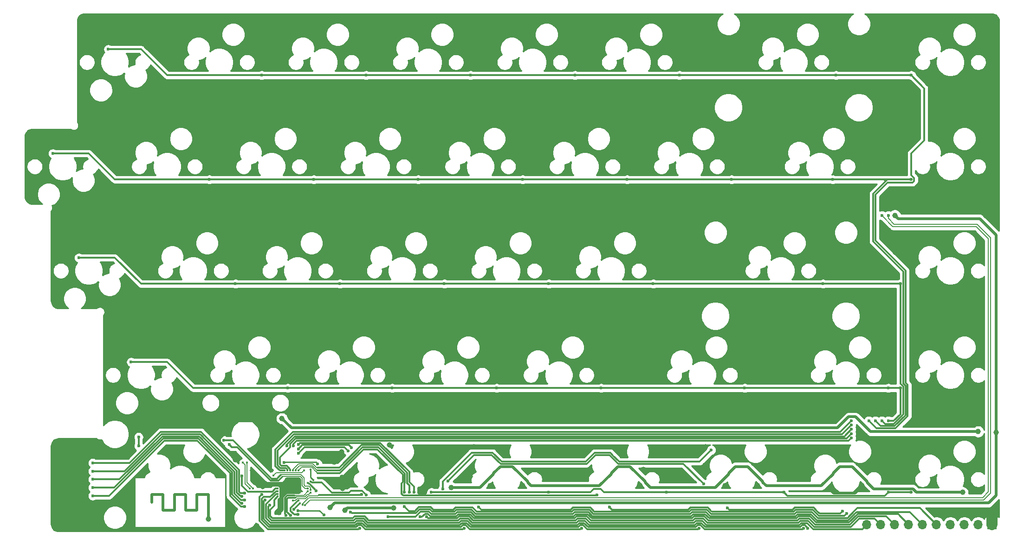
<source format=gbr>
%TF.GenerationSoftware,KiCad,Pcbnew,(5.1.10)-1*%
%TF.CreationDate,2023-08-12T15:50:14-04:00*%
%TF.ProjectId,niche65_mk2_right,6e696368-6536-4355-9f6d-6b325f726967,rev?*%
%TF.SameCoordinates,Original*%
%TF.FileFunction,Copper,L1,Top*%
%TF.FilePolarity,Positive*%
%FSLAX46Y46*%
G04 Gerber Fmt 4.6, Leading zero omitted, Abs format (unit mm)*
G04 Created by KiCad (PCBNEW (5.1.10)-1) date 2023-08-12 15:50:14*
%MOMM*%
%LPD*%
G01*
G04 APERTURE LIST*
%TA.AperFunction,ComponentPad*%
%ADD10R,1.700000X1.700000*%
%TD*%
%TA.AperFunction,ComponentPad*%
%ADD11O,1.700000X1.700000*%
%TD*%
%TA.AperFunction,ViaPad*%
%ADD12C,0.600000*%
%TD*%
%TA.AperFunction,ViaPad*%
%ADD13C,0.400000*%
%TD*%
%TA.AperFunction,ViaPad*%
%ADD14C,1.000000*%
%TD*%
%TA.AperFunction,ViaPad*%
%ADD15C,0.800000*%
%TD*%
%TA.AperFunction,Conductor*%
%ADD16C,2.000000*%
%TD*%
%TA.AperFunction,Conductor*%
%ADD17C,0.250000*%
%TD*%
%TA.AperFunction,Conductor*%
%ADD18C,0.500000*%
%TD*%
%TA.AperFunction,Conductor*%
%ADD19C,1.000000*%
%TD*%
%TA.AperFunction,Conductor*%
%ADD20C,0.200000*%
%TD*%
%TA.AperFunction,Conductor*%
%ADD21C,0.300000*%
%TD*%
%TA.AperFunction,Conductor*%
%ADD22C,0.254000*%
%TD*%
%TA.AperFunction,Conductor*%
%ADD23C,0.100000*%
%TD*%
G04 APERTURE END LIST*
D10*
%TO.P,J10,1*%
%TO.N,GND*%
X260020000Y-184455000D03*
D11*
%TO.P,J10,2*%
%TO.N,VDD_NRF*%
X257480000Y-184455000D03*
%TO.P,J10,3*%
%TO.N,031*%
X254940000Y-184455000D03*
%TO.P,J10,4*%
%TO.N,030*%
X252400000Y-184455000D03*
%TO.P,J10,5*%
%TO.N,029*%
X249860000Y-184455000D03*
%TO.P,J10,6*%
%TO.N,028*%
X247320000Y-184455000D03*
%TO.P,J10,7*%
%TO.N,005*%
X244780000Y-184455000D03*
%TO.P,J10,8*%
%TO.N,004*%
X242240000Y-184455000D03*
%TO.P,J10,9*%
%TO.N,003*%
X239700000Y-184455000D03*
%TO.P,J10,10*%
%TO.N,002*%
X237160000Y-184455000D03*
%TD*%
D12*
%TO.N,VDD_NRF*%
X138137500Y-182703125D03*
X137010000Y-173350000D03*
X133410998Y-181900000D03*
D13*
X136225000Y-176350000D03*
D12*
X130860000Y-173100000D03*
D13*
X135725000Y-174400000D03*
D14*
X141969538Y-181855464D03*
X150899218Y-181408980D03*
X161317178Y-177688280D03*
X254632334Y-178581248D03*
D15*
%TO.N,GND*%
X125070000Y-174552000D03*
D12*
X155639918Y-178591248D03*
D14*
X141475000Y-175870000D03*
X133475000Y-176350000D03*
X132475000Y-176350000D03*
X131475000Y-176350000D03*
X131475000Y-178350000D03*
X133475000Y-178350000D03*
X132475000Y-178350000D03*
X131475000Y-177350000D03*
X132475000Y-177350000D03*
X133475000Y-177350000D03*
D15*
X126975000Y-177600000D03*
X129975000Y-182350000D03*
D14*
X122026571Y-172628122D03*
X116073441Y-173223435D03*
X110715624Y-173223435D03*
X110715624Y-170842183D03*
X102976555Y-180367191D03*
X94046860Y-183939069D03*
X94642173Y-169651557D03*
X99404677Y-159531236D03*
X89879669Y-140481220D03*
X85117165Y-121431204D03*
X94046860Y-109524944D03*
X109525000Y-123812500D03*
X109525000Y-114287500D03*
X128575000Y-114287500D03*
X128575000Y-123812500D03*
X147625000Y-114287500D03*
X147625000Y-123812500D03*
X166675000Y-123812500D03*
X166675000Y-114287500D03*
X100000000Y-95237500D03*
X100000000Y-104762500D03*
X119050000Y-95237500D03*
X119050000Y-104762500D03*
X138100000Y-104762500D03*
X138100000Y-95237500D03*
X157150000Y-95237500D03*
X157150000Y-104762500D03*
X176200000Y-104762500D03*
X176200000Y-95237500D03*
X195250000Y-95237500D03*
X195250000Y-104762500D03*
X223825000Y-104762500D03*
X223825000Y-95237500D03*
X252400000Y-104762500D03*
X252400000Y-95237500D03*
X252400000Y-114287500D03*
X252400000Y-123812500D03*
X114287500Y-133337500D03*
X114287500Y-142862500D03*
X133337500Y-133337500D03*
X133337500Y-142862500D03*
X152387500Y-133337500D03*
X152387500Y-142862500D03*
X171437500Y-133337500D03*
X171437500Y-142862500D03*
X190487500Y-133337500D03*
X190487500Y-142862500D03*
X221443750Y-133337500D03*
X221443750Y-142862500D03*
X252400000Y-133337500D03*
X252400000Y-142862500D03*
X252400000Y-152387500D03*
X252400000Y-161912500D03*
X233350000Y-161912500D03*
X233350000Y-152387500D03*
X207156250Y-152387500D03*
X207156250Y-161912500D03*
X180962500Y-152387500D03*
X180962500Y-161912500D03*
X161912500Y-152387500D03*
X161912500Y-161912500D03*
X142862500Y-152387500D03*
X142862500Y-161912500D03*
X123812500Y-152387500D03*
X104762500Y-152387500D03*
X104762500Y-161912500D03*
X228587500Y-114287500D03*
X228587500Y-123812500D03*
X204775000Y-114287500D03*
X204775000Y-123812500D03*
X185725000Y-114287500D03*
X185725000Y-123812500D03*
X90475000Y-114287500D03*
X95237500Y-142862500D03*
X95237500Y-133337500D03*
X90475000Y-123812500D03*
X252400000Y-171437500D03*
X214300000Y-171437500D03*
X207751645Y-170246918D03*
X204775080Y-171437544D03*
X192868820Y-171437544D03*
X196440698Y-174414109D03*
X203584454Y-176200048D03*
X195845385Y-177390674D03*
X217276653Y-177390674D03*
X211323523Y-177390674D03*
X236326669Y-177390674D03*
X183343812Y-171437544D03*
X183343812Y-176200048D03*
X174414117Y-177390674D03*
X168460987Y-177390674D03*
X171437552Y-171437544D03*
X165484422Y-170246918D03*
X161912500Y-171437500D03*
X154768750Y-173818750D03*
X104762500Y-133337500D03*
X104762500Y-142862500D03*
X100000000Y-123812500D03*
X100000000Y-114287500D03*
X127005000Y-168560000D03*
X127296000Y-173049000D03*
X141335000Y-171140000D03*
X139995000Y-173020000D03*
X148655000Y-173150000D03*
X146825000Y-176800000D03*
X141575000Y-177850000D03*
X143325000Y-177100000D03*
X94046875Y-117859375D03*
X98809375Y-136909375D03*
X108334375Y-155959375D03*
X103571875Y-98809375D03*
X164795000Y-175690000D03*
X230455000Y-178010000D03*
X150125000Y-169950000D03*
X242115000Y-172800000D03*
X241725000Y-153830000D03*
X245455000Y-157310000D03*
X241055000Y-157100000D03*
X245435000Y-137990000D03*
X245365000Y-100090000D03*
X245625000Y-175590000D03*
D15*
X125975000Y-184650000D03*
D14*
%TO.N,VBUS*%
X257480000Y-167483500D03*
X242279689Y-127979691D03*
X139275000Y-181375000D03*
X260735000Y-167594000D03*
X130480000Y-165087500D03*
D13*
%TO.N,Net-(C8-Pad2)*%
X128925000Y-175500000D03*
X134476250Y-174600000D03*
D14*
%TO.N,Antenna*%
X117056250Y-183460000D03*
D13*
%TO.N,111*%
X130975000Y-174600000D03*
D12*
X98809358Y-97618748D03*
X126789069Y-102381252D03*
X145839085Y-102381252D03*
X164889101Y-102381252D03*
X183939069Y-102381204D03*
X202989133Y-102381252D03*
X231564109Y-102381204D03*
X245256358Y-102381250D03*
X237517150Y-165484348D03*
X234342142Y-165484348D03*
D13*
%TO.N,112*%
X131475000Y-174600000D03*
D12*
X117264013Y-121431220D03*
X136314029Y-121431220D03*
X155364045Y-121431220D03*
X174414061Y-121431220D03*
X193464077Y-121431220D03*
X212514093Y-121431220D03*
X230968862Y-121431250D03*
X245256356Y-121431268D03*
X88689037Y-116668764D03*
X238707778Y-165484348D03*
X234342142Y-166278100D03*
%TO.N,113*%
X93451541Y-135718780D03*
X122026517Y-140481236D03*
X141076533Y-140481236D03*
X160126549Y-140481236D03*
X179176565Y-140481236D03*
X198226581Y-140481236D03*
X229182857Y-140481236D03*
X243272206Y-140481160D03*
X131352820Y-170048422D03*
X239898406Y-165484348D03*
X234342142Y-167071852D03*
D13*
%TO.N,114*%
X131975000Y-174600000D03*
D12*
X241089117Y-159531252D03*
X214895345Y-159531252D03*
X188701573Y-159531252D03*
X169651557Y-159531252D03*
X150601541Y-159531252D03*
X131551525Y-159531252D03*
X102976549Y-154768796D03*
X243272164Y-159531250D03*
X241089034Y-165484348D03*
X234342142Y-167865604D03*
%TO.N,115*%
X157745297Y-178581268D03*
X179176565Y-178581268D03*
X200607833Y-178581268D03*
X222039101Y-178581268D03*
X241089117Y-178581268D03*
X245256422Y-178581250D03*
X132543448Y-170048422D03*
X234342142Y-168659356D03*
D13*
%TO.N,D+*%
X134222909Y-180871033D03*
D12*
X239893750Y-127975000D03*
D13*
%TO.N,D-*%
X134682909Y-180911033D03*
D12*
X241093750Y-127975000D03*
%TO.N,031*%
X133475000Y-171450000D03*
X142564850Y-170991020D03*
X211769870Y-181408980D03*
X232754618Y-182004292D03*
X207379444Y-177018554D03*
X160721866Y-176497656D03*
D13*
%TO.N,030*%
X133475000Y-174600000D03*
D12*
X187957390Y-179027732D03*
X190189810Y-181260152D03*
X233498758Y-182450776D03*
%TO.N,029*%
X133475000Y-170650000D03*
X143160162Y-170395708D03*
X166377330Y-181260152D03*
D13*
%TO.N,028*%
X132975000Y-174600000D03*
D12*
X152833982Y-178581248D03*
X152833982Y-181191018D03*
D13*
%TO.N,003*%
X132475000Y-174600000D03*
D12*
X155661714Y-183046088D03*
X153726950Y-178581248D03*
%TO.N,002*%
X133476263Y-169851263D03*
X156852338Y-183046088D03*
X154619918Y-178581248D03*
D13*
%TO.N,005*%
X135226250Y-176850000D03*
D12*
X136713240Y-178250000D03*
X142975000Y-182150000D03*
D13*
%TO.N,004*%
X135726250Y-176600000D03*
D12*
X145839066Y-179027732D03*
X149857422Y-183046088D03*
D13*
%TO.N,011*%
X135226250Y-178350000D03*
D12*
X95962500Y-173200000D03*
X131225000Y-182750000D03*
X123675000Y-178750000D03*
D13*
%TO.N,012*%
X135726250Y-178600000D03*
D12*
X95962500Y-174700000D03*
X132025000Y-182750000D03*
X123175000Y-179350000D03*
D13*
%TO.N,013*%
X133726250Y-180600000D03*
D12*
X95962500Y-176200000D03*
X132625625Y-181700625D03*
X123675000Y-179950000D03*
D13*
%TO.N,014*%
X133476250Y-180100000D03*
D12*
X133410998Y-182650000D03*
X95962500Y-177700000D03*
X123175000Y-180550000D03*
%TO.N,015*%
X95962500Y-179200000D03*
X123675000Y-181150000D03*
D13*
%TO.N,109*%
X135726250Y-178100000D03*
D12*
X119875000Y-169050000D03*
D13*
%TO.N,108*%
X135226250Y-177850000D03*
D12*
X120875000Y-169850000D03*
D13*
%TO.N,107*%
X129725000Y-177850000D03*
D12*
X104346250Y-168480274D03*
X104346250Y-170078750D03*
X123177960Y-175621710D03*
%TO.N,106*%
X126788746Y-178978132D03*
X144648166Y-185129710D03*
D13*
%TO.N,105*%
X129725000Y-178350000D03*
D12*
X163698214Y-185129710D03*
%TO.N,104*%
X127384060Y-179970322D03*
X185129518Y-185129710D03*
D13*
%TO.N,103*%
X129725000Y-178850000D03*
D12*
X206560822Y-185129710D03*
D13*
%TO.N,101*%
X129725000Y-179350000D03*
D12*
X226414747Y-185119585D03*
%TO.N,102*%
X225610870Y-185129710D03*
X128232662Y-180907662D03*
D13*
%TO.N,RESET*%
X132476250Y-180100000D03*
D12*
X159828898Y-177985936D03*
X208793310Y-170842192D03*
X144975000Y-179000000D03*
D13*
%TO.N,SWDCLK*%
X124075000Y-173150000D03*
X125175000Y-177850000D03*
%TO.N,SWDIO*%
X123375000Y-173150000D03*
X124575000Y-177850000D03*
%TD*%
D16*
%TO.N,GND*%
X260020000Y-183693000D02*
X260020000Y-182931000D01*
D17*
%TO.N,VDD_NRF*%
X133410998Y-181900000D02*
X136825000Y-181900000D01*
X135725000Y-175850000D02*
X136225000Y-176350000D01*
X135725000Y-174400000D02*
X135725000Y-175850000D01*
X130909999Y-173050001D02*
X130860000Y-173100000D01*
X136710001Y-173050001D02*
X130909999Y-173050001D01*
X137010000Y-173350000D02*
X136710001Y-173050001D01*
D18*
X141969538Y-181855464D02*
X142416022Y-181408980D01*
X142416022Y-181408980D02*
X150899218Y-181408980D01*
X150899218Y-181408980D02*
X150899218Y-181408980D01*
X254632334Y-178581248D02*
X254632334Y-178581248D01*
X166646554Y-177688280D02*
X161317178Y-177688280D01*
X169093599Y-175241235D02*
X166646554Y-177688280D01*
X169093599Y-175074927D02*
X169093599Y-175241235D01*
X170312427Y-173856099D02*
X169093599Y-175074927D01*
X172562573Y-173856099D02*
X170312427Y-173856099D01*
X175316599Y-176610125D02*
X172562573Y-173856099D01*
X231006099Y-175241235D02*
X228846433Y-177400901D01*
X190524849Y-175074927D02*
X190524849Y-175241235D01*
X231006099Y-175074927D02*
X231006099Y-175241235D01*
X190524849Y-175241235D02*
X188365183Y-177400901D01*
X232224927Y-173856099D02*
X231006099Y-175074927D01*
X228846433Y-177400901D02*
X218803567Y-177400901D01*
X211956099Y-175241235D02*
X209528779Y-177668555D01*
X234475073Y-173856099D02*
X232224927Y-173856099D01*
X237229099Y-176776433D02*
X237229099Y-176610125D01*
X218179099Y-176776433D02*
X218179099Y-176610125D01*
X238383915Y-177931249D02*
X237229099Y-176776433D01*
X246218422Y-178581248D02*
X245568423Y-177931249D01*
X196747849Y-176610125D02*
X193993823Y-173856099D01*
X218803567Y-177400901D02*
X218179099Y-176776433D01*
X254632334Y-178581248D02*
X246218422Y-178581248D01*
X237229099Y-176610125D02*
X234475073Y-173856099D01*
X245568423Y-177931249D02*
X238383915Y-177931249D01*
X218179099Y-176610125D02*
X215425073Y-173856099D01*
X215425073Y-173856099D02*
X213174927Y-173856099D01*
X197639971Y-177668555D02*
X196747849Y-176776433D01*
X213174927Y-173856099D02*
X211956099Y-175074927D01*
X188365183Y-177400901D02*
X175941067Y-177400901D01*
X211956099Y-175074927D02*
X211956099Y-175241235D01*
X209528779Y-177668555D02*
X197639971Y-177668555D01*
X196747849Y-176776433D02*
X196747849Y-176610125D01*
X193993823Y-173856099D02*
X191743677Y-173856099D01*
X191743677Y-173856099D02*
X190524849Y-175074927D01*
X175941067Y-177400901D02*
X175316599Y-176776433D01*
X175316599Y-176776433D02*
X175316599Y-176610125D01*
D17*
X137334375Y-181900000D02*
X138137500Y-182703125D01*
X136825000Y-181900000D02*
X137334375Y-181900000D01*
D19*
%TO.N,GND*%
X131475000Y-176350000D02*
X132475000Y-176350000D01*
X132475000Y-176350000D02*
X133475000Y-176350000D01*
X133475000Y-176350000D02*
X133475000Y-177350000D01*
X133475000Y-177350000D02*
X133475000Y-178350000D01*
X133475000Y-178350000D02*
X132475000Y-178350000D01*
X132475000Y-178350000D02*
X131475000Y-178350000D01*
D18*
X131475000Y-177350000D02*
X131225000Y-177100000D01*
X126975000Y-177600000D02*
X127275001Y-177299999D01*
X130424999Y-177299999D02*
X131475000Y-178350000D01*
X127275001Y-177299999D02*
X130424999Y-177299999D01*
X131475000Y-176350000D02*
X130874979Y-176950021D01*
X127624979Y-176950021D02*
X126975000Y-177600000D01*
X130874979Y-176950021D02*
X127624979Y-176950021D01*
X129975000Y-182350000D02*
X130524990Y-181800010D01*
X131475000Y-178442880D02*
X131475000Y-178350000D01*
X130524990Y-179392890D02*
X131475000Y-178442880D01*
X130524990Y-181800010D02*
X130524990Y-179392890D01*
X127474999Y-177100001D02*
X126975000Y-177600000D01*
X129789003Y-177100001D02*
X127474999Y-177100001D01*
X130275001Y-177585999D02*
X129789003Y-177100001D01*
X130275001Y-179614001D02*
X130275001Y-177585999D01*
X129975000Y-179914002D02*
X130275001Y-179614001D01*
X129975000Y-182350000D02*
X129975000Y-179914002D01*
X119674999Y-170276550D02*
X119674999Y-169989999D01*
X122026571Y-172628122D02*
X119674999Y-170276550D01*
X119674999Y-169989999D02*
X119115000Y-169430000D01*
X119115000Y-169430000D02*
X119115000Y-168720000D01*
X119115000Y-168720000D02*
X122345000Y-165490000D01*
X122345000Y-165490000D02*
X125185000Y-165490000D01*
X125185000Y-165490000D02*
X127005000Y-167310000D01*
X127005000Y-167310000D02*
X127005000Y-168560000D01*
X127005000Y-168560000D02*
X127005000Y-168560000D01*
X236326669Y-177390674D02*
X235020488Y-178696855D01*
X235020488Y-178696855D02*
X231141855Y-178696855D01*
X231141855Y-178696855D02*
X230455000Y-178010000D01*
X230455000Y-178010000D02*
X230455000Y-178010000D01*
X154768750Y-173818750D02*
X157243750Y-173818750D01*
X157243750Y-173818750D02*
X157365000Y-173940000D01*
X157365000Y-177240000D02*
X156685000Y-177920000D01*
X156685000Y-178670000D02*
X156678450Y-178676550D01*
X156685000Y-177920000D02*
X156685000Y-178670000D01*
X156678450Y-178676550D02*
X155395000Y-178676550D01*
X155395000Y-178676550D02*
X155395000Y-177810000D01*
X157365000Y-176866166D02*
X157365000Y-176670000D01*
X155639918Y-178591248D02*
X157365000Y-176866166D01*
X157365000Y-176670000D02*
X157365000Y-177240000D01*
X157365000Y-173940000D02*
X157365000Y-176670000D01*
D19*
X131475000Y-176350000D02*
X131475000Y-177350000D01*
X131475000Y-178350000D02*
X131475000Y-177350000D01*
D16*
X260020000Y-184455000D02*
X260020000Y-183693000D01*
D18*
%TO.N,VBUS*%
X242875002Y-128575004D02*
X242279689Y-127979691D01*
X257757827Y-128575004D02*
X242875002Y-128575004D01*
X260734392Y-179176609D02*
X260734392Y-131551569D01*
X259394988Y-180516012D02*
X260734392Y-179176609D01*
X260734392Y-131551569D02*
X257757827Y-128575004D01*
X140133988Y-180516012D02*
X139275000Y-181375000D01*
X141820710Y-180516012D02*
X140133988Y-180516012D01*
X141820710Y-180516012D02*
X259394988Y-180516012D01*
X132194500Y-166802000D02*
X130480000Y-165087500D01*
X231826000Y-166802000D02*
X132194500Y-166802000D01*
X233858000Y-164770000D02*
X231826000Y-166802000D01*
X235128000Y-164770000D02*
X233858000Y-164770000D01*
X237841500Y-167483500D02*
X235128000Y-164770000D01*
X257480000Y-167483500D02*
X237841500Y-167483500D01*
D20*
%TO.N,Net-(C8-Pad2)*%
X134076249Y-175000001D02*
X129424999Y-175000001D01*
X129424999Y-175000001D02*
X128925000Y-175500000D01*
X134476250Y-174600000D02*
X134076249Y-175000001D01*
D18*
%TO.N,Antenna*%
X108816250Y-178950000D02*
X106756250Y-178950000D01*
X108816250Y-181890000D02*
X108816250Y-178950000D01*
X110876250Y-181890000D02*
X108816250Y-181890000D01*
X106756250Y-178950000D02*
X106756250Y-180420000D01*
X110876250Y-178950000D02*
X110876250Y-181890000D01*
X112936250Y-181890000D02*
X112936250Y-178950000D01*
X114996250Y-178950000D02*
X114996250Y-181890000D01*
X114996250Y-181890000D02*
X112936250Y-181890000D01*
X117056250Y-178950000D02*
X114996250Y-178950000D01*
X112936250Y-178950000D02*
X110876250Y-178950000D01*
X117056250Y-183460000D02*
X117056250Y-178950000D01*
D21*
%TO.N,111*%
X183939117Y-102381252D02*
X183939069Y-102381204D01*
X202989133Y-102381252D02*
X183939117Y-102381252D01*
X183939069Y-102381204D02*
X164889101Y-102381204D01*
X164889101Y-102381252D02*
X145839085Y-102381252D01*
X104762488Y-97618748D02*
X98809358Y-97618748D01*
X109524992Y-102381252D02*
X104762488Y-97618748D01*
X126789069Y-102381252D02*
X109524992Y-102381252D01*
X231564155Y-102381250D02*
X231564109Y-102381204D01*
X245256358Y-102381250D02*
X231564155Y-102381250D01*
X202989181Y-102381204D02*
X202989133Y-102381252D01*
X231564109Y-102381204D02*
X202989181Y-102381204D01*
X145839085Y-102381252D02*
X126789069Y-102381252D01*
X237517150Y-165484348D02*
X237517150Y-165484348D01*
X132466829Y-167545347D02*
X232281143Y-167545347D01*
X129275000Y-170737176D02*
X132466829Y-167545347D01*
X232281143Y-167545347D02*
X234342142Y-165484348D01*
X129275000Y-173800000D02*
X129275000Y-170737176D01*
X130075000Y-174600000D02*
X129275000Y-173800000D01*
X130975000Y-174600000D02*
X130075000Y-174600000D01*
X244622183Y-164640485D02*
X242382986Y-166879682D01*
X244622183Y-158935870D02*
X244622183Y-164640485D01*
X244222217Y-158535905D02*
X244622183Y-158935870D01*
X244222217Y-138067376D02*
X244222217Y-158535905D01*
X241287826Y-135132986D02*
X244222217Y-138067376D01*
X245256358Y-102381250D02*
X247637500Y-104762392D01*
X241287826Y-135123334D02*
X241287826Y-135132986D01*
X242382986Y-166879682D02*
X238912484Y-166879682D01*
X247637500Y-104762392D02*
X247637500Y-114287500D01*
X245256358Y-120637132D02*
X245276222Y-120637132D01*
X247637500Y-114287500D02*
X245256358Y-116668642D01*
X238912484Y-166879682D02*
X237517150Y-165484348D01*
X245806357Y-121695269D02*
X245520357Y-121981269D01*
X245256358Y-116668642D02*
X245256358Y-120637132D01*
X245276222Y-120637132D02*
X245806357Y-121167267D01*
X245806357Y-121167267D02*
X245806357Y-121695269D01*
X245520357Y-121981269D02*
X240936107Y-121981269D01*
X240936107Y-121981269D02*
X238708132Y-124209244D01*
X238708132Y-124209244D02*
X238708132Y-132543640D01*
X238708132Y-132543640D02*
X241287826Y-135123334D01*
%TO.N,112*%
X230968880Y-121431268D02*
X230968862Y-121431250D01*
X212514123Y-121431250D02*
X212514093Y-121431220D01*
X230968862Y-121431250D02*
X212514123Y-121431250D01*
X212514093Y-121431220D02*
X193464077Y-121431220D01*
X193464077Y-121431220D02*
X174414061Y-121431220D01*
X174414061Y-121431220D02*
X155364045Y-121431220D01*
X155364045Y-121431220D02*
X136314029Y-121431220D01*
X136314029Y-121431220D02*
X117264013Y-121431220D01*
X117264013Y-121431220D02*
X100000032Y-121431220D01*
X100000032Y-121431220D02*
X95237576Y-116668764D01*
X88689037Y-116668764D02*
X95237576Y-116668764D01*
X241287982Y-121431268D02*
X240920410Y-121431268D01*
X245256356Y-121431268D02*
X241287982Y-121431268D01*
X240920410Y-121431268D02*
X240770417Y-121581261D01*
X240295792Y-121431268D02*
X240608101Y-121743577D01*
X240770417Y-121581261D02*
X240608101Y-121743577D01*
X241287982Y-121431268D02*
X240295792Y-121431268D01*
X240295792Y-121431268D02*
X230968880Y-121431268D01*
X239531500Y-122820178D02*
X240608101Y-121743577D01*
X238308122Y-132718980D02*
X238308122Y-124043555D01*
X243822207Y-138233065D02*
X238308122Y-132718980D01*
X243822207Y-158701593D02*
X243822207Y-138233065D01*
X238308122Y-124043555D02*
X239531500Y-122820178D01*
X244222173Y-159101559D02*
X243822207Y-158701593D01*
X244222173Y-164474796D02*
X242217297Y-166479672D01*
X244222173Y-163541837D02*
X244222173Y-164474796D01*
X244222173Y-163541837D02*
X244222173Y-159101559D01*
X242217297Y-166479672D02*
X241089034Y-166479672D01*
X241089034Y-166479672D02*
X239703102Y-166479672D01*
X239703102Y-166479672D02*
X238707778Y-165484348D01*
X238707778Y-165484348D02*
X238707778Y-165484348D01*
X232674885Y-167945357D02*
X234342142Y-166278100D01*
X132662133Y-167945357D02*
X232674885Y-167945357D01*
X129675010Y-170932480D02*
X132662133Y-167945357D01*
X129675010Y-173634312D02*
X129675010Y-170932480D01*
X130190697Y-174149999D02*
X129675010Y-173634312D01*
X131201775Y-174149999D02*
X130190697Y-174149999D01*
X131475000Y-174423224D02*
X131201775Y-174149999D01*
X131475000Y-174600000D02*
X131475000Y-174423224D01*
%TO.N,113*%
X229182857Y-140481236D02*
X198226581Y-140481236D01*
X198226581Y-140481236D02*
X179176565Y-140481236D01*
X179176565Y-140481236D02*
X160126549Y-140481236D01*
X160126549Y-140481236D02*
X141076533Y-140481236D01*
X141076533Y-140481236D02*
X122026517Y-140481236D01*
X122026517Y-140481236D02*
X104762536Y-140481236D01*
X100000080Y-135718780D02*
X93451541Y-135718780D01*
X104762536Y-140481236D02*
X100000080Y-135718780D01*
X243272116Y-140481250D02*
X243272206Y-140481160D01*
X229182871Y-140481250D02*
X243272116Y-140481250D01*
X229182857Y-140481236D02*
X229182871Y-140481250D01*
X243822165Y-159267249D02*
X243272206Y-158717290D01*
X243272206Y-153180838D02*
X243272206Y-140481160D01*
X243272206Y-158717290D02*
X243272206Y-153180838D01*
X243822165Y-164050281D02*
X243822165Y-163851843D01*
X243822165Y-163851843D02*
X243822165Y-164309105D01*
X243822165Y-163851843D02*
X243822165Y-159267249D01*
X243822165Y-164309105D02*
X242051608Y-166079662D01*
X242051608Y-166079662D02*
X240890596Y-166079662D01*
X240890596Y-166079662D02*
X240493720Y-166079662D01*
X240493720Y-166079662D02*
X239898406Y-165484348D01*
X239898406Y-165484348D02*
X239898406Y-165484348D01*
X131352820Y-169820368D02*
X131352820Y-170048422D01*
X132827821Y-168345367D02*
X131352820Y-169820368D01*
X233068627Y-168345367D02*
X132827821Y-168345367D01*
X234342142Y-167071852D02*
X233068627Y-168345367D01*
%TO.N,114*%
X241089119Y-159531250D02*
X241089117Y-159531252D01*
X241089117Y-159531252D02*
X214895345Y-159531252D01*
X214895345Y-159531252D02*
X188701573Y-159531252D01*
X188701573Y-159531252D02*
X169651557Y-159531252D01*
X169651557Y-159531252D02*
X150601541Y-159531252D01*
X150601541Y-159531252D02*
X131551525Y-159531252D01*
X131551525Y-159531252D02*
X114287544Y-159531252D01*
X109525088Y-154768796D02*
X102976549Y-154768796D01*
X114287544Y-159531252D02*
X109525088Y-154768796D01*
X243272164Y-159531250D02*
X241089119Y-159531250D01*
X243272164Y-163301218D02*
X243272164Y-164293408D01*
X243272164Y-163301218D02*
X243272164Y-159531250D01*
X242081224Y-165484348D02*
X241089034Y-165484348D01*
X243272164Y-164293408D02*
X242081224Y-165484348D01*
X241089034Y-165484348D02*
X241089034Y-165484348D01*
X233462369Y-168745377D02*
X234342142Y-167865604D01*
X132993509Y-168745377D02*
X233462369Y-168745377D01*
X131975000Y-169763886D02*
X132993509Y-168745377D01*
X131975000Y-174600000D02*
X131975000Y-174423224D01*
X131975000Y-174600000D02*
X131975000Y-174357526D01*
X131975000Y-174357526D02*
X131367464Y-173749989D01*
X131367464Y-173749989D02*
X130356385Y-173749989D01*
X130356385Y-173749989D02*
X130075020Y-173468624D01*
X130075020Y-172199980D02*
X131975000Y-170300000D01*
X130075020Y-173468624D02*
X130075020Y-172199980D01*
X131975000Y-170300000D02*
X131975000Y-169763886D01*
%TO.N,115*%
X241089135Y-178581250D02*
X241089117Y-178581268D01*
X245256422Y-178581250D02*
X241089135Y-178581250D01*
X222039101Y-178581268D02*
X200607833Y-178581268D01*
X179176565Y-178581268D02*
X157745297Y-178581268D01*
X132543448Y-169761136D02*
X132543448Y-170048422D01*
X133159197Y-169145387D02*
X132543448Y-169761136D01*
X233856111Y-169145387D02*
X133159197Y-169145387D01*
X234342142Y-168659356D02*
X233856111Y-169145387D01*
X241089117Y-178581268D02*
X240473520Y-179196865D01*
X222654698Y-179196865D02*
X222039101Y-178581268D01*
X240473520Y-179196865D02*
X222654698Y-179196865D01*
X186766786Y-178581268D02*
X179176565Y-178581268D01*
X188638064Y-177985936D02*
X187362118Y-177985936D01*
X189233396Y-178581268D02*
X188638064Y-177985936D01*
X187362118Y-177985936D02*
X186766786Y-178581268D01*
X200607833Y-178581268D02*
X189233396Y-178581268D01*
D20*
%TO.N,D+*%
X239893750Y-127975000D02*
X241909375Y-129990625D01*
X259318766Y-178488034D02*
X259318766Y-132240082D01*
X258259925Y-179546875D02*
X259318766Y-178488034D01*
X135410685Y-179546875D02*
X258259925Y-179546875D01*
X259318766Y-132240082D02*
X257138435Y-130059751D01*
X241978501Y-130059751D02*
X241909375Y-129990625D01*
X257138435Y-130059751D02*
X241978501Y-130059751D01*
X134232908Y-180864276D02*
X134232908Y-180695032D01*
D21*
X134226151Y-180871033D02*
X134232908Y-180864276D01*
D20*
X134232908Y-180695032D02*
X135381065Y-179546875D01*
D21*
X134222909Y-180871033D02*
X134226151Y-180871033D01*
D20*
%TO.N,D-*%
X241093750Y-128538603D02*
X241093750Y-127975000D01*
X259768766Y-178674434D02*
X259768766Y-132053682D01*
X257324835Y-129609751D02*
X242164898Y-129609751D01*
X258446325Y-179996875D02*
X259768766Y-178674434D01*
X242164898Y-129609751D02*
X241093750Y-128538603D01*
X135597082Y-179996875D02*
X258446325Y-179996875D01*
X259768766Y-132053682D02*
X257324835Y-129609751D01*
X134682909Y-180911033D02*
X135597067Y-179996875D01*
D21*
%TO.N,031*%
X133475000Y-171450000D02*
X134579583Y-170345417D01*
X134579583Y-170345417D02*
X137305579Y-170345417D01*
X137305579Y-170345417D02*
X138100010Y-170345417D01*
X138100010Y-170345417D02*
X138942687Y-170345417D01*
X138942687Y-170345417D02*
X141919247Y-170345417D01*
X141919247Y-170345417D02*
X142564850Y-170991020D01*
X142564850Y-170991020D02*
X142564850Y-170991020D01*
X211769870Y-181408980D02*
X212088948Y-181728058D01*
X212088948Y-181728058D02*
X216830022Y-181728058D01*
X216830022Y-181728058D02*
X223672929Y-181728058D01*
X223672929Y-181728058D02*
X224021357Y-181379629D01*
X227448686Y-181379629D02*
X227992122Y-181923066D01*
X224021357Y-181379629D02*
X227448686Y-181379629D01*
X227992122Y-181923066D02*
X228255976Y-182186921D01*
X228255976Y-182186921D02*
X228547494Y-182478438D01*
X228547494Y-182478438D02*
X230968682Y-182478438D01*
X230968682Y-182478438D02*
X232280472Y-182478438D01*
X232280472Y-182478438D02*
X232754618Y-182004292D01*
X232754618Y-182004292D02*
X232754618Y-182004292D01*
X186038805Y-173356089D02*
X170379507Y-173356089D01*
X165484362Y-171735160D02*
X160721866Y-176497656D01*
X187659734Y-171735160D02*
X186038805Y-173356089D01*
X190189810Y-171735160D02*
X187659734Y-171735160D01*
X168758578Y-171735160D02*
X165484362Y-171735160D01*
X170379507Y-173356089D02*
X168758578Y-171735160D01*
X191810739Y-173356089D02*
X190189810Y-171735160D01*
X203716979Y-173356089D02*
X191810739Y-173356089D01*
X207379444Y-177018554D02*
X203716979Y-173356089D01*
D20*
%TO.N,030*%
X134075001Y-173999999D02*
X135532999Y-173999999D01*
X133475000Y-174600000D02*
X134075001Y-173999999D01*
X135532999Y-173999999D02*
X135775000Y-173999999D01*
X135917001Y-173999999D02*
X136675000Y-174757998D01*
X135775000Y-173999999D02*
X135917001Y-173999999D01*
X136675000Y-174757998D02*
X136682998Y-174757998D01*
X136682998Y-174757998D02*
X136875000Y-174950000D01*
X136875000Y-174950000D02*
X136975000Y-175050000D01*
D21*
X141062212Y-175050000D02*
X142131499Y-173980713D01*
X136975000Y-175050000D02*
X141062212Y-175050000D01*
X142131499Y-173980713D02*
X145362968Y-170749244D01*
X145362968Y-170749244D02*
X147918552Y-170749244D01*
X147918552Y-170749244D02*
X152526920Y-175357612D01*
X152526920Y-176685503D02*
X152283981Y-176928442D01*
X152526920Y-175357612D02*
X152526920Y-176685503D01*
X152283981Y-178845249D02*
X152615292Y-179176560D01*
X152283981Y-176928442D02*
X152283981Y-178845249D01*
X152615292Y-179176560D02*
X187808562Y-179176560D01*
X187808562Y-179176560D02*
X187957390Y-179027732D01*
X187957390Y-179027732D02*
X187957390Y-179027732D01*
X190189810Y-181260152D02*
X190657716Y-181728058D01*
X190657716Y-181728058D02*
X204622882Y-181728058D01*
X204622882Y-181728058D02*
X204971308Y-181379631D01*
X208159702Y-181379631D02*
X208793310Y-182013240D01*
X204971308Y-181379631D02*
X208159702Y-181379631D01*
X208793310Y-182013240D02*
X208908138Y-182128068D01*
X208908138Y-182128068D02*
X223838617Y-182128068D01*
X223838617Y-182128068D02*
X224187046Y-181779639D01*
X224187046Y-181779639D02*
X227282997Y-181779639D01*
X228289778Y-182786421D02*
X228381805Y-182878448D01*
X228047541Y-182544185D02*
X228381804Y-182878448D01*
X227282997Y-181779639D02*
X228047541Y-182544185D01*
X228047541Y-182544185D02*
X228289778Y-182786421D01*
X228381804Y-182878448D02*
X233071086Y-182878448D01*
X233071086Y-182878448D02*
X233498758Y-182450776D01*
X233498758Y-182450776D02*
X233498758Y-182450776D01*
%TO.N,029*%
X133475000Y-170650000D02*
X134175776Y-169949224D01*
X134230482Y-169949224D02*
X134234299Y-169945407D01*
X134175776Y-169949224D02*
X134230482Y-169949224D01*
X134234299Y-169945407D02*
X134834311Y-169945407D01*
X139286817Y-169945407D02*
X139584473Y-169945407D01*
X134834311Y-169945407D02*
X139286817Y-169945407D01*
X139584473Y-169945407D02*
X142709861Y-169945407D01*
X142709861Y-169945407D02*
X143160162Y-170395708D01*
X143160162Y-170395708D02*
X143160162Y-170395708D01*
X166377330Y-181260152D02*
X166845236Y-181728058D01*
X204788570Y-182128068D02*
X205136997Y-181779641D01*
X183191578Y-181728058D02*
X183540004Y-181379631D01*
X166845236Y-181728058D02*
X183191578Y-181728058D01*
X208742450Y-182528078D02*
X224004307Y-182528078D01*
X227117308Y-182179649D02*
X228216117Y-183278458D01*
X224352735Y-182179649D02*
X227117308Y-182179649D01*
X183540004Y-181379631D02*
X186719032Y-181379631D01*
X186719032Y-181379631D02*
X187467468Y-182128068D01*
X187467468Y-182128068D02*
X204788570Y-182128068D01*
X205136997Y-181779641D02*
X207994013Y-181779641D01*
X207994013Y-181779641D02*
X208742450Y-182528078D01*
X224004307Y-182528078D02*
X224352735Y-182179649D01*
X228216117Y-183278458D02*
X233620746Y-183278458D01*
X235444913Y-181454291D02*
X234865602Y-182033602D01*
X246859291Y-181454291D02*
X235444913Y-181454291D01*
X249860000Y-184455000D02*
X246859291Y-181454291D01*
X233620746Y-183278458D02*
X234865602Y-182033602D01*
D20*
%TO.N,028*%
X136900000Y-174550000D02*
X137000000Y-174550000D01*
X136741138Y-174391860D02*
X136899278Y-174550000D01*
X136733140Y-174391860D02*
X136741138Y-174391860D01*
X136041270Y-173699990D02*
X136733140Y-174391860D01*
X132975000Y-174423224D02*
X133698235Y-173699989D01*
X133698235Y-173699989D02*
X136041270Y-173699990D01*
X132975000Y-174600000D02*
X132975000Y-174423224D01*
D21*
X148084240Y-170349234D02*
X152926930Y-175191924D01*
X145197280Y-170349234D02*
X148084240Y-170349234D01*
X140996514Y-174550000D02*
X145197280Y-170349234D01*
X137000000Y-174550000D02*
X140996514Y-174550000D01*
X152833982Y-176944140D02*
X152926930Y-176851192D01*
X152926930Y-175191924D02*
X152926930Y-176851192D01*
X152833982Y-178581248D02*
X152833982Y-176944140D01*
X153619316Y-181976352D02*
X152833982Y-181191018D01*
X154786051Y-181976352D02*
X153619316Y-181976352D01*
X158045407Y-181728058D02*
X157613409Y-181296060D01*
X161760273Y-181728058D02*
X158045407Y-181728058D01*
X162108701Y-181379629D02*
X161760273Y-181728058D01*
X166036166Y-182128068D02*
X165287727Y-181379629D01*
X183357266Y-182128068D02*
X166036166Y-182128068D01*
X183705693Y-181779641D02*
X183357266Y-182128068D01*
X186553343Y-181779641D02*
X183705693Y-181779641D01*
X187301779Y-182528078D02*
X186553343Y-181779641D01*
X157613409Y-181296060D02*
X155466346Y-181296058D01*
X228050427Y-183678468D02*
X226951619Y-182579659D01*
X233786435Y-183678468D02*
X228050427Y-183678468D01*
X226951619Y-182579659D02*
X224518424Y-182579659D01*
X224518424Y-182579659D02*
X224169995Y-182928088D01*
X224169995Y-182928088D02*
X208576761Y-182928088D01*
X208576761Y-182928088D02*
X207828324Y-182179651D01*
X165287727Y-181379629D02*
X162108701Y-181379629D01*
X205302686Y-182179651D02*
X204954260Y-182528078D01*
X207828324Y-182179651D02*
X205302686Y-182179651D01*
X155466346Y-181296058D02*
X154786051Y-181976352D01*
X204954260Y-182528078D02*
X187301779Y-182528078D01*
X247320000Y-184455000D02*
X245010630Y-182145630D01*
X235319272Y-182145630D02*
X235084951Y-182379951D01*
X235084951Y-182379951D02*
X233786435Y-183678468D01*
X245010630Y-182145630D02*
X235319272Y-182145630D01*
D20*
%TO.N,003*%
X132475000Y-174423224D02*
X133498245Y-173399979D01*
X132475000Y-174600000D02*
X132475000Y-174423224D01*
X133498245Y-173399979D02*
X135284463Y-173399979D01*
X135284463Y-173399979D02*
X135775000Y-173399979D01*
X135775000Y-173399979D02*
X136165539Y-173399981D01*
X136165539Y-173399981D02*
X136795279Y-174029721D01*
X136795279Y-174029721D02*
X136954721Y-174029721D01*
D21*
X156038336Y-183046088D02*
X155661714Y-183046088D01*
X156588337Y-182496087D02*
X156038336Y-183046088D01*
X157116339Y-182496087D02*
X156588337Y-182496087D01*
X157548340Y-182928088D02*
X157116339Y-182496087D01*
X158638274Y-182928088D02*
X157548340Y-182928088D01*
X158638274Y-182928088D02*
X162257339Y-182928088D01*
X162257339Y-182928088D02*
X162605768Y-182579659D01*
X164790660Y-182579659D02*
X165484362Y-183273362D01*
X162605768Y-182579659D02*
X164790660Y-182579659D01*
X165484362Y-183273362D02*
X165539098Y-183328098D01*
X165539098Y-183328098D02*
X167716782Y-183328098D01*
X147926475Y-169945407D02*
X147948455Y-169945407D01*
X147926475Y-169945407D02*
X148246111Y-169945407D01*
X148246111Y-169945407D02*
X153326940Y-175026236D01*
X147922658Y-169949224D02*
X147926475Y-169945407D01*
X145031592Y-169949224D02*
X147922658Y-169949224D01*
X140951095Y-174029721D02*
X145031592Y-169949224D01*
X136954721Y-174029721D02*
X140951095Y-174029721D01*
X167716782Y-183328098D02*
X183641378Y-183328098D01*
X183854334Y-183328098D02*
X184202760Y-182979671D01*
X183641378Y-183328098D02*
X183854334Y-183328098D01*
X186056276Y-182979671D02*
X186804713Y-183728108D01*
X184202760Y-182979671D02*
X186056276Y-182979671D01*
X186804713Y-183728108D02*
X201500738Y-183728108D01*
X201500738Y-183728108D02*
X205451326Y-183728108D01*
X205799753Y-183379681D02*
X207331257Y-183379681D01*
X205451326Y-183728108D02*
X205799753Y-183379681D01*
X207331257Y-183379681D02*
X208079694Y-184128118D01*
X208079694Y-184128118D02*
X219360098Y-184128118D01*
X219360098Y-184128118D02*
X224667064Y-184128118D01*
X224667064Y-184128118D02*
X224861430Y-183933752D01*
X226454552Y-183779689D02*
X227553360Y-184878498D01*
X225015491Y-183779689D02*
X226454552Y-183779689D01*
X224861430Y-183933752D02*
X225015491Y-183779689D01*
X153726950Y-177297676D02*
X153326940Y-176897666D01*
X153326940Y-175026236D02*
X153326940Y-176897666D01*
X153726950Y-178581248D02*
X153726950Y-177297676D01*
X234283500Y-184878498D02*
X233694123Y-184878498D01*
X227553360Y-184878498D02*
X233694123Y-184878498D01*
X235806999Y-183354999D02*
X235298499Y-183863499D01*
X238599999Y-183354999D02*
X235806999Y-183354999D01*
X239700000Y-184455000D02*
X238599999Y-183354999D01*
X235298499Y-183863499D02*
X234283500Y-184878498D01*
%TO.N,002*%
X226288863Y-184179699D02*
X227387672Y-185278508D01*
X225181180Y-184179699D02*
X226288863Y-184179699D01*
X224832752Y-184528128D02*
X225181180Y-184179699D01*
X207904638Y-184528128D02*
X224832752Y-184528128D01*
X156852338Y-183046088D02*
X157134348Y-183328098D01*
X165373410Y-183728108D02*
X184020022Y-183728108D01*
X157134348Y-183328098D02*
X162423029Y-183328098D01*
X162423029Y-183328098D02*
X162771457Y-182979669D01*
X205617016Y-184128118D02*
X205965442Y-183779691D01*
X162771457Y-182979669D02*
X164624971Y-182979669D01*
X164624971Y-182979669D02*
X165373410Y-183728108D01*
X207751514Y-184365637D02*
X207751514Y-184375004D01*
X184368449Y-183379681D02*
X185890587Y-183379681D01*
X185890587Y-183379681D02*
X186639023Y-184128118D01*
X186639023Y-184128118D02*
X205617016Y-184128118D01*
X207751514Y-184375004D02*
X207904638Y-184528128D01*
X207165568Y-183779691D02*
X207751514Y-184365637D01*
X184020022Y-183728108D02*
X184368449Y-183379681D01*
X205965442Y-183779691D02*
X207165568Y-183779691D01*
X133782129Y-169545397D02*
X133476263Y-169851263D01*
X148411799Y-169545397D02*
X133782129Y-169545397D01*
X153726950Y-174860548D02*
X148411799Y-169545397D01*
X153726950Y-176646484D02*
X153726950Y-174860548D01*
X154619918Y-177539452D02*
X153726950Y-176646484D01*
X154619918Y-178581248D02*
X154619918Y-177539452D01*
X227387672Y-185278508D02*
X233371492Y-185278508D01*
X236336492Y-185278508D02*
X237160000Y-184455000D01*
X235511492Y-185278508D02*
X235066492Y-185278508D01*
X235066492Y-185278508D02*
X236336492Y-185278508D01*
X235066492Y-185278508D02*
X233371492Y-185278508D01*
%TO.N,005*%
X135426251Y-177050001D02*
X135513241Y-177050001D01*
X135226250Y-176850000D02*
X135426251Y-177050001D01*
X135513241Y-177050001D02*
X136713240Y-178250000D01*
X136713240Y-178250000D02*
X136713240Y-178250000D01*
X227884738Y-184078478D02*
X233952123Y-184078478D01*
X226785930Y-182979669D02*
X227884738Y-184078478D01*
X224684113Y-182979669D02*
X226785930Y-182979669D01*
X224335685Y-183328098D02*
X224684113Y-182979669D01*
X207662635Y-182579661D02*
X208411071Y-183328098D01*
X205468375Y-182579661D02*
X207662635Y-182579661D01*
X205119948Y-182928088D02*
X205468375Y-182579661D01*
X187136090Y-182928088D02*
X205119948Y-182928088D01*
X142975000Y-182150000D02*
X143201362Y-182376362D01*
X157447719Y-181696068D02*
X157879719Y-182128068D01*
X143201362Y-182376362D02*
X154951740Y-182376362D01*
X183522956Y-182528078D02*
X183871382Y-182179651D01*
X154951740Y-182376362D02*
X155632034Y-181696067D01*
X155632034Y-181696067D02*
X157447719Y-181696068D01*
X208411071Y-183328098D02*
X224335685Y-183328098D01*
X157879719Y-182128068D02*
X161925961Y-182128068D01*
X161925961Y-182128068D02*
X162274390Y-181779639D01*
X186387654Y-182179651D02*
X187136090Y-182928088D01*
X165122038Y-181779639D02*
X165870476Y-182528078D01*
X162274390Y-181779639D02*
X165122038Y-181779639D01*
X183871382Y-182179651D02*
X186387654Y-182179651D01*
X165870476Y-182528078D02*
X183522956Y-182528078D01*
X235484960Y-182545640D02*
X235367800Y-182662800D01*
X242870640Y-182545640D02*
X235484960Y-182545640D01*
X244780000Y-184455000D02*
X242870640Y-182545640D01*
X233952123Y-184078478D02*
X235367800Y-182662800D01*
%TO.N,004*%
X145839066Y-179027732D02*
X145839066Y-179027732D01*
X145140237Y-178328903D02*
X145839066Y-179027732D01*
X143044989Y-178328903D02*
X145140237Y-178328903D01*
X142701057Y-178672835D02*
X143044989Y-178328903D01*
X139597835Y-178672835D02*
X142701057Y-178672835D01*
X137725001Y-176800001D02*
X139597835Y-178672835D01*
X135926251Y-176800001D02*
X137725001Y-176800001D01*
X135726250Y-176600000D02*
X135926251Y-176800001D01*
X155797723Y-182096077D02*
X154847712Y-183046088D01*
X157282028Y-182096077D02*
X155797723Y-182096077D01*
X162091651Y-182528078D02*
X157714028Y-182528078D01*
X162440079Y-182179649D02*
X162091651Y-182528078D01*
X164956349Y-182179649D02*
X162440079Y-182179649D01*
X165704787Y-182928088D02*
X164956349Y-182179649D01*
X183688644Y-182928088D02*
X165704787Y-182928088D01*
X186970402Y-183328098D02*
X186221965Y-182579661D01*
X154847712Y-183046088D02*
X149857422Y-183046088D01*
X234117812Y-184478488D02*
X227719050Y-184478488D01*
X226620241Y-183379679D02*
X224849802Y-183379679D01*
X157714028Y-182528078D02*
X157282028Y-182096077D01*
X227719050Y-184478488D02*
X226620241Y-183379679D01*
X184037071Y-182579661D02*
X183688644Y-182928088D01*
X224849802Y-183379679D02*
X224501376Y-183728105D01*
X205634064Y-182979671D02*
X205285638Y-183328098D01*
X224501376Y-183728105D02*
X224501376Y-183728108D01*
X224501376Y-183728108D02*
X208245383Y-183728108D01*
X208245383Y-183728108D02*
X207496946Y-182979671D01*
X186221965Y-182579661D02*
X184037071Y-182579661D01*
X207496946Y-182979671D02*
X205634064Y-182979671D01*
X205285638Y-183328098D02*
X186970402Y-183328098D01*
X240730650Y-182945650D02*
X235650650Y-182945650D01*
X242240000Y-184455000D02*
X240730650Y-182945650D01*
X235650650Y-182945650D02*
X234117812Y-184478488D01*
D20*
%TO.N,011*%
X135226250Y-178350000D02*
X134476271Y-179099979D01*
X134476271Y-179099979D02*
X133875000Y-179099979D01*
X133375021Y-179099979D02*
X133375019Y-179099981D01*
X133875000Y-179099979D02*
X133575021Y-179099979D01*
X133575021Y-179099979D02*
X133375021Y-179099979D01*
D21*
X95962500Y-173200000D02*
X102712500Y-173200000D01*
X108367153Y-167545347D02*
X109807847Y-167545347D01*
X109807847Y-167545347D02*
X109358105Y-167545347D01*
X102712500Y-173200000D02*
X108367153Y-167545347D01*
X131025000Y-182550000D02*
X131225000Y-182750000D01*
X131025000Y-179600000D02*
X131025000Y-182550000D01*
X131475000Y-179150000D02*
X131025000Y-179600000D01*
X132773562Y-179150000D02*
X131475000Y-179150000D01*
D20*
X132894293Y-179099979D02*
X132794272Y-179200000D01*
X132994979Y-179099979D02*
X132894293Y-179099979D01*
X133375021Y-179099979D02*
X132994979Y-179099979D01*
X132994979Y-179099979D02*
X131823583Y-179099979D01*
D21*
X123675000Y-178750000D02*
X123675000Y-178750000D01*
X113875000Y-167545347D02*
X109807847Y-167545347D01*
X115724393Y-167545347D02*
X113875000Y-167545347D01*
X121929046Y-173750000D02*
X115724393Y-167545347D01*
X122627959Y-174448911D02*
X121929046Y-173750000D01*
X122627959Y-178450000D02*
X122627959Y-174448911D01*
X122927959Y-178750000D02*
X122627959Y-178450000D01*
X123675000Y-178750000D02*
X122927959Y-178750000D01*
D20*
%TO.N,012*%
X135379389Y-178946861D02*
X135128139Y-178946861D01*
X135726250Y-178600000D02*
X135379389Y-178946861D01*
X135128139Y-178946861D02*
X134675011Y-179399989D01*
X134675011Y-179399989D02*
X133525000Y-179399989D01*
X133525000Y-179399989D02*
X133159980Y-179399990D01*
D21*
X116169175Y-168555825D02*
X115783318Y-168169969D01*
X101778198Y-174700000D02*
X95962500Y-174700000D01*
X108532841Y-167945357D02*
X101778198Y-174700000D01*
X115558705Y-167945357D02*
X108532841Y-167945357D01*
X116169175Y-168555825D02*
X115558705Y-167945357D01*
D20*
X133018561Y-179399989D02*
X132896775Y-179521775D01*
X133525000Y-179399989D02*
X133018561Y-179399989D01*
D21*
X131425010Y-182150010D02*
X132025000Y-182750000D01*
X131425010Y-179765688D02*
X131425010Y-182150010D01*
X131640688Y-179550010D02*
X131425010Y-179765688D01*
X132939250Y-179550010D02*
X131640688Y-179550010D01*
D20*
X133159981Y-179399989D02*
X133012485Y-179547485D01*
X133525000Y-179399989D02*
X133159981Y-179399989D01*
D21*
X123175000Y-179350000D02*
X123175000Y-179350000D01*
X122227949Y-174614600D02*
X119963348Y-172350000D01*
X119963348Y-172350000D02*
X116169175Y-168555825D01*
X122227949Y-178615688D02*
X122227949Y-174614600D01*
X122962260Y-179349999D02*
X122227949Y-178615688D01*
X123175000Y-179350000D02*
X122962260Y-179349999D01*
%TO.N,013*%
X115617629Y-168569979D02*
X116086325Y-169038675D01*
X115393016Y-168345367D02*
X116086325Y-169038675D01*
X108698529Y-168345367D02*
X115393016Y-168345367D01*
X100843896Y-176200000D02*
X108698529Y-168345367D01*
X95962500Y-176200000D02*
X100843896Y-176200000D01*
X133726250Y-180600000D02*
X132625625Y-181700625D01*
X123675000Y-179950000D02*
X123675000Y-179950000D01*
X121827939Y-174780289D02*
X116086325Y-169038675D01*
X121827939Y-178781376D02*
X121827939Y-174780289D01*
X122996563Y-179950000D02*
X121827939Y-178781376D01*
X123675000Y-179950000D02*
X122996563Y-179950000D01*
%TO.N,014*%
X133476250Y-180100000D02*
X133475000Y-180100000D01*
X133410998Y-182650000D02*
X133410998Y-182650000D01*
X121427929Y-174945978D02*
X120031950Y-173550000D01*
X121427929Y-177850000D02*
X121427929Y-174945978D01*
X120031950Y-173550000D02*
X116003475Y-169521525D01*
X116003475Y-169521525D02*
X115451940Y-168969989D01*
X115227327Y-168745377D02*
X116003475Y-169521525D01*
X108864217Y-168745377D02*
X115227327Y-168745377D01*
X99909594Y-177700000D02*
X108864217Y-168745377D01*
X95962500Y-177700000D02*
X99909594Y-177700000D01*
X133379236Y-180100000D02*
X133476250Y-180100000D01*
X132075624Y-181403612D02*
X133379236Y-180100000D01*
X132075624Y-182000624D02*
X132075624Y-181403612D01*
X132725000Y-182650000D02*
X132075624Y-182000624D01*
X133410998Y-182650000D02*
X132725000Y-182650000D01*
X121427929Y-177850000D02*
X121427929Y-178302929D01*
X121427929Y-178302929D02*
X121427929Y-178708108D01*
X123175000Y-180550000D02*
X123175000Y-180550000D01*
X123030865Y-180550000D02*
X123175000Y-180550000D01*
X121427929Y-178947065D02*
X123030865Y-180550000D01*
X121427929Y-178302929D02*
X121427929Y-178947065D01*
%TO.N,015*%
X115620626Y-169704374D02*
X115286251Y-169369999D01*
X115070626Y-169154374D02*
X115620626Y-169704374D01*
X115061639Y-169145387D02*
X115070626Y-169154374D01*
X109029905Y-169145387D02*
X115061639Y-169145387D01*
X98975292Y-179200000D02*
X109029905Y-169145387D01*
X95962500Y-179200000D02*
X98975292Y-179200000D01*
X123675000Y-181150000D02*
X123675000Y-181150000D01*
X122960998Y-181150000D02*
X123675000Y-181150000D01*
X121027919Y-179216921D02*
X122960998Y-181150000D01*
X121027919Y-175111667D02*
X121027919Y-179216921D01*
X115620626Y-169704374D02*
X121027919Y-175111667D01*
%TO.N,109*%
X130175000Y-175450000D02*
X129574999Y-176050001D01*
X128590277Y-176050001D02*
X129225001Y-176050001D01*
X121590276Y-169050000D02*
X128590277Y-176050001D01*
X129225001Y-176050001D02*
X129008999Y-176050001D01*
X129574999Y-176050001D02*
X129225001Y-176050001D01*
D20*
X130100000Y-175450000D02*
X130175000Y-175450000D01*
X130200011Y-175349989D02*
X130100000Y-175450000D01*
X135726250Y-177757998D02*
X135418251Y-177449999D01*
X135726250Y-178100000D02*
X135726250Y-177757998D01*
X135418251Y-177449999D02*
X134699278Y-177449999D01*
X134475011Y-177225732D02*
X134475010Y-175889730D01*
X134699278Y-177449999D02*
X134475011Y-177225732D01*
X134475010Y-175889730D02*
X133935269Y-175349989D01*
X130475011Y-175349989D02*
X129724999Y-176100001D01*
X130875011Y-175349989D02*
X130475011Y-175349989D01*
X133935269Y-175349989D02*
X130875011Y-175349989D01*
X130875011Y-175349989D02*
X130200011Y-175349989D01*
X129724999Y-176100001D02*
X129325000Y-176100001D01*
D21*
X119975000Y-169050000D02*
X119975000Y-169050000D01*
X120325000Y-169050000D02*
X119975000Y-169050000D01*
X119875000Y-169050000D02*
X120975000Y-169050000D01*
X120975000Y-169050000D02*
X121590276Y-169050000D01*
X120325000Y-169050000D02*
X120975000Y-169050000D01*
D20*
%TO.N,108*%
X135226250Y-177850000D02*
X134675001Y-177850000D01*
X134675001Y-177850000D02*
X134175001Y-177350000D01*
X134175001Y-177350000D02*
X134175001Y-176013999D01*
X134175001Y-176013999D02*
X133811001Y-175649999D01*
X133811001Y-175649999D02*
X131811001Y-175649999D01*
X131811001Y-175649999D02*
X131475000Y-175649999D01*
X130675001Y-175649999D02*
X130575000Y-175750000D01*
D21*
X130575000Y-175750000D02*
X129874989Y-176450011D01*
X129874989Y-176450011D02*
X128424588Y-176450011D01*
X121350212Y-170325212D02*
X120875000Y-169850000D01*
X122299788Y-170325212D02*
X121350212Y-170325212D01*
X128424588Y-176450011D02*
X122299788Y-170325212D01*
D20*
X131074999Y-175649999D02*
X130599279Y-175649999D01*
X131475000Y-175649999D02*
X131074999Y-175649999D01*
X131074999Y-175649999D02*
X130675001Y-175649999D01*
X130599279Y-175649999D02*
X130337139Y-175912139D01*
D21*
%TO.N,107*%
X104346250Y-168480274D02*
X104346250Y-170078750D01*
D20*
X123177960Y-175621710D02*
X123177960Y-175621710D01*
D21*
X123177960Y-177352960D02*
X123177960Y-176852960D01*
X128766795Y-178428131D02*
X124253131Y-178428131D01*
X123177960Y-176852960D02*
X123177960Y-175621710D01*
X124253131Y-178428131D02*
X123177960Y-177352960D01*
X129294927Y-177899999D02*
X128766795Y-178428131D01*
X129652821Y-177899999D02*
X129294927Y-177899999D01*
X129702820Y-177850000D02*
X129652821Y-177899999D01*
X129725000Y-177850000D02*
X129702820Y-177850000D01*
%TO.N,106*%
X129963754Y-185328148D02*
X143259100Y-185328148D01*
X126376202Y-183775338D02*
X127929012Y-185328148D01*
X127929012Y-185328148D02*
X129963754Y-185328148D01*
X126376202Y-179390676D02*
X126376202Y-183775338D01*
X126788746Y-178978132D02*
X126376202Y-179390676D01*
X143259100Y-185328148D02*
X144449728Y-185328148D01*
X144449728Y-185328148D02*
X144648166Y-185129710D01*
X144648166Y-185129710D02*
X144648166Y-185129710D01*
%TO.N,105*%
X128094701Y-184928138D02*
X139290340Y-184928138D01*
X126776212Y-183609649D02*
X128094701Y-184928138D01*
X128340303Y-179420321D02*
X127120059Y-179420321D01*
X139290340Y-184928138D02*
X143259100Y-184928138D01*
X129410624Y-178350000D02*
X128340303Y-179420321D01*
X126776212Y-179764168D02*
X126776212Y-183609649D01*
X127120059Y-179420321D02*
X126776212Y-179764168D01*
X129725000Y-178350000D02*
X129410624Y-178350000D01*
X144035736Y-184928138D02*
X144384165Y-184579709D01*
X143259100Y-184928138D02*
X144035736Y-184928138D01*
X144912167Y-184579709D02*
X145660606Y-185328148D01*
X144384165Y-184579709D02*
X144912167Y-184579709D01*
X145660606Y-185328148D02*
X146434108Y-185328148D01*
X146434108Y-185328148D02*
X163102900Y-185328148D01*
X163102900Y-185328148D02*
X163301338Y-185328148D01*
X163301338Y-185328148D02*
X163499776Y-185328148D01*
X163499776Y-185328148D02*
X163698214Y-185129710D01*
X163698214Y-185129710D02*
X163698214Y-185129710D01*
%TO.N,104*%
X128260390Y-184528128D02*
X139124651Y-184528128D01*
X139124651Y-184528128D02*
X143259100Y-184528128D01*
X127176222Y-183443960D02*
X128260390Y-184528128D01*
X127176222Y-180178160D02*
X127176222Y-183443960D01*
X127384060Y-179970322D02*
X127176222Y-180178160D01*
X144218476Y-184179699D02*
X145077856Y-184179699D01*
X143870048Y-184528128D02*
X144218476Y-184179699D01*
X143259100Y-184528128D02*
X143870048Y-184528128D01*
X145077856Y-184179699D02*
X145826295Y-184928138D01*
X145826295Y-184928138D02*
X146434108Y-184928138D01*
X146434108Y-184928138D02*
X162904462Y-184928138D01*
X162904462Y-184928138D02*
X163102900Y-184928138D01*
X163102900Y-184911022D02*
X163434213Y-184579709D01*
X163102900Y-184928138D02*
X163102900Y-184911022D01*
X163962215Y-184579709D02*
X164710654Y-185328148D01*
X163434213Y-184579709D02*
X163962215Y-184579709D01*
X164710654Y-185328148D02*
X168460726Y-185328148D01*
X168460726Y-185328148D02*
X168857602Y-185328148D01*
X168857602Y-185328148D02*
X184931080Y-185328148D01*
X184931080Y-185328148D02*
X185129518Y-185129710D01*
X185129518Y-185129710D02*
X185129518Y-185129710D01*
%TO.N,103*%
X138958962Y-184128118D02*
X143259100Y-184128118D01*
X127576232Y-183278271D02*
X128426079Y-184128118D01*
X128426079Y-184128118D02*
X138958962Y-184128118D01*
X127576232Y-180750090D02*
X127576232Y-183278271D01*
X129476322Y-178850000D02*
X127576232Y-180750090D01*
X129725000Y-178850000D02*
X129476322Y-178850000D01*
X143704358Y-184128118D02*
X144052787Y-183779689D01*
X143259100Y-184128118D02*
X143704358Y-184128118D01*
X145243545Y-183779689D02*
X145991984Y-184528128D01*
X144052787Y-183779689D02*
X145243545Y-183779689D01*
X145991984Y-184528128D02*
X146434108Y-184528128D01*
X146434108Y-184528128D02*
X162110710Y-184528128D01*
X162920095Y-184528128D02*
X163268524Y-184179699D01*
X162110710Y-184528128D02*
X162920095Y-184528128D01*
X164127904Y-184179699D02*
X164876343Y-184928138D01*
X163268524Y-184179699D02*
X164127904Y-184179699D01*
X164876343Y-184928138D02*
X168460726Y-184928138D01*
X168460726Y-184928138D02*
X184517088Y-184928138D01*
X184517088Y-184928138D02*
X184865517Y-184579709D01*
X185393519Y-184579709D02*
X186141958Y-185328148D01*
X184865517Y-184579709D02*
X185393519Y-184579709D01*
X186141958Y-185328148D02*
X188106088Y-185328148D01*
X188106088Y-185328148D02*
X188899840Y-185328148D01*
X188899840Y-185328148D02*
X206362384Y-185328148D01*
X206362384Y-185328148D02*
X206560822Y-185129710D01*
X206560822Y-185129710D02*
X206560822Y-185129710D01*
%TO.N,101*%
X225874871Y-184579709D02*
X226414747Y-185119585D01*
X207354574Y-184534396D02*
X207354574Y-184543762D01*
X206131131Y-184179701D02*
X206999879Y-184179701D01*
X205782704Y-184528128D02*
X206131131Y-184179701D01*
X186473335Y-184528128D02*
X205782704Y-184528128D01*
X185724898Y-183779691D02*
X186473335Y-184528128D01*
X184534138Y-183779691D02*
X185724898Y-183779691D01*
X184185712Y-184128118D02*
X184534138Y-183779691D01*
X165207721Y-184128118D02*
X184185712Y-184128118D01*
X224998440Y-184928138D02*
X225346869Y-184579709D01*
X129725000Y-179350000D02*
X129124689Y-179950311D01*
X129124689Y-179950311D02*
X129124689Y-181007825D01*
X143372980Y-183328098D02*
X143721409Y-182979669D01*
X129124689Y-181007825D02*
X128376250Y-181756264D01*
X128376250Y-181756264D02*
X128376250Y-182946892D01*
X128757456Y-183328098D02*
X143372980Y-183328098D01*
X207354574Y-184543762D02*
X207738950Y-184928138D01*
X145574923Y-182979669D02*
X146323362Y-183728108D01*
X128376250Y-182946892D02*
X128757456Y-183328098D01*
X143721409Y-182979669D02*
X145574923Y-182979669D01*
X146323362Y-183728108D02*
X162588717Y-183728108D01*
X225346869Y-184579709D02*
X225874871Y-184579709D01*
X206999879Y-184179701D02*
X207354574Y-184534396D01*
X162588717Y-183728108D02*
X162937146Y-183379679D01*
X207738950Y-184928138D02*
X224998440Y-184928138D01*
X162937146Y-183379679D02*
X164459282Y-183379679D01*
X164459282Y-183379679D02*
X165207721Y-184128118D01*
%TO.N,102*%
X127976242Y-181164082D02*
X128232662Y-180907662D01*
X127976242Y-183112582D02*
X127976242Y-181164082D01*
X128591768Y-183728108D02*
X127976242Y-183112582D01*
X143887098Y-183379679D02*
X143538670Y-183728108D01*
X145409234Y-183379679D02*
X143887098Y-183379679D01*
X207573262Y-185328148D02*
X206824823Y-184579709D01*
X206824823Y-184579709D02*
X206296821Y-184579709D01*
X206296821Y-184579709D02*
X205948392Y-184928138D01*
X205948392Y-184928138D02*
X186307646Y-184928138D01*
X164293593Y-183779689D02*
X163102835Y-183779689D01*
X208942078Y-185328148D02*
X207573262Y-185328148D01*
X186307646Y-184928138D02*
X185559209Y-184179701D01*
X185559209Y-184179701D02*
X184699827Y-184179701D01*
X162754407Y-184128118D02*
X146157673Y-184128118D01*
X143538670Y-183728108D02*
X128591768Y-183728108D01*
X184699827Y-184179701D02*
X184351400Y-184528128D01*
X184351400Y-184528128D02*
X165042032Y-184528128D01*
X146157673Y-184128118D02*
X145409234Y-183379679D01*
X165042032Y-184528128D02*
X164293593Y-183779689D01*
X163102835Y-183779689D02*
X162754407Y-184128118D01*
X208942078Y-185328148D02*
X225412432Y-185328148D01*
X225412432Y-185328148D02*
X225610870Y-185129710D01*
X225610870Y-185129710D02*
X225610870Y-185129710D01*
D20*
%TO.N,RESET*%
X132476250Y-180100000D02*
X132884248Y-180100000D01*
X132884248Y-180100000D02*
X133284249Y-179699999D01*
X133284249Y-179699999D02*
X134803663Y-179699999D01*
X135256796Y-179246866D02*
X135286417Y-179246865D01*
X134803663Y-179699999D02*
X135256796Y-179246866D01*
X136875000Y-179246865D02*
X137028135Y-179246865D01*
X135286417Y-179246865D02*
X136228135Y-179246865D01*
X136228135Y-179246865D02*
X136628135Y-179246865D01*
X136628135Y-179246865D02*
X136875000Y-179246865D01*
X136875000Y-179246865D02*
X137078135Y-179246865D01*
X137078135Y-179246865D02*
X137252155Y-179072845D01*
D21*
X159828898Y-176576622D02*
X165070370Y-171335150D01*
X159828898Y-177985936D02*
X159828898Y-176576622D01*
X168924267Y-171335150D02*
X170545196Y-172956079D01*
X165070370Y-171335150D02*
X168924267Y-171335150D01*
X170545196Y-172956079D02*
X179176538Y-172956079D01*
X179176538Y-172956079D02*
X185873117Y-172956079D01*
X185873117Y-172956079D02*
X187494045Y-171335150D01*
X190355499Y-171335150D02*
X190933950Y-171913602D01*
X187494045Y-171335150D02*
X190355499Y-171335150D01*
X190933950Y-171913602D02*
X191843778Y-172823430D01*
X191843778Y-172823430D02*
X191976427Y-172956079D01*
X191976427Y-172956079D02*
X202096050Y-172956079D01*
X202096050Y-172956079D02*
X206679423Y-172956079D01*
X206679423Y-172956079D02*
X208793310Y-170842192D01*
X208793310Y-170842192D02*
X208793310Y-170842192D01*
X142697845Y-179072845D02*
X144902155Y-179072845D01*
X137252155Y-179072845D02*
X142697845Y-179072845D01*
X142697845Y-179072845D02*
X143115049Y-179072845D01*
X144902155Y-179072845D02*
X144975000Y-179000000D01*
X144975000Y-179000000D02*
X144975000Y-179000000D01*
D20*
%TO.N,SWDCLK*%
X125175000Y-177850000D02*
X124775000Y-177450000D01*
X124775000Y-177450000D02*
X124075000Y-176750000D01*
X124075000Y-176750000D02*
X124075000Y-174874278D01*
X124075000Y-174874278D02*
X124075000Y-173150000D01*
%TO.N,SWDIO*%
X124575000Y-177850000D02*
X123775000Y-177050000D01*
X123775000Y-174750000D02*
X123775000Y-173750000D01*
X123775000Y-177050000D02*
X123775000Y-174750000D01*
X123775000Y-173750000D02*
X123775000Y-173550000D01*
X123775000Y-173550000D02*
X123375000Y-173150000D01*
%TD*%
D22*
%TO.N,GND*%
X210548718Y-91337996D02*
X210247996Y-91638718D01*
X210011719Y-91992330D01*
X209848970Y-92385243D01*
X209766000Y-92802357D01*
X209766000Y-93227643D01*
X209848970Y-93644757D01*
X210011719Y-94037670D01*
X210247996Y-94391282D01*
X210548718Y-94692004D01*
X210902330Y-94928281D01*
X211295243Y-95091030D01*
X211712357Y-95174000D01*
X212137643Y-95174000D01*
X212554757Y-95091030D01*
X212947670Y-94928281D01*
X213274766Y-94709721D01*
X224230000Y-94709721D01*
X224230000Y-95130279D01*
X224312047Y-95542756D01*
X224472988Y-95931302D01*
X224706637Y-96280983D01*
X225004017Y-96578363D01*
X225353698Y-96812012D01*
X225742244Y-96972953D01*
X226154721Y-97055000D01*
X226575279Y-97055000D01*
X226987756Y-96972953D01*
X227376302Y-96812012D01*
X227725983Y-96578363D01*
X228023363Y-96280983D01*
X228257012Y-95931302D01*
X228417953Y-95542756D01*
X228500000Y-95130279D01*
X228500000Y-94709721D01*
X228417953Y-94297244D01*
X228257012Y-93908698D01*
X228023363Y-93559017D01*
X227725983Y-93261637D01*
X227376302Y-93027988D01*
X226987756Y-92867047D01*
X226575279Y-92785000D01*
X226154721Y-92785000D01*
X225742244Y-92867047D01*
X225353698Y-93027988D01*
X225004017Y-93261637D01*
X224706637Y-93559017D01*
X224472988Y-93908698D01*
X224312047Y-94297244D01*
X224230000Y-94709721D01*
X213274766Y-94709721D01*
X213301282Y-94692004D01*
X213602004Y-94391282D01*
X213838281Y-94037670D01*
X214001030Y-93644757D01*
X214084000Y-93227643D01*
X214084000Y-92802357D01*
X214001030Y-92385243D01*
X213838281Y-91992330D01*
X213602004Y-91638718D01*
X213301282Y-91337996D01*
X212997478Y-91135000D01*
X234652522Y-91135000D01*
X234348718Y-91337996D01*
X234047996Y-91638718D01*
X233811719Y-91992330D01*
X233648970Y-92385243D01*
X233566000Y-92802357D01*
X233566000Y-93227643D01*
X233648970Y-93644757D01*
X233811719Y-94037670D01*
X234047996Y-94391282D01*
X234348718Y-94692004D01*
X234702330Y-94928281D01*
X235095243Y-95091030D01*
X235512357Y-95174000D01*
X235937643Y-95174000D01*
X236354757Y-95091030D01*
X236747670Y-94928281D01*
X237074766Y-94709721D01*
X252805000Y-94709721D01*
X252805000Y-95130279D01*
X252887047Y-95542756D01*
X253047988Y-95931302D01*
X253281637Y-96280983D01*
X253579017Y-96578363D01*
X253928698Y-96812012D01*
X254317244Y-96972953D01*
X254729721Y-97055000D01*
X255150279Y-97055000D01*
X255562756Y-96972953D01*
X255951302Y-96812012D01*
X256300983Y-96578363D01*
X256598363Y-96280983D01*
X256832012Y-95931302D01*
X256992953Y-95542756D01*
X257075000Y-95130279D01*
X257075000Y-94709721D01*
X256992953Y-94297244D01*
X256832012Y-93908698D01*
X256598363Y-93559017D01*
X256300983Y-93261637D01*
X255951302Y-93027988D01*
X255562756Y-92867047D01*
X255150279Y-92785000D01*
X254729721Y-92785000D01*
X254317244Y-92867047D01*
X253928698Y-93027988D01*
X253579017Y-93261637D01*
X253281637Y-93559017D01*
X253047988Y-93908698D01*
X252887047Y-94297244D01*
X252805000Y-94709721D01*
X237074766Y-94709721D01*
X237101282Y-94692004D01*
X237402004Y-94391282D01*
X237638281Y-94037670D01*
X237801030Y-93644757D01*
X237884000Y-93227643D01*
X237884000Y-92802357D01*
X237801030Y-92385243D01*
X237638281Y-91992330D01*
X237402004Y-91638718D01*
X237101282Y-91337996D01*
X236797478Y-91135000D01*
X259892721Y-91135000D01*
X260184659Y-91163625D01*
X260434429Y-91239035D01*
X260664792Y-91361522D01*
X260866980Y-91526422D01*
X261033286Y-91727450D01*
X261157378Y-91956954D01*
X261234531Y-92206195D01*
X261265001Y-92496098D01*
X261265001Y-130830599D01*
X258414361Y-127979960D01*
X258386644Y-127946187D01*
X258251886Y-127835593D01*
X258098140Y-127753415D01*
X257931317Y-127702809D01*
X257801304Y-127690004D01*
X257801296Y-127690004D01*
X257757827Y-127685723D01*
X257714358Y-127690004D01*
X243379303Y-127690004D01*
X243371072Y-127648624D01*
X243285513Y-127442067D01*
X243161301Y-127256171D01*
X243003209Y-127098079D01*
X242817313Y-126973867D01*
X242610756Y-126888308D01*
X242391477Y-126844691D01*
X242167901Y-126844691D01*
X241948622Y-126888308D01*
X241742065Y-126973867D01*
X241556169Y-127098079D01*
X241516271Y-127137977D01*
X241366479Y-127075932D01*
X241185839Y-127040000D01*
X241001661Y-127040000D01*
X240821021Y-127075932D01*
X240650861Y-127146414D01*
X240497722Y-127248738D01*
X240493750Y-127252710D01*
X240489778Y-127248738D01*
X240336639Y-127146414D01*
X240166479Y-127075932D01*
X239985839Y-127040000D01*
X239801661Y-127040000D01*
X239621021Y-127075932D01*
X239493132Y-127128905D01*
X239493132Y-124534401D01*
X241261265Y-122766269D01*
X245481804Y-122766269D01*
X245520357Y-122770066D01*
X245558910Y-122766269D01*
X245558918Y-122766269D01*
X245674244Y-122754910D01*
X245822217Y-122710023D01*
X245958590Y-122637131D01*
X246078121Y-122539033D01*
X246102704Y-122509079D01*
X246334167Y-122277616D01*
X246364121Y-122253033D01*
X246462219Y-122133502D01*
X246535111Y-121997129D01*
X246579998Y-121849156D01*
X246591357Y-121733830D01*
X246591357Y-121733823D01*
X246595154Y-121695270D01*
X246591357Y-121656717D01*
X246591357Y-121205819D01*
X246595154Y-121167266D01*
X246591357Y-121128713D01*
X246591357Y-121128706D01*
X246581414Y-121027757D01*
X246579998Y-121013379D01*
X246535111Y-120865407D01*
X246526300Y-120848923D01*
X246462219Y-120729034D01*
X246394279Y-120646250D01*
X246388702Y-120639454D01*
X246388699Y-120639451D01*
X246364121Y-120609503D01*
X246334173Y-120584925D01*
X246041358Y-120292111D01*
X246041358Y-119810927D01*
X246165826Y-119997206D01*
X246372794Y-120204174D01*
X246616162Y-120366788D01*
X246886579Y-120478798D01*
X247173652Y-120535900D01*
X247466348Y-120535900D01*
X247753421Y-120478798D01*
X248023838Y-120366788D01*
X248267206Y-120204174D01*
X248474174Y-119997206D01*
X248636788Y-119753838D01*
X248748798Y-119483421D01*
X248805900Y-119196348D01*
X248805900Y-118903652D01*
X248754451Y-118645000D01*
X248800279Y-118645000D01*
X249212756Y-118562953D01*
X249601302Y-118402012D01*
X249907708Y-118197279D01*
X249872127Y-118283178D01*
X249771100Y-118791076D01*
X249771100Y-119308924D01*
X249872127Y-119816822D01*
X250070299Y-120295251D01*
X250358000Y-120725826D01*
X250724174Y-121092000D01*
X251154749Y-121379701D01*
X251633178Y-121577873D01*
X252141076Y-121678900D01*
X252658924Y-121678900D01*
X253166822Y-121577873D01*
X253645251Y-121379701D01*
X254075826Y-121092000D01*
X254442000Y-120725826D01*
X254729701Y-120295251D01*
X254927873Y-119816822D01*
X255028900Y-119308924D01*
X255028900Y-118903652D01*
X255994100Y-118903652D01*
X255994100Y-119196348D01*
X256051202Y-119483421D01*
X256163212Y-119753838D01*
X256325826Y-119997206D01*
X256532794Y-120204174D01*
X256776162Y-120366788D01*
X257046579Y-120478798D01*
X257333652Y-120535900D01*
X257626348Y-120535900D01*
X257913421Y-120478798D01*
X258183838Y-120366788D01*
X258427206Y-120204174D01*
X258634174Y-119997206D01*
X258796788Y-119753838D01*
X258908798Y-119483421D01*
X258965900Y-119196348D01*
X258965900Y-118903652D01*
X258908798Y-118616579D01*
X258796788Y-118346162D01*
X258634174Y-118102794D01*
X258427206Y-117895826D01*
X258183838Y-117733212D01*
X257913421Y-117621202D01*
X257626348Y-117564100D01*
X257333652Y-117564100D01*
X257046579Y-117621202D01*
X256776162Y-117733212D01*
X256532794Y-117895826D01*
X256325826Y-118102794D01*
X256163212Y-118346162D01*
X256051202Y-118616579D01*
X255994100Y-118903652D01*
X255028900Y-118903652D01*
X255028900Y-118791076D01*
X254927873Y-118283178D01*
X254729701Y-117804749D01*
X254442000Y-117374174D01*
X254075826Y-117008000D01*
X253645251Y-116720299D01*
X253166822Y-116522127D01*
X252658924Y-116421100D01*
X252141076Y-116421100D01*
X251633178Y-116522127D01*
X251154749Y-116720299D01*
X250724174Y-117008000D01*
X250653763Y-117078411D01*
X250725000Y-116720279D01*
X250725000Y-116299721D01*
X250642953Y-115887244D01*
X250482012Y-115498698D01*
X250248363Y-115149017D01*
X249950983Y-114851637D01*
X249601302Y-114617988D01*
X249212756Y-114457047D01*
X248800279Y-114375000D01*
X248417680Y-114375000D01*
X248422500Y-114326061D01*
X248422500Y-114326054D01*
X248426297Y-114287501D01*
X248422500Y-114248948D01*
X248422500Y-113759721D01*
X252805000Y-113759721D01*
X252805000Y-114180279D01*
X252887047Y-114592756D01*
X253047988Y-114981302D01*
X253281637Y-115330983D01*
X253579017Y-115628363D01*
X253928698Y-115862012D01*
X254317244Y-116022953D01*
X254729721Y-116105000D01*
X255150279Y-116105000D01*
X255562756Y-116022953D01*
X255951302Y-115862012D01*
X256300983Y-115628363D01*
X256598363Y-115330983D01*
X256832012Y-114981302D01*
X256992953Y-114592756D01*
X257075000Y-114180279D01*
X257075000Y-113759721D01*
X256992953Y-113347244D01*
X256832012Y-112958698D01*
X256598363Y-112609017D01*
X256300983Y-112311637D01*
X255951302Y-112077988D01*
X255562756Y-111917047D01*
X255150279Y-111835000D01*
X254729721Y-111835000D01*
X254317244Y-111917047D01*
X253928698Y-112077988D01*
X253579017Y-112311637D01*
X253281637Y-112609017D01*
X253047988Y-112958698D01*
X252887047Y-113347244D01*
X252805000Y-113759721D01*
X248422500Y-113759721D01*
X248422500Y-104800944D01*
X248426297Y-104762391D01*
X248422500Y-104723838D01*
X248422500Y-104723831D01*
X248411141Y-104608505D01*
X248406424Y-104592953D01*
X248400694Y-104574064D01*
X248366254Y-104460532D01*
X248293362Y-104324159D01*
X248195264Y-104204628D01*
X248165317Y-104180051D01*
X246170732Y-102185466D01*
X246155426Y-102108521D01*
X246084944Y-101938361D01*
X245982620Y-101785222D01*
X245852386Y-101654988D01*
X245699247Y-101552664D01*
X245529087Y-101482182D01*
X245348447Y-101446250D01*
X245164269Y-101446250D01*
X244983629Y-101482182D01*
X244813469Y-101552664D01*
X244748238Y-101596250D01*
X232072298Y-101596250D01*
X232006998Y-101552618D01*
X231836838Y-101482136D01*
X231656198Y-101446204D01*
X231472020Y-101446204D01*
X231291380Y-101482136D01*
X231121220Y-101552618D01*
X231055989Y-101596204D01*
X225920202Y-101596204D01*
X226154701Y-101245251D01*
X226352873Y-100766822D01*
X226453900Y-100258924D01*
X226453900Y-99853652D01*
X227419100Y-99853652D01*
X227419100Y-100146348D01*
X227476202Y-100433421D01*
X227588212Y-100703838D01*
X227750826Y-100947206D01*
X227957794Y-101154174D01*
X228201162Y-101316788D01*
X228471579Y-101428798D01*
X228758652Y-101485900D01*
X229051348Y-101485900D01*
X229338421Y-101428798D01*
X229608838Y-101316788D01*
X229852206Y-101154174D01*
X230059174Y-100947206D01*
X230221788Y-100703838D01*
X230333798Y-100433421D01*
X230390900Y-100146348D01*
X230390900Y-99853652D01*
X245834100Y-99853652D01*
X245834100Y-100146348D01*
X245891202Y-100433421D01*
X246003212Y-100703838D01*
X246165826Y-100947206D01*
X246372794Y-101154174D01*
X246616162Y-101316788D01*
X246886579Y-101428798D01*
X247173652Y-101485900D01*
X247466348Y-101485900D01*
X247753421Y-101428798D01*
X248023838Y-101316788D01*
X248267206Y-101154174D01*
X248474174Y-100947206D01*
X248636788Y-100703838D01*
X248748798Y-100433421D01*
X248805900Y-100146348D01*
X248805900Y-99853652D01*
X248754451Y-99595000D01*
X248800279Y-99595000D01*
X249212756Y-99512953D01*
X249601302Y-99352012D01*
X249907708Y-99147279D01*
X249872127Y-99233178D01*
X249771100Y-99741076D01*
X249771100Y-100258924D01*
X249872127Y-100766822D01*
X250070299Y-101245251D01*
X250358000Y-101675826D01*
X250724174Y-102042000D01*
X251154749Y-102329701D01*
X251633178Y-102527873D01*
X252141076Y-102628900D01*
X252658924Y-102628900D01*
X253166822Y-102527873D01*
X253645251Y-102329701D01*
X254075826Y-102042000D01*
X254442000Y-101675826D01*
X254729701Y-101245251D01*
X254927873Y-100766822D01*
X255028900Y-100258924D01*
X255028900Y-99853652D01*
X255994100Y-99853652D01*
X255994100Y-100146348D01*
X256051202Y-100433421D01*
X256163212Y-100703838D01*
X256325826Y-100947206D01*
X256532794Y-101154174D01*
X256776162Y-101316788D01*
X257046579Y-101428798D01*
X257333652Y-101485900D01*
X257626348Y-101485900D01*
X257913421Y-101428798D01*
X258183838Y-101316788D01*
X258427206Y-101154174D01*
X258634174Y-100947206D01*
X258796788Y-100703838D01*
X258908798Y-100433421D01*
X258965900Y-100146348D01*
X258965900Y-99853652D01*
X258908798Y-99566579D01*
X258796788Y-99296162D01*
X258634174Y-99052794D01*
X258427206Y-98845826D01*
X258183838Y-98683212D01*
X257913421Y-98571202D01*
X257626348Y-98514100D01*
X257333652Y-98514100D01*
X257046579Y-98571202D01*
X256776162Y-98683212D01*
X256532794Y-98845826D01*
X256325826Y-99052794D01*
X256163212Y-99296162D01*
X256051202Y-99566579D01*
X255994100Y-99853652D01*
X255028900Y-99853652D01*
X255028900Y-99741076D01*
X254927873Y-99233178D01*
X254729701Y-98754749D01*
X254442000Y-98324174D01*
X254075826Y-97958000D01*
X253645251Y-97670299D01*
X253166822Y-97472127D01*
X252658924Y-97371100D01*
X252141076Y-97371100D01*
X251633178Y-97472127D01*
X251154749Y-97670299D01*
X250724174Y-97958000D01*
X250653763Y-98028411D01*
X250725000Y-97670279D01*
X250725000Y-97249721D01*
X250642953Y-96837244D01*
X250482012Y-96448698D01*
X250248363Y-96099017D01*
X249950983Y-95801637D01*
X249601302Y-95567988D01*
X249212756Y-95407047D01*
X248800279Y-95325000D01*
X248379721Y-95325000D01*
X247967244Y-95407047D01*
X247578698Y-95567988D01*
X247229017Y-95801637D01*
X246931637Y-96099017D01*
X246697988Y-96448698D01*
X246537047Y-96837244D01*
X246455000Y-97249721D01*
X246455000Y-97670279D01*
X246537047Y-98082756D01*
X246697988Y-98471302D01*
X246791150Y-98610730D01*
X246616162Y-98683212D01*
X246372794Y-98845826D01*
X246165826Y-99052794D01*
X246003212Y-99296162D01*
X245891202Y-99566579D01*
X245834100Y-99853652D01*
X230390900Y-99853652D01*
X230333798Y-99566579D01*
X230221788Y-99296162D01*
X230059174Y-99052794D01*
X229852206Y-98845826D01*
X229608838Y-98683212D01*
X229338421Y-98571202D01*
X229051348Y-98514100D01*
X228758652Y-98514100D01*
X228471579Y-98571202D01*
X228201162Y-98683212D01*
X227957794Y-98845826D01*
X227750826Y-99052794D01*
X227588212Y-99296162D01*
X227476202Y-99566579D01*
X227419100Y-99853652D01*
X226453900Y-99853652D01*
X226453900Y-99741076D01*
X226352873Y-99233178D01*
X226154701Y-98754749D01*
X225867000Y-98324174D01*
X225500826Y-97958000D01*
X225070251Y-97670299D01*
X224591822Y-97472127D01*
X224083924Y-97371100D01*
X223566076Y-97371100D01*
X223058178Y-97472127D01*
X222579749Y-97670299D01*
X222149174Y-97958000D01*
X222078763Y-98028411D01*
X222150000Y-97670279D01*
X222150000Y-97249721D01*
X222067953Y-96837244D01*
X221907012Y-96448698D01*
X221673363Y-96099017D01*
X221375983Y-95801637D01*
X221026302Y-95567988D01*
X220637756Y-95407047D01*
X220225279Y-95325000D01*
X219804721Y-95325000D01*
X219392244Y-95407047D01*
X219003698Y-95567988D01*
X218654017Y-95801637D01*
X218356637Y-96099017D01*
X218122988Y-96448698D01*
X217962047Y-96837244D01*
X217880000Y-97249721D01*
X217880000Y-97670279D01*
X217962047Y-98082756D01*
X218122988Y-98471302D01*
X218216150Y-98610730D01*
X218041162Y-98683212D01*
X217797794Y-98845826D01*
X217590826Y-99052794D01*
X217428212Y-99296162D01*
X217316202Y-99566579D01*
X217259100Y-99853652D01*
X217259100Y-100146348D01*
X217316202Y-100433421D01*
X217428212Y-100703838D01*
X217590826Y-100947206D01*
X217797794Y-101154174D01*
X218041162Y-101316788D01*
X218311579Y-101428798D01*
X218598652Y-101485900D01*
X218891348Y-101485900D01*
X219178421Y-101428798D01*
X219448838Y-101316788D01*
X219692206Y-101154174D01*
X219899174Y-100947206D01*
X220061788Y-100703838D01*
X220173798Y-100433421D01*
X220230900Y-100146348D01*
X220230900Y-99853652D01*
X220179451Y-99595000D01*
X220225279Y-99595000D01*
X220637756Y-99512953D01*
X221026302Y-99352012D01*
X221332708Y-99147279D01*
X221297127Y-99233178D01*
X221196100Y-99741076D01*
X221196100Y-100258924D01*
X221297127Y-100766822D01*
X221495299Y-101245251D01*
X221729798Y-101596204D01*
X203497181Y-101596204D01*
X203432022Y-101552666D01*
X203261862Y-101482184D01*
X203081222Y-101446252D01*
X202897044Y-101446252D01*
X202716404Y-101482184D01*
X202546244Y-101552666D01*
X202481013Y-101596252D01*
X197345170Y-101596252D01*
X197579701Y-101245251D01*
X197777873Y-100766822D01*
X197878900Y-100258924D01*
X197878900Y-99853652D01*
X198844100Y-99853652D01*
X198844100Y-100146348D01*
X198901202Y-100433421D01*
X199013212Y-100703838D01*
X199175826Y-100947206D01*
X199382794Y-101154174D01*
X199626162Y-101316788D01*
X199896579Y-101428798D01*
X200183652Y-101485900D01*
X200476348Y-101485900D01*
X200763421Y-101428798D01*
X201033838Y-101316788D01*
X201277206Y-101154174D01*
X201484174Y-100947206D01*
X201646788Y-100703838D01*
X201758798Y-100433421D01*
X201815900Y-100146348D01*
X201815900Y-99853652D01*
X201758798Y-99566579D01*
X201646788Y-99296162D01*
X201484174Y-99052794D01*
X201277206Y-98845826D01*
X201033838Y-98683212D01*
X200763421Y-98571202D01*
X200476348Y-98514100D01*
X200183652Y-98514100D01*
X199896579Y-98571202D01*
X199626162Y-98683212D01*
X199382794Y-98845826D01*
X199175826Y-99052794D01*
X199013212Y-99296162D01*
X198901202Y-99566579D01*
X198844100Y-99853652D01*
X197878900Y-99853652D01*
X197878900Y-99741076D01*
X197777873Y-99233178D01*
X197579701Y-98754749D01*
X197292000Y-98324174D01*
X196925826Y-97958000D01*
X196495251Y-97670299D01*
X196016822Y-97472127D01*
X195508924Y-97371100D01*
X194991076Y-97371100D01*
X194483178Y-97472127D01*
X194004749Y-97670299D01*
X193574174Y-97958000D01*
X193503763Y-98028411D01*
X193575000Y-97670279D01*
X193575000Y-97249721D01*
X193492953Y-96837244D01*
X193332012Y-96448698D01*
X193098363Y-96099017D01*
X192800983Y-95801637D01*
X192451302Y-95567988D01*
X192062756Y-95407047D01*
X191650279Y-95325000D01*
X191229721Y-95325000D01*
X190817244Y-95407047D01*
X190428698Y-95567988D01*
X190079017Y-95801637D01*
X189781637Y-96099017D01*
X189547988Y-96448698D01*
X189387047Y-96837244D01*
X189305000Y-97249721D01*
X189305000Y-97670279D01*
X189387047Y-98082756D01*
X189547988Y-98471302D01*
X189641150Y-98610730D01*
X189466162Y-98683212D01*
X189222794Y-98845826D01*
X189015826Y-99052794D01*
X188853212Y-99296162D01*
X188741202Y-99566579D01*
X188684100Y-99853652D01*
X188684100Y-100146348D01*
X188741202Y-100433421D01*
X188853212Y-100703838D01*
X189015826Y-100947206D01*
X189222794Y-101154174D01*
X189466162Y-101316788D01*
X189736579Y-101428798D01*
X190023652Y-101485900D01*
X190316348Y-101485900D01*
X190603421Y-101428798D01*
X190873838Y-101316788D01*
X191117206Y-101154174D01*
X191324174Y-100947206D01*
X191486788Y-100703838D01*
X191598798Y-100433421D01*
X191655900Y-100146348D01*
X191655900Y-99853652D01*
X191604451Y-99595000D01*
X191650279Y-99595000D01*
X192062756Y-99512953D01*
X192451302Y-99352012D01*
X192757708Y-99147279D01*
X192722127Y-99233178D01*
X192621100Y-99741076D01*
X192621100Y-100258924D01*
X192722127Y-100766822D01*
X192920299Y-101245251D01*
X193154830Y-101596252D01*
X184447261Y-101596252D01*
X184381958Y-101552618D01*
X184211798Y-101482136D01*
X184031158Y-101446204D01*
X183846980Y-101446204D01*
X183666340Y-101482136D01*
X183496180Y-101552618D01*
X183430949Y-101596204D01*
X178295202Y-101596204D01*
X178529701Y-101245251D01*
X178727873Y-100766822D01*
X178828900Y-100258924D01*
X178828900Y-99853652D01*
X179794100Y-99853652D01*
X179794100Y-100146348D01*
X179851202Y-100433421D01*
X179963212Y-100703838D01*
X180125826Y-100947206D01*
X180332794Y-101154174D01*
X180576162Y-101316788D01*
X180846579Y-101428798D01*
X181133652Y-101485900D01*
X181426348Y-101485900D01*
X181713421Y-101428798D01*
X181983838Y-101316788D01*
X182227206Y-101154174D01*
X182434174Y-100947206D01*
X182596788Y-100703838D01*
X182708798Y-100433421D01*
X182765900Y-100146348D01*
X182765900Y-99853652D01*
X182708798Y-99566579D01*
X182596788Y-99296162D01*
X182434174Y-99052794D01*
X182227206Y-98845826D01*
X181983838Y-98683212D01*
X181713421Y-98571202D01*
X181426348Y-98514100D01*
X181133652Y-98514100D01*
X180846579Y-98571202D01*
X180576162Y-98683212D01*
X180332794Y-98845826D01*
X180125826Y-99052794D01*
X179963212Y-99296162D01*
X179851202Y-99566579D01*
X179794100Y-99853652D01*
X178828900Y-99853652D01*
X178828900Y-99741076D01*
X178727873Y-99233178D01*
X178529701Y-98754749D01*
X178242000Y-98324174D01*
X177875826Y-97958000D01*
X177445251Y-97670299D01*
X176966822Y-97472127D01*
X176458924Y-97371100D01*
X175941076Y-97371100D01*
X175433178Y-97472127D01*
X174954749Y-97670299D01*
X174524174Y-97958000D01*
X174453763Y-98028411D01*
X174525000Y-97670279D01*
X174525000Y-97249721D01*
X174442953Y-96837244D01*
X174282012Y-96448698D01*
X174048363Y-96099017D01*
X173750983Y-95801637D01*
X173401302Y-95567988D01*
X173012756Y-95407047D01*
X172600279Y-95325000D01*
X172179721Y-95325000D01*
X171767244Y-95407047D01*
X171378698Y-95567988D01*
X171029017Y-95801637D01*
X170731637Y-96099017D01*
X170497988Y-96448698D01*
X170337047Y-96837244D01*
X170255000Y-97249721D01*
X170255000Y-97670279D01*
X170337047Y-98082756D01*
X170497988Y-98471302D01*
X170591150Y-98610730D01*
X170416162Y-98683212D01*
X170172794Y-98845826D01*
X169965826Y-99052794D01*
X169803212Y-99296162D01*
X169691202Y-99566579D01*
X169634100Y-99853652D01*
X169634100Y-100146348D01*
X169691202Y-100433421D01*
X169803212Y-100703838D01*
X169965826Y-100947206D01*
X170172794Y-101154174D01*
X170416162Y-101316788D01*
X170686579Y-101428798D01*
X170973652Y-101485900D01*
X171266348Y-101485900D01*
X171553421Y-101428798D01*
X171823838Y-101316788D01*
X172067206Y-101154174D01*
X172274174Y-100947206D01*
X172436788Y-100703838D01*
X172548798Y-100433421D01*
X172605900Y-100146348D01*
X172605900Y-99853652D01*
X172554451Y-99595000D01*
X172600279Y-99595000D01*
X173012756Y-99512953D01*
X173401302Y-99352012D01*
X173707708Y-99147279D01*
X173672127Y-99233178D01*
X173571100Y-99741076D01*
X173571100Y-100258924D01*
X173672127Y-100766822D01*
X173870299Y-101245251D01*
X174104798Y-101596204D01*
X165397149Y-101596204D01*
X165331990Y-101552666D01*
X165161830Y-101482184D01*
X164981190Y-101446252D01*
X164797012Y-101446252D01*
X164616372Y-101482184D01*
X164446212Y-101552666D01*
X164380981Y-101596252D01*
X159245170Y-101596252D01*
X159479701Y-101245251D01*
X159677873Y-100766822D01*
X159778900Y-100258924D01*
X159778900Y-99853652D01*
X160744100Y-99853652D01*
X160744100Y-100146348D01*
X160801202Y-100433421D01*
X160913212Y-100703838D01*
X161075826Y-100947206D01*
X161282794Y-101154174D01*
X161526162Y-101316788D01*
X161796579Y-101428798D01*
X162083652Y-101485900D01*
X162376348Y-101485900D01*
X162663421Y-101428798D01*
X162933838Y-101316788D01*
X163177206Y-101154174D01*
X163384174Y-100947206D01*
X163546788Y-100703838D01*
X163658798Y-100433421D01*
X163715900Y-100146348D01*
X163715900Y-99853652D01*
X163658798Y-99566579D01*
X163546788Y-99296162D01*
X163384174Y-99052794D01*
X163177206Y-98845826D01*
X162933838Y-98683212D01*
X162663421Y-98571202D01*
X162376348Y-98514100D01*
X162083652Y-98514100D01*
X161796579Y-98571202D01*
X161526162Y-98683212D01*
X161282794Y-98845826D01*
X161075826Y-99052794D01*
X160913212Y-99296162D01*
X160801202Y-99566579D01*
X160744100Y-99853652D01*
X159778900Y-99853652D01*
X159778900Y-99741076D01*
X159677873Y-99233178D01*
X159479701Y-98754749D01*
X159192000Y-98324174D01*
X158825826Y-97958000D01*
X158395251Y-97670299D01*
X157916822Y-97472127D01*
X157408924Y-97371100D01*
X156891076Y-97371100D01*
X156383178Y-97472127D01*
X155904749Y-97670299D01*
X155474174Y-97958000D01*
X155403763Y-98028411D01*
X155475000Y-97670279D01*
X155475000Y-97249721D01*
X155392953Y-96837244D01*
X155232012Y-96448698D01*
X154998363Y-96099017D01*
X154700983Y-95801637D01*
X154351302Y-95567988D01*
X153962756Y-95407047D01*
X153550279Y-95325000D01*
X153129721Y-95325000D01*
X152717244Y-95407047D01*
X152328698Y-95567988D01*
X151979017Y-95801637D01*
X151681637Y-96099017D01*
X151447988Y-96448698D01*
X151287047Y-96837244D01*
X151205000Y-97249721D01*
X151205000Y-97670279D01*
X151287047Y-98082756D01*
X151447988Y-98471302D01*
X151541150Y-98610730D01*
X151366162Y-98683212D01*
X151122794Y-98845826D01*
X150915826Y-99052794D01*
X150753212Y-99296162D01*
X150641202Y-99566579D01*
X150584100Y-99853652D01*
X150584100Y-100146348D01*
X150641202Y-100433421D01*
X150753212Y-100703838D01*
X150915826Y-100947206D01*
X151122794Y-101154174D01*
X151366162Y-101316788D01*
X151636579Y-101428798D01*
X151923652Y-101485900D01*
X152216348Y-101485900D01*
X152503421Y-101428798D01*
X152773838Y-101316788D01*
X153017206Y-101154174D01*
X153224174Y-100947206D01*
X153386788Y-100703838D01*
X153498798Y-100433421D01*
X153555900Y-100146348D01*
X153555900Y-99853652D01*
X153504451Y-99595000D01*
X153550279Y-99595000D01*
X153962756Y-99512953D01*
X154351302Y-99352012D01*
X154657708Y-99147279D01*
X154622127Y-99233178D01*
X154521100Y-99741076D01*
X154521100Y-100258924D01*
X154622127Y-100766822D01*
X154820299Y-101245251D01*
X155054830Y-101596252D01*
X146347205Y-101596252D01*
X146281974Y-101552666D01*
X146111814Y-101482184D01*
X145931174Y-101446252D01*
X145746996Y-101446252D01*
X145566356Y-101482184D01*
X145396196Y-101552666D01*
X145330965Y-101596252D01*
X140195170Y-101596252D01*
X140429701Y-101245251D01*
X140627873Y-100766822D01*
X140728900Y-100258924D01*
X140728900Y-99853652D01*
X141694100Y-99853652D01*
X141694100Y-100146348D01*
X141751202Y-100433421D01*
X141863212Y-100703838D01*
X142025826Y-100947206D01*
X142232794Y-101154174D01*
X142476162Y-101316788D01*
X142746579Y-101428798D01*
X143033652Y-101485900D01*
X143326348Y-101485900D01*
X143613421Y-101428798D01*
X143883838Y-101316788D01*
X144127206Y-101154174D01*
X144334174Y-100947206D01*
X144496788Y-100703838D01*
X144608798Y-100433421D01*
X144665900Y-100146348D01*
X144665900Y-99853652D01*
X144608798Y-99566579D01*
X144496788Y-99296162D01*
X144334174Y-99052794D01*
X144127206Y-98845826D01*
X143883838Y-98683212D01*
X143613421Y-98571202D01*
X143326348Y-98514100D01*
X143033652Y-98514100D01*
X142746579Y-98571202D01*
X142476162Y-98683212D01*
X142232794Y-98845826D01*
X142025826Y-99052794D01*
X141863212Y-99296162D01*
X141751202Y-99566579D01*
X141694100Y-99853652D01*
X140728900Y-99853652D01*
X140728900Y-99741076D01*
X140627873Y-99233178D01*
X140429701Y-98754749D01*
X140142000Y-98324174D01*
X139775826Y-97958000D01*
X139345251Y-97670299D01*
X138866822Y-97472127D01*
X138358924Y-97371100D01*
X137841076Y-97371100D01*
X137333178Y-97472127D01*
X136854749Y-97670299D01*
X136424174Y-97958000D01*
X136353763Y-98028411D01*
X136425000Y-97670279D01*
X136425000Y-97249721D01*
X136342953Y-96837244D01*
X136182012Y-96448698D01*
X135948363Y-96099017D01*
X135650983Y-95801637D01*
X135301302Y-95567988D01*
X134912756Y-95407047D01*
X134500279Y-95325000D01*
X134079721Y-95325000D01*
X133667244Y-95407047D01*
X133278698Y-95567988D01*
X132929017Y-95801637D01*
X132631637Y-96099017D01*
X132397988Y-96448698D01*
X132237047Y-96837244D01*
X132155000Y-97249721D01*
X132155000Y-97670279D01*
X132237047Y-98082756D01*
X132397988Y-98471302D01*
X132491150Y-98610730D01*
X132316162Y-98683212D01*
X132072794Y-98845826D01*
X131865826Y-99052794D01*
X131703212Y-99296162D01*
X131591202Y-99566579D01*
X131534100Y-99853652D01*
X131534100Y-100146348D01*
X131591202Y-100433421D01*
X131703212Y-100703838D01*
X131865826Y-100947206D01*
X132072794Y-101154174D01*
X132316162Y-101316788D01*
X132586579Y-101428798D01*
X132873652Y-101485900D01*
X133166348Y-101485900D01*
X133453421Y-101428798D01*
X133723838Y-101316788D01*
X133967206Y-101154174D01*
X134174174Y-100947206D01*
X134336788Y-100703838D01*
X134448798Y-100433421D01*
X134505900Y-100146348D01*
X134505900Y-99853652D01*
X134454451Y-99595000D01*
X134500279Y-99595000D01*
X134912756Y-99512953D01*
X135301302Y-99352012D01*
X135607708Y-99147279D01*
X135572127Y-99233178D01*
X135471100Y-99741076D01*
X135471100Y-100258924D01*
X135572127Y-100766822D01*
X135770299Y-101245251D01*
X136004830Y-101596252D01*
X127297189Y-101596252D01*
X127231958Y-101552666D01*
X127061798Y-101482184D01*
X126881158Y-101446252D01*
X126696980Y-101446252D01*
X126516340Y-101482184D01*
X126346180Y-101552666D01*
X126280949Y-101596252D01*
X121145170Y-101596252D01*
X121379701Y-101245251D01*
X121577873Y-100766822D01*
X121678900Y-100258924D01*
X121678900Y-99853652D01*
X122644100Y-99853652D01*
X122644100Y-100146348D01*
X122701202Y-100433421D01*
X122813212Y-100703838D01*
X122975826Y-100947206D01*
X123182794Y-101154174D01*
X123426162Y-101316788D01*
X123696579Y-101428798D01*
X123983652Y-101485900D01*
X124276348Y-101485900D01*
X124563421Y-101428798D01*
X124833838Y-101316788D01*
X125077206Y-101154174D01*
X125284174Y-100947206D01*
X125446788Y-100703838D01*
X125558798Y-100433421D01*
X125615900Y-100146348D01*
X125615900Y-99853652D01*
X125558798Y-99566579D01*
X125446788Y-99296162D01*
X125284174Y-99052794D01*
X125077206Y-98845826D01*
X124833838Y-98683212D01*
X124563421Y-98571202D01*
X124276348Y-98514100D01*
X123983652Y-98514100D01*
X123696579Y-98571202D01*
X123426162Y-98683212D01*
X123182794Y-98845826D01*
X122975826Y-99052794D01*
X122813212Y-99296162D01*
X122701202Y-99566579D01*
X122644100Y-99853652D01*
X121678900Y-99853652D01*
X121678900Y-99741076D01*
X121577873Y-99233178D01*
X121379701Y-98754749D01*
X121092000Y-98324174D01*
X120725826Y-97958000D01*
X120295251Y-97670299D01*
X119816822Y-97472127D01*
X119308924Y-97371100D01*
X118791076Y-97371100D01*
X118283178Y-97472127D01*
X117804749Y-97670299D01*
X117374174Y-97958000D01*
X117303763Y-98028411D01*
X117375000Y-97670279D01*
X117375000Y-97249721D01*
X117292953Y-96837244D01*
X117132012Y-96448698D01*
X116898363Y-96099017D01*
X116600983Y-95801637D01*
X116251302Y-95567988D01*
X115862756Y-95407047D01*
X115450279Y-95325000D01*
X115029721Y-95325000D01*
X114617244Y-95407047D01*
X114228698Y-95567988D01*
X113879017Y-95801637D01*
X113581637Y-96099017D01*
X113347988Y-96448698D01*
X113187047Y-96837244D01*
X113105000Y-97249721D01*
X113105000Y-97670279D01*
X113187047Y-98082756D01*
X113347988Y-98471302D01*
X113441150Y-98610730D01*
X113266162Y-98683212D01*
X113022794Y-98845826D01*
X112815826Y-99052794D01*
X112653212Y-99296162D01*
X112541202Y-99566579D01*
X112484100Y-99853652D01*
X112484100Y-100146348D01*
X112541202Y-100433421D01*
X112653212Y-100703838D01*
X112815826Y-100947206D01*
X113022794Y-101154174D01*
X113266162Y-101316788D01*
X113536579Y-101428798D01*
X113823652Y-101485900D01*
X114116348Y-101485900D01*
X114403421Y-101428798D01*
X114673838Y-101316788D01*
X114917206Y-101154174D01*
X115124174Y-100947206D01*
X115286788Y-100703838D01*
X115398798Y-100433421D01*
X115455900Y-100146348D01*
X115455900Y-99853652D01*
X115404451Y-99595000D01*
X115450279Y-99595000D01*
X115862756Y-99512953D01*
X116251302Y-99352012D01*
X116557708Y-99147279D01*
X116522127Y-99233178D01*
X116421100Y-99741076D01*
X116421100Y-100258924D01*
X116522127Y-100766822D01*
X116720299Y-101245251D01*
X116954830Y-101596252D01*
X109850149Y-101596252D01*
X105344835Y-97090938D01*
X105320252Y-97060984D01*
X105200721Y-96962886D01*
X105064348Y-96889994D01*
X104916375Y-96845107D01*
X104801049Y-96833748D01*
X104801041Y-96833748D01*
X104762488Y-96829951D01*
X104723935Y-96833748D01*
X99317478Y-96833748D01*
X99252247Y-96790162D01*
X99082087Y-96719680D01*
X98901447Y-96683748D01*
X98717269Y-96683748D01*
X98536629Y-96719680D01*
X98366469Y-96790162D01*
X98213330Y-96892486D01*
X98083096Y-97022720D01*
X97980772Y-97175859D01*
X97910290Y-97346019D01*
X97874358Y-97526659D01*
X97874358Y-97710837D01*
X97910290Y-97891477D01*
X97980772Y-98061637D01*
X98076808Y-98205366D01*
X97958000Y-98324174D01*
X97670299Y-98754749D01*
X97472127Y-99233178D01*
X97371100Y-99741076D01*
X97371100Y-100258924D01*
X97472127Y-100766822D01*
X97670299Y-101245251D01*
X97958000Y-101675826D01*
X98324174Y-102042000D01*
X98754749Y-102329701D01*
X99233178Y-102527873D01*
X99741076Y-102628900D01*
X100258924Y-102628900D01*
X100766822Y-102527873D01*
X101245251Y-102329701D01*
X101675826Y-102042000D01*
X101746237Y-101971589D01*
X101675000Y-102329721D01*
X101675000Y-102750279D01*
X101757047Y-103162756D01*
X101917988Y-103551302D01*
X102151637Y-103900983D01*
X102449017Y-104198363D01*
X102798698Y-104432012D01*
X103187244Y-104592953D01*
X103599721Y-104675000D01*
X104020279Y-104675000D01*
X104432756Y-104592953D01*
X104821302Y-104432012D01*
X105170983Y-104198363D01*
X105468363Y-103900983D01*
X105702012Y-103551302D01*
X105862953Y-103162756D01*
X105945000Y-102750279D01*
X105945000Y-102329721D01*
X105862953Y-101917244D01*
X105702012Y-101528698D01*
X105608850Y-101389270D01*
X105783838Y-101316788D01*
X106027206Y-101154174D01*
X106234174Y-100947206D01*
X106396788Y-100703838D01*
X106496557Y-100462974D01*
X108942645Y-102909062D01*
X108967228Y-102939016D01*
X109086759Y-103037114D01*
X109218380Y-103107466D01*
X109223132Y-103110006D01*
X109371105Y-103154894D01*
X109446018Y-103162272D01*
X109486431Y-103166252D01*
X109486436Y-103166252D01*
X109524992Y-103170049D01*
X109563548Y-103166252D01*
X126280949Y-103166252D01*
X126346180Y-103209838D01*
X126516340Y-103280320D01*
X126696980Y-103316252D01*
X126881158Y-103316252D01*
X127061798Y-103280320D01*
X127231958Y-103209838D01*
X127297189Y-103166252D01*
X145330965Y-103166252D01*
X145396196Y-103209838D01*
X145566356Y-103280320D01*
X145746996Y-103316252D01*
X145931174Y-103316252D01*
X146111814Y-103280320D01*
X146281974Y-103209838D01*
X146347205Y-103166252D01*
X164380981Y-103166252D01*
X164446212Y-103209838D01*
X164616372Y-103280320D01*
X164797012Y-103316252D01*
X164981190Y-103316252D01*
X165161830Y-103280320D01*
X165331990Y-103209838D01*
X165397293Y-103166204D01*
X183430949Y-103166204D01*
X183496180Y-103209790D01*
X183666340Y-103280272D01*
X183846980Y-103316204D01*
X184031158Y-103316204D01*
X184211798Y-103280272D01*
X184381958Y-103209790D01*
X184447117Y-103166252D01*
X202481013Y-103166252D01*
X202546244Y-103209838D01*
X202716404Y-103280320D01*
X202897044Y-103316252D01*
X203081222Y-103316252D01*
X203261862Y-103280320D01*
X203432022Y-103209838D01*
X203497325Y-103166204D01*
X231055989Y-103166204D01*
X231121220Y-103209790D01*
X231291380Y-103280272D01*
X231472020Y-103316204D01*
X231656198Y-103316204D01*
X231836838Y-103280272D01*
X232006998Y-103209790D01*
X232072160Y-103166250D01*
X244748238Y-103166250D01*
X244813469Y-103209836D01*
X244983629Y-103280318D01*
X245060574Y-103295624D01*
X246852500Y-105087550D01*
X246852501Y-113962341D01*
X244728548Y-116086295D01*
X244698594Y-116110878D01*
X244600496Y-116230410D01*
X244527604Y-116366783D01*
X244482717Y-116514756D01*
X244471358Y-116630082D01*
X244471358Y-116630089D01*
X244467561Y-116668642D01*
X244471358Y-116707195D01*
X244471359Y-120598561D01*
X244467560Y-120637132D01*
X244468460Y-120646268D01*
X240958962Y-120646268D01*
X240920409Y-120642471D01*
X240881856Y-120646268D01*
X240334345Y-120646268D01*
X240295792Y-120642471D01*
X240257239Y-120646268D01*
X231477009Y-120646268D01*
X231411751Y-120602664D01*
X231241591Y-120532182D01*
X231060951Y-120496250D01*
X230876773Y-120496250D01*
X230768508Y-120517785D01*
X230917201Y-120295251D01*
X231115373Y-119816822D01*
X231216400Y-119308924D01*
X231216400Y-118903652D01*
X232181600Y-118903652D01*
X232181600Y-119196348D01*
X232238702Y-119483421D01*
X232350712Y-119753838D01*
X232513326Y-119997206D01*
X232720294Y-120204174D01*
X232963662Y-120366788D01*
X233234079Y-120478798D01*
X233521152Y-120535900D01*
X233813848Y-120535900D01*
X234100921Y-120478798D01*
X234371338Y-120366788D01*
X234614706Y-120204174D01*
X234821674Y-119997206D01*
X234984288Y-119753838D01*
X235096298Y-119483421D01*
X235153400Y-119196348D01*
X235153400Y-118903652D01*
X235096298Y-118616579D01*
X234984288Y-118346162D01*
X234821674Y-118102794D01*
X234614706Y-117895826D01*
X234371338Y-117733212D01*
X234100921Y-117621202D01*
X233813848Y-117564100D01*
X233521152Y-117564100D01*
X233234079Y-117621202D01*
X232963662Y-117733212D01*
X232720294Y-117895826D01*
X232513326Y-118102794D01*
X232350712Y-118346162D01*
X232238702Y-118616579D01*
X232181600Y-118903652D01*
X231216400Y-118903652D01*
X231216400Y-118791076D01*
X231115373Y-118283178D01*
X230917201Y-117804749D01*
X230629500Y-117374174D01*
X230263326Y-117008000D01*
X229832751Y-116720299D01*
X229354322Y-116522127D01*
X228846424Y-116421100D01*
X228328576Y-116421100D01*
X227820678Y-116522127D01*
X227342249Y-116720299D01*
X226911674Y-117008000D01*
X226841263Y-117078411D01*
X226912500Y-116720279D01*
X226912500Y-116299721D01*
X226830453Y-115887244D01*
X226669512Y-115498698D01*
X226435863Y-115149017D01*
X226138483Y-114851637D01*
X225788802Y-114617988D01*
X225400256Y-114457047D01*
X224987779Y-114375000D01*
X224567221Y-114375000D01*
X224154744Y-114457047D01*
X223766198Y-114617988D01*
X223416517Y-114851637D01*
X223119137Y-115149017D01*
X222885488Y-115498698D01*
X222724547Y-115887244D01*
X222642500Y-116299721D01*
X222642500Y-116720279D01*
X222724547Y-117132756D01*
X222885488Y-117521302D01*
X222978650Y-117660730D01*
X222803662Y-117733212D01*
X222560294Y-117895826D01*
X222353326Y-118102794D01*
X222190712Y-118346162D01*
X222078702Y-118616579D01*
X222021600Y-118903652D01*
X222021600Y-119196348D01*
X222078702Y-119483421D01*
X222190712Y-119753838D01*
X222353326Y-119997206D01*
X222560294Y-120204174D01*
X222803662Y-120366788D01*
X223074079Y-120478798D01*
X223361152Y-120535900D01*
X223653848Y-120535900D01*
X223940921Y-120478798D01*
X224211338Y-120366788D01*
X224454706Y-120204174D01*
X224661674Y-119997206D01*
X224824288Y-119753838D01*
X224936298Y-119483421D01*
X224993400Y-119196348D01*
X224993400Y-118903652D01*
X224941951Y-118645000D01*
X224987779Y-118645000D01*
X225400256Y-118562953D01*
X225788802Y-118402012D01*
X226095208Y-118197279D01*
X226059627Y-118283178D01*
X225958600Y-118791076D01*
X225958600Y-119308924D01*
X226059627Y-119816822D01*
X226257799Y-120295251D01*
X226492329Y-120646250D01*
X213022258Y-120646250D01*
X212956982Y-120602634D01*
X212786822Y-120532152D01*
X212606182Y-120496220D01*
X212422004Y-120496220D01*
X212241364Y-120532152D01*
X212071204Y-120602634D01*
X212005973Y-120646220D01*
X206870191Y-120646220D01*
X207104701Y-120295251D01*
X207302873Y-119816822D01*
X207403900Y-119308924D01*
X207403900Y-118903652D01*
X208369100Y-118903652D01*
X208369100Y-119196348D01*
X208426202Y-119483421D01*
X208538212Y-119753838D01*
X208700826Y-119997206D01*
X208907794Y-120204174D01*
X209151162Y-120366788D01*
X209421579Y-120478798D01*
X209708652Y-120535900D01*
X210001348Y-120535900D01*
X210288421Y-120478798D01*
X210558838Y-120366788D01*
X210802206Y-120204174D01*
X211009174Y-119997206D01*
X211171788Y-119753838D01*
X211283798Y-119483421D01*
X211340900Y-119196348D01*
X211340900Y-118903652D01*
X211283798Y-118616579D01*
X211171788Y-118346162D01*
X211009174Y-118102794D01*
X210802206Y-117895826D01*
X210558838Y-117733212D01*
X210288421Y-117621202D01*
X210001348Y-117564100D01*
X209708652Y-117564100D01*
X209421579Y-117621202D01*
X209151162Y-117733212D01*
X208907794Y-117895826D01*
X208700826Y-118102794D01*
X208538212Y-118346162D01*
X208426202Y-118616579D01*
X208369100Y-118903652D01*
X207403900Y-118903652D01*
X207403900Y-118791076D01*
X207302873Y-118283178D01*
X207104701Y-117804749D01*
X206817000Y-117374174D01*
X206450826Y-117008000D01*
X206020251Y-116720299D01*
X205541822Y-116522127D01*
X205033924Y-116421100D01*
X204516076Y-116421100D01*
X204008178Y-116522127D01*
X203529749Y-116720299D01*
X203099174Y-117008000D01*
X203028763Y-117078411D01*
X203100000Y-116720279D01*
X203100000Y-116299721D01*
X203017953Y-115887244D01*
X202857012Y-115498698D01*
X202623363Y-115149017D01*
X202325983Y-114851637D01*
X201976302Y-114617988D01*
X201587756Y-114457047D01*
X201175279Y-114375000D01*
X200754721Y-114375000D01*
X200342244Y-114457047D01*
X199953698Y-114617988D01*
X199604017Y-114851637D01*
X199306637Y-115149017D01*
X199072988Y-115498698D01*
X198912047Y-115887244D01*
X198830000Y-116299721D01*
X198830000Y-116720279D01*
X198912047Y-117132756D01*
X199072988Y-117521302D01*
X199166150Y-117660730D01*
X198991162Y-117733212D01*
X198747794Y-117895826D01*
X198540826Y-118102794D01*
X198378212Y-118346162D01*
X198266202Y-118616579D01*
X198209100Y-118903652D01*
X198209100Y-119196348D01*
X198266202Y-119483421D01*
X198378212Y-119753838D01*
X198540826Y-119997206D01*
X198747794Y-120204174D01*
X198991162Y-120366788D01*
X199261579Y-120478798D01*
X199548652Y-120535900D01*
X199841348Y-120535900D01*
X200128421Y-120478798D01*
X200398838Y-120366788D01*
X200642206Y-120204174D01*
X200849174Y-119997206D01*
X201011788Y-119753838D01*
X201123798Y-119483421D01*
X201180900Y-119196348D01*
X201180900Y-118903652D01*
X201129451Y-118645000D01*
X201175279Y-118645000D01*
X201587756Y-118562953D01*
X201976302Y-118402012D01*
X202282708Y-118197279D01*
X202247127Y-118283178D01*
X202146100Y-118791076D01*
X202146100Y-119308924D01*
X202247127Y-119816822D01*
X202445299Y-120295251D01*
X202679809Y-120646220D01*
X193972197Y-120646220D01*
X193906966Y-120602634D01*
X193736806Y-120532152D01*
X193556166Y-120496220D01*
X193371988Y-120496220D01*
X193191348Y-120532152D01*
X193021188Y-120602634D01*
X192955957Y-120646220D01*
X187820191Y-120646220D01*
X188054701Y-120295251D01*
X188252873Y-119816822D01*
X188353900Y-119308924D01*
X188353900Y-118903652D01*
X189319100Y-118903652D01*
X189319100Y-119196348D01*
X189376202Y-119483421D01*
X189488212Y-119753838D01*
X189650826Y-119997206D01*
X189857794Y-120204174D01*
X190101162Y-120366788D01*
X190371579Y-120478798D01*
X190658652Y-120535900D01*
X190951348Y-120535900D01*
X191238421Y-120478798D01*
X191508838Y-120366788D01*
X191752206Y-120204174D01*
X191959174Y-119997206D01*
X192121788Y-119753838D01*
X192233798Y-119483421D01*
X192290900Y-119196348D01*
X192290900Y-118903652D01*
X192233798Y-118616579D01*
X192121788Y-118346162D01*
X191959174Y-118102794D01*
X191752206Y-117895826D01*
X191508838Y-117733212D01*
X191238421Y-117621202D01*
X190951348Y-117564100D01*
X190658652Y-117564100D01*
X190371579Y-117621202D01*
X190101162Y-117733212D01*
X189857794Y-117895826D01*
X189650826Y-118102794D01*
X189488212Y-118346162D01*
X189376202Y-118616579D01*
X189319100Y-118903652D01*
X188353900Y-118903652D01*
X188353900Y-118791076D01*
X188252873Y-118283178D01*
X188054701Y-117804749D01*
X187767000Y-117374174D01*
X187400826Y-117008000D01*
X186970251Y-116720299D01*
X186491822Y-116522127D01*
X185983924Y-116421100D01*
X185466076Y-116421100D01*
X184958178Y-116522127D01*
X184479749Y-116720299D01*
X184049174Y-117008000D01*
X183978763Y-117078411D01*
X184050000Y-116720279D01*
X184050000Y-116299721D01*
X183967953Y-115887244D01*
X183807012Y-115498698D01*
X183573363Y-115149017D01*
X183275983Y-114851637D01*
X182926302Y-114617988D01*
X182537756Y-114457047D01*
X182125279Y-114375000D01*
X181704721Y-114375000D01*
X181292244Y-114457047D01*
X180903698Y-114617988D01*
X180554017Y-114851637D01*
X180256637Y-115149017D01*
X180022988Y-115498698D01*
X179862047Y-115887244D01*
X179780000Y-116299721D01*
X179780000Y-116720279D01*
X179862047Y-117132756D01*
X180022988Y-117521302D01*
X180116150Y-117660730D01*
X179941162Y-117733212D01*
X179697794Y-117895826D01*
X179490826Y-118102794D01*
X179328212Y-118346162D01*
X179216202Y-118616579D01*
X179159100Y-118903652D01*
X179159100Y-119196348D01*
X179216202Y-119483421D01*
X179328212Y-119753838D01*
X179490826Y-119997206D01*
X179697794Y-120204174D01*
X179941162Y-120366788D01*
X180211579Y-120478798D01*
X180498652Y-120535900D01*
X180791348Y-120535900D01*
X181078421Y-120478798D01*
X181348838Y-120366788D01*
X181592206Y-120204174D01*
X181799174Y-119997206D01*
X181961788Y-119753838D01*
X182073798Y-119483421D01*
X182130900Y-119196348D01*
X182130900Y-118903652D01*
X182079451Y-118645000D01*
X182125279Y-118645000D01*
X182537756Y-118562953D01*
X182926302Y-118402012D01*
X183232708Y-118197279D01*
X183197127Y-118283178D01*
X183096100Y-118791076D01*
X183096100Y-119308924D01*
X183197127Y-119816822D01*
X183395299Y-120295251D01*
X183629809Y-120646220D01*
X174922181Y-120646220D01*
X174856950Y-120602634D01*
X174686790Y-120532152D01*
X174506150Y-120496220D01*
X174321972Y-120496220D01*
X174141332Y-120532152D01*
X173971172Y-120602634D01*
X173905941Y-120646220D01*
X168770191Y-120646220D01*
X169004701Y-120295251D01*
X169202873Y-119816822D01*
X169303900Y-119308924D01*
X169303900Y-118903652D01*
X170269100Y-118903652D01*
X170269100Y-119196348D01*
X170326202Y-119483421D01*
X170438212Y-119753838D01*
X170600826Y-119997206D01*
X170807794Y-120204174D01*
X171051162Y-120366788D01*
X171321579Y-120478798D01*
X171608652Y-120535900D01*
X171901348Y-120535900D01*
X172188421Y-120478798D01*
X172458838Y-120366788D01*
X172702206Y-120204174D01*
X172909174Y-119997206D01*
X173071788Y-119753838D01*
X173183798Y-119483421D01*
X173240900Y-119196348D01*
X173240900Y-118903652D01*
X173183798Y-118616579D01*
X173071788Y-118346162D01*
X172909174Y-118102794D01*
X172702206Y-117895826D01*
X172458838Y-117733212D01*
X172188421Y-117621202D01*
X171901348Y-117564100D01*
X171608652Y-117564100D01*
X171321579Y-117621202D01*
X171051162Y-117733212D01*
X170807794Y-117895826D01*
X170600826Y-118102794D01*
X170438212Y-118346162D01*
X170326202Y-118616579D01*
X170269100Y-118903652D01*
X169303900Y-118903652D01*
X169303900Y-118791076D01*
X169202873Y-118283178D01*
X169004701Y-117804749D01*
X168717000Y-117374174D01*
X168350826Y-117008000D01*
X167920251Y-116720299D01*
X167441822Y-116522127D01*
X166933924Y-116421100D01*
X166416076Y-116421100D01*
X165908178Y-116522127D01*
X165429749Y-116720299D01*
X164999174Y-117008000D01*
X164928763Y-117078411D01*
X165000000Y-116720279D01*
X165000000Y-116299721D01*
X164917953Y-115887244D01*
X164757012Y-115498698D01*
X164523363Y-115149017D01*
X164225983Y-114851637D01*
X163876302Y-114617988D01*
X163487756Y-114457047D01*
X163075279Y-114375000D01*
X162654721Y-114375000D01*
X162242244Y-114457047D01*
X161853698Y-114617988D01*
X161504017Y-114851637D01*
X161206637Y-115149017D01*
X160972988Y-115498698D01*
X160812047Y-115887244D01*
X160730000Y-116299721D01*
X160730000Y-116720279D01*
X160812047Y-117132756D01*
X160972988Y-117521302D01*
X161066150Y-117660730D01*
X160891162Y-117733212D01*
X160647794Y-117895826D01*
X160440826Y-118102794D01*
X160278212Y-118346162D01*
X160166202Y-118616579D01*
X160109100Y-118903652D01*
X160109100Y-119196348D01*
X160166202Y-119483421D01*
X160278212Y-119753838D01*
X160440826Y-119997206D01*
X160647794Y-120204174D01*
X160891162Y-120366788D01*
X161161579Y-120478798D01*
X161448652Y-120535900D01*
X161741348Y-120535900D01*
X162028421Y-120478798D01*
X162298838Y-120366788D01*
X162542206Y-120204174D01*
X162749174Y-119997206D01*
X162911788Y-119753838D01*
X163023798Y-119483421D01*
X163080900Y-119196348D01*
X163080900Y-118903652D01*
X163029451Y-118645000D01*
X163075279Y-118645000D01*
X163487756Y-118562953D01*
X163876302Y-118402012D01*
X164182708Y-118197279D01*
X164147127Y-118283178D01*
X164046100Y-118791076D01*
X164046100Y-119308924D01*
X164147127Y-119816822D01*
X164345299Y-120295251D01*
X164579809Y-120646220D01*
X155872165Y-120646220D01*
X155806934Y-120602634D01*
X155636774Y-120532152D01*
X155456134Y-120496220D01*
X155271956Y-120496220D01*
X155091316Y-120532152D01*
X154921156Y-120602634D01*
X154855925Y-120646220D01*
X149720191Y-120646220D01*
X149954701Y-120295251D01*
X150152873Y-119816822D01*
X150253900Y-119308924D01*
X150253900Y-118903652D01*
X151219100Y-118903652D01*
X151219100Y-119196348D01*
X151276202Y-119483421D01*
X151388212Y-119753838D01*
X151550826Y-119997206D01*
X151757794Y-120204174D01*
X152001162Y-120366788D01*
X152271579Y-120478798D01*
X152558652Y-120535900D01*
X152851348Y-120535900D01*
X153138421Y-120478798D01*
X153408838Y-120366788D01*
X153652206Y-120204174D01*
X153859174Y-119997206D01*
X154021788Y-119753838D01*
X154133798Y-119483421D01*
X154190900Y-119196348D01*
X154190900Y-118903652D01*
X154133798Y-118616579D01*
X154021788Y-118346162D01*
X153859174Y-118102794D01*
X153652206Y-117895826D01*
X153408838Y-117733212D01*
X153138421Y-117621202D01*
X152851348Y-117564100D01*
X152558652Y-117564100D01*
X152271579Y-117621202D01*
X152001162Y-117733212D01*
X151757794Y-117895826D01*
X151550826Y-118102794D01*
X151388212Y-118346162D01*
X151276202Y-118616579D01*
X151219100Y-118903652D01*
X150253900Y-118903652D01*
X150253900Y-118791076D01*
X150152873Y-118283178D01*
X149954701Y-117804749D01*
X149667000Y-117374174D01*
X149300826Y-117008000D01*
X148870251Y-116720299D01*
X148391822Y-116522127D01*
X147883924Y-116421100D01*
X147366076Y-116421100D01*
X146858178Y-116522127D01*
X146379749Y-116720299D01*
X145949174Y-117008000D01*
X145878763Y-117078411D01*
X145950000Y-116720279D01*
X145950000Y-116299721D01*
X145867953Y-115887244D01*
X145707012Y-115498698D01*
X145473363Y-115149017D01*
X145175983Y-114851637D01*
X144826302Y-114617988D01*
X144437756Y-114457047D01*
X144025279Y-114375000D01*
X143604721Y-114375000D01*
X143192244Y-114457047D01*
X142803698Y-114617988D01*
X142454017Y-114851637D01*
X142156637Y-115149017D01*
X141922988Y-115498698D01*
X141762047Y-115887244D01*
X141680000Y-116299721D01*
X141680000Y-116720279D01*
X141762047Y-117132756D01*
X141922988Y-117521302D01*
X142016150Y-117660730D01*
X141841162Y-117733212D01*
X141597794Y-117895826D01*
X141390826Y-118102794D01*
X141228212Y-118346162D01*
X141116202Y-118616579D01*
X141059100Y-118903652D01*
X141059100Y-119196348D01*
X141116202Y-119483421D01*
X141228212Y-119753838D01*
X141390826Y-119997206D01*
X141597794Y-120204174D01*
X141841162Y-120366788D01*
X142111579Y-120478798D01*
X142398652Y-120535900D01*
X142691348Y-120535900D01*
X142978421Y-120478798D01*
X143248838Y-120366788D01*
X143492206Y-120204174D01*
X143699174Y-119997206D01*
X143861788Y-119753838D01*
X143973798Y-119483421D01*
X144030900Y-119196348D01*
X144030900Y-118903652D01*
X143979451Y-118645000D01*
X144025279Y-118645000D01*
X144437756Y-118562953D01*
X144826302Y-118402012D01*
X145132708Y-118197279D01*
X145097127Y-118283178D01*
X144996100Y-118791076D01*
X144996100Y-119308924D01*
X145097127Y-119816822D01*
X145295299Y-120295251D01*
X145529809Y-120646220D01*
X136822149Y-120646220D01*
X136756918Y-120602634D01*
X136586758Y-120532152D01*
X136406118Y-120496220D01*
X136221940Y-120496220D01*
X136041300Y-120532152D01*
X135871140Y-120602634D01*
X135805909Y-120646220D01*
X130670191Y-120646220D01*
X130904701Y-120295251D01*
X131102873Y-119816822D01*
X131203900Y-119308924D01*
X131203900Y-118903652D01*
X132169100Y-118903652D01*
X132169100Y-119196348D01*
X132226202Y-119483421D01*
X132338212Y-119753838D01*
X132500826Y-119997206D01*
X132707794Y-120204174D01*
X132951162Y-120366788D01*
X133221579Y-120478798D01*
X133508652Y-120535900D01*
X133801348Y-120535900D01*
X134088421Y-120478798D01*
X134358838Y-120366788D01*
X134602206Y-120204174D01*
X134809174Y-119997206D01*
X134971788Y-119753838D01*
X135083798Y-119483421D01*
X135140900Y-119196348D01*
X135140900Y-118903652D01*
X135083798Y-118616579D01*
X134971788Y-118346162D01*
X134809174Y-118102794D01*
X134602206Y-117895826D01*
X134358838Y-117733212D01*
X134088421Y-117621202D01*
X133801348Y-117564100D01*
X133508652Y-117564100D01*
X133221579Y-117621202D01*
X132951162Y-117733212D01*
X132707794Y-117895826D01*
X132500826Y-118102794D01*
X132338212Y-118346162D01*
X132226202Y-118616579D01*
X132169100Y-118903652D01*
X131203900Y-118903652D01*
X131203900Y-118791076D01*
X131102873Y-118283178D01*
X130904701Y-117804749D01*
X130617000Y-117374174D01*
X130250826Y-117008000D01*
X129820251Y-116720299D01*
X129341822Y-116522127D01*
X128833924Y-116421100D01*
X128316076Y-116421100D01*
X127808178Y-116522127D01*
X127329749Y-116720299D01*
X126899174Y-117008000D01*
X126828763Y-117078411D01*
X126900000Y-116720279D01*
X126900000Y-116299721D01*
X126817953Y-115887244D01*
X126657012Y-115498698D01*
X126423363Y-115149017D01*
X126125983Y-114851637D01*
X125776302Y-114617988D01*
X125387756Y-114457047D01*
X124975279Y-114375000D01*
X124554721Y-114375000D01*
X124142244Y-114457047D01*
X123753698Y-114617988D01*
X123404017Y-114851637D01*
X123106637Y-115149017D01*
X122872988Y-115498698D01*
X122712047Y-115887244D01*
X122630000Y-116299721D01*
X122630000Y-116720279D01*
X122712047Y-117132756D01*
X122872988Y-117521302D01*
X122966150Y-117660730D01*
X122791162Y-117733212D01*
X122547794Y-117895826D01*
X122340826Y-118102794D01*
X122178212Y-118346162D01*
X122066202Y-118616579D01*
X122009100Y-118903652D01*
X122009100Y-119196348D01*
X122066202Y-119483421D01*
X122178212Y-119753838D01*
X122340826Y-119997206D01*
X122547794Y-120204174D01*
X122791162Y-120366788D01*
X123061579Y-120478798D01*
X123348652Y-120535900D01*
X123641348Y-120535900D01*
X123928421Y-120478798D01*
X124198838Y-120366788D01*
X124442206Y-120204174D01*
X124649174Y-119997206D01*
X124811788Y-119753838D01*
X124923798Y-119483421D01*
X124980900Y-119196348D01*
X124980900Y-118903652D01*
X124929451Y-118645000D01*
X124975279Y-118645000D01*
X125387756Y-118562953D01*
X125776302Y-118402012D01*
X126082708Y-118197279D01*
X126047127Y-118283178D01*
X125946100Y-118791076D01*
X125946100Y-119308924D01*
X126047127Y-119816822D01*
X126245299Y-120295251D01*
X126479809Y-120646220D01*
X117772133Y-120646220D01*
X117706902Y-120602634D01*
X117536742Y-120532152D01*
X117356102Y-120496220D01*
X117171924Y-120496220D01*
X116991284Y-120532152D01*
X116821124Y-120602634D01*
X116755893Y-120646220D01*
X111620191Y-120646220D01*
X111854701Y-120295251D01*
X112052873Y-119816822D01*
X112153900Y-119308924D01*
X112153900Y-118903652D01*
X113119100Y-118903652D01*
X113119100Y-119196348D01*
X113176202Y-119483421D01*
X113288212Y-119753838D01*
X113450826Y-119997206D01*
X113657794Y-120204174D01*
X113901162Y-120366788D01*
X114171579Y-120478798D01*
X114458652Y-120535900D01*
X114751348Y-120535900D01*
X115038421Y-120478798D01*
X115308838Y-120366788D01*
X115552206Y-120204174D01*
X115759174Y-119997206D01*
X115921788Y-119753838D01*
X116033798Y-119483421D01*
X116090900Y-119196348D01*
X116090900Y-118903652D01*
X116033798Y-118616579D01*
X115921788Y-118346162D01*
X115759174Y-118102794D01*
X115552206Y-117895826D01*
X115308838Y-117733212D01*
X115038421Y-117621202D01*
X114751348Y-117564100D01*
X114458652Y-117564100D01*
X114171579Y-117621202D01*
X113901162Y-117733212D01*
X113657794Y-117895826D01*
X113450826Y-118102794D01*
X113288212Y-118346162D01*
X113176202Y-118616579D01*
X113119100Y-118903652D01*
X112153900Y-118903652D01*
X112153900Y-118791076D01*
X112052873Y-118283178D01*
X111854701Y-117804749D01*
X111567000Y-117374174D01*
X111200826Y-117008000D01*
X110770251Y-116720299D01*
X110291822Y-116522127D01*
X109783924Y-116421100D01*
X109266076Y-116421100D01*
X108758178Y-116522127D01*
X108279749Y-116720299D01*
X107849174Y-117008000D01*
X107778763Y-117078411D01*
X107850000Y-116720279D01*
X107850000Y-116299721D01*
X107767953Y-115887244D01*
X107607012Y-115498698D01*
X107373363Y-115149017D01*
X107075983Y-114851637D01*
X106726302Y-114617988D01*
X106337756Y-114457047D01*
X105925279Y-114375000D01*
X105504721Y-114375000D01*
X105092244Y-114457047D01*
X104703698Y-114617988D01*
X104354017Y-114851637D01*
X104056637Y-115149017D01*
X103822988Y-115498698D01*
X103662047Y-115887244D01*
X103580000Y-116299721D01*
X103580000Y-116720279D01*
X103662047Y-117132756D01*
X103822988Y-117521302D01*
X103916150Y-117660730D01*
X103741162Y-117733212D01*
X103497794Y-117895826D01*
X103290826Y-118102794D01*
X103128212Y-118346162D01*
X103016202Y-118616579D01*
X102959100Y-118903652D01*
X102959100Y-119196348D01*
X103016202Y-119483421D01*
X103128212Y-119753838D01*
X103290826Y-119997206D01*
X103497794Y-120204174D01*
X103741162Y-120366788D01*
X104011579Y-120478798D01*
X104298652Y-120535900D01*
X104591348Y-120535900D01*
X104878421Y-120478798D01*
X105148838Y-120366788D01*
X105392206Y-120204174D01*
X105599174Y-119997206D01*
X105761788Y-119753838D01*
X105873798Y-119483421D01*
X105930900Y-119196348D01*
X105930900Y-118903652D01*
X105879451Y-118645000D01*
X105925279Y-118645000D01*
X106337756Y-118562953D01*
X106726302Y-118402012D01*
X107032708Y-118197279D01*
X106997127Y-118283178D01*
X106896100Y-118791076D01*
X106896100Y-119308924D01*
X106997127Y-119816822D01*
X107195299Y-120295251D01*
X107429809Y-120646220D01*
X100325189Y-120646220D01*
X95819923Y-116140954D01*
X95795340Y-116111000D01*
X95675809Y-116012902D01*
X95539436Y-115940010D01*
X95391463Y-115895123D01*
X95276137Y-115883764D01*
X95276129Y-115883764D01*
X95237576Y-115879967D01*
X95199023Y-115883764D01*
X89197157Y-115883764D01*
X89131926Y-115840178D01*
X88961766Y-115769696D01*
X88781126Y-115733764D01*
X88596948Y-115733764D01*
X88416308Y-115769696D01*
X88246148Y-115840178D01*
X88093009Y-115942502D01*
X87962775Y-116072736D01*
X87860451Y-116225875D01*
X87789969Y-116396035D01*
X87754037Y-116576675D01*
X87754037Y-116760853D01*
X87789969Y-116941493D01*
X87860451Y-117111653D01*
X87962775Y-117264792D01*
X88093009Y-117395026D01*
X88246148Y-117497350D01*
X88328033Y-117531268D01*
X88145299Y-117804749D01*
X87947127Y-118283178D01*
X87846100Y-118791076D01*
X87846100Y-119308924D01*
X87947127Y-119816822D01*
X88145299Y-120295251D01*
X88433000Y-120725826D01*
X88799174Y-121092000D01*
X89229749Y-121379701D01*
X89708178Y-121577873D01*
X90216076Y-121678900D01*
X90733924Y-121678900D01*
X91241822Y-121577873D01*
X91720251Y-121379701D01*
X92150826Y-121092000D01*
X92221237Y-121021589D01*
X92150000Y-121379721D01*
X92150000Y-121800279D01*
X92232047Y-122212756D01*
X92392988Y-122601302D01*
X92626637Y-122950983D01*
X92924017Y-123248363D01*
X93273698Y-123482012D01*
X93662244Y-123642953D01*
X94074721Y-123725000D01*
X94495279Y-123725000D01*
X94907756Y-123642953D01*
X95296302Y-123482012D01*
X95645983Y-123248363D01*
X95943363Y-122950983D01*
X96177012Y-122601302D01*
X96337953Y-122212756D01*
X96420000Y-121800279D01*
X96420000Y-121379721D01*
X96337953Y-120967244D01*
X96177012Y-120578698D01*
X96083850Y-120439270D01*
X96258838Y-120366788D01*
X96502206Y-120204174D01*
X96709174Y-119997206D01*
X96871788Y-119753838D01*
X96971578Y-119512923D01*
X99417685Y-121959030D01*
X99442268Y-121988984D01*
X99561799Y-122087082D01*
X99658979Y-122139025D01*
X99698172Y-122159974D01*
X99846145Y-122204862D01*
X99921058Y-122212240D01*
X99961471Y-122216220D01*
X99961476Y-122216220D01*
X100000032Y-122220017D01*
X100038588Y-122216220D01*
X116755893Y-122216220D01*
X116821124Y-122259806D01*
X116991284Y-122330288D01*
X117171924Y-122366220D01*
X117356102Y-122366220D01*
X117536742Y-122330288D01*
X117706902Y-122259806D01*
X117772133Y-122216220D01*
X135805909Y-122216220D01*
X135871140Y-122259806D01*
X136041300Y-122330288D01*
X136221940Y-122366220D01*
X136406118Y-122366220D01*
X136586758Y-122330288D01*
X136756918Y-122259806D01*
X136822149Y-122216220D01*
X154855925Y-122216220D01*
X154921156Y-122259806D01*
X155091316Y-122330288D01*
X155271956Y-122366220D01*
X155456134Y-122366220D01*
X155636774Y-122330288D01*
X155806934Y-122259806D01*
X155872165Y-122216220D01*
X173905941Y-122216220D01*
X173971172Y-122259806D01*
X174141332Y-122330288D01*
X174321972Y-122366220D01*
X174506150Y-122366220D01*
X174686790Y-122330288D01*
X174856950Y-122259806D01*
X174922181Y-122216220D01*
X192955957Y-122216220D01*
X193021188Y-122259806D01*
X193191348Y-122330288D01*
X193371988Y-122366220D01*
X193556166Y-122366220D01*
X193736806Y-122330288D01*
X193906966Y-122259806D01*
X193972197Y-122216220D01*
X212005973Y-122216220D01*
X212071204Y-122259806D01*
X212241364Y-122330288D01*
X212422004Y-122366220D01*
X212606182Y-122366220D01*
X212786822Y-122330288D01*
X212956982Y-122259806D01*
X213022168Y-122216250D01*
X230460742Y-122216250D01*
X230525973Y-122259836D01*
X230696133Y-122330318D01*
X230876773Y-122366250D01*
X231060951Y-122366250D01*
X231241591Y-122330318D01*
X231411751Y-122259836D01*
X231476955Y-122216268D01*
X239025253Y-122216268D01*
X237780308Y-123461213D01*
X237750359Y-123485791D01*
X237725781Y-123515739D01*
X237725777Y-123515743D01*
X237698540Y-123548932D01*
X237652261Y-123605322D01*
X237613299Y-123678215D01*
X237579368Y-123741696D01*
X237534481Y-123889668D01*
X237519325Y-124043555D01*
X237523123Y-124082120D01*
X237523122Y-132680427D01*
X237519325Y-132718980D01*
X237523122Y-132757533D01*
X237523122Y-132757540D01*
X237534481Y-132872866D01*
X237579368Y-133020839D01*
X237652260Y-133157212D01*
X237750358Y-133276744D01*
X237780312Y-133301327D01*
X243037208Y-138558223D01*
X243037208Y-139574587D01*
X242999477Y-139582092D01*
X242829317Y-139652574D01*
X242763951Y-139696250D01*
X229690998Y-139696250D01*
X229625746Y-139652650D01*
X229455586Y-139582168D01*
X229274946Y-139546236D01*
X229090768Y-139546236D01*
X228910128Y-139582168D01*
X228739968Y-139652650D01*
X228674737Y-139696236D01*
X223538930Y-139696236D01*
X223773451Y-139345251D01*
X223971623Y-138866822D01*
X224072650Y-138358924D01*
X224072650Y-137953652D01*
X225037850Y-137953652D01*
X225037850Y-138246348D01*
X225094952Y-138533421D01*
X225206962Y-138803838D01*
X225369576Y-139047206D01*
X225576544Y-139254174D01*
X225819912Y-139416788D01*
X226090329Y-139528798D01*
X226377402Y-139585900D01*
X226670098Y-139585900D01*
X226957171Y-139528798D01*
X227227588Y-139416788D01*
X227470956Y-139254174D01*
X227677924Y-139047206D01*
X227840538Y-138803838D01*
X227952548Y-138533421D01*
X228009650Y-138246348D01*
X228009650Y-137953652D01*
X227952548Y-137666579D01*
X227840538Y-137396162D01*
X227677924Y-137152794D01*
X227470956Y-136945826D01*
X227227588Y-136783212D01*
X226957171Y-136671202D01*
X226670098Y-136614100D01*
X226377402Y-136614100D01*
X226090329Y-136671202D01*
X225819912Y-136783212D01*
X225576544Y-136945826D01*
X225369576Y-137152794D01*
X225206962Y-137396162D01*
X225094952Y-137666579D01*
X225037850Y-137953652D01*
X224072650Y-137953652D01*
X224072650Y-137841076D01*
X223971623Y-137333178D01*
X223773451Y-136854749D01*
X223485750Y-136424174D01*
X223119576Y-136058000D01*
X222689001Y-135770299D01*
X222210572Y-135572127D01*
X221702674Y-135471100D01*
X221184826Y-135471100D01*
X220676928Y-135572127D01*
X220198499Y-135770299D01*
X219767924Y-136058000D01*
X219697513Y-136128411D01*
X219768750Y-135770279D01*
X219768750Y-135349721D01*
X219686703Y-134937244D01*
X219525762Y-134548698D01*
X219292113Y-134199017D01*
X218994733Y-133901637D01*
X218645052Y-133667988D01*
X218256506Y-133507047D01*
X217844029Y-133425000D01*
X217423471Y-133425000D01*
X217010994Y-133507047D01*
X216622448Y-133667988D01*
X216272767Y-133901637D01*
X215975387Y-134199017D01*
X215741738Y-134548698D01*
X215580797Y-134937244D01*
X215498750Y-135349721D01*
X215498750Y-135770279D01*
X215580797Y-136182756D01*
X215741738Y-136571302D01*
X215834900Y-136710730D01*
X215659912Y-136783212D01*
X215416544Y-136945826D01*
X215209576Y-137152794D01*
X215046962Y-137396162D01*
X214934952Y-137666579D01*
X214877850Y-137953652D01*
X214877850Y-138246348D01*
X214934952Y-138533421D01*
X215046962Y-138803838D01*
X215209576Y-139047206D01*
X215416544Y-139254174D01*
X215659912Y-139416788D01*
X215930329Y-139528798D01*
X216217402Y-139585900D01*
X216510098Y-139585900D01*
X216797171Y-139528798D01*
X217067588Y-139416788D01*
X217310956Y-139254174D01*
X217517924Y-139047206D01*
X217680538Y-138803838D01*
X217792548Y-138533421D01*
X217849650Y-138246348D01*
X217849650Y-137953652D01*
X217798201Y-137695000D01*
X217844029Y-137695000D01*
X218256506Y-137612953D01*
X218645052Y-137452012D01*
X218951458Y-137247279D01*
X218915877Y-137333178D01*
X218814850Y-137841076D01*
X218814850Y-138358924D01*
X218915877Y-138866822D01*
X219114049Y-139345251D01*
X219348570Y-139696236D01*
X198734701Y-139696236D01*
X198669470Y-139652650D01*
X198499310Y-139582168D01*
X198318670Y-139546236D01*
X198134492Y-139546236D01*
X197953852Y-139582168D01*
X197783692Y-139652650D01*
X197718461Y-139696236D01*
X192582680Y-139696236D01*
X192817201Y-139345251D01*
X193015373Y-138866822D01*
X193116400Y-138358924D01*
X193116400Y-137953652D01*
X194081600Y-137953652D01*
X194081600Y-138246348D01*
X194138702Y-138533421D01*
X194250712Y-138803838D01*
X194413326Y-139047206D01*
X194620294Y-139254174D01*
X194863662Y-139416788D01*
X195134079Y-139528798D01*
X195421152Y-139585900D01*
X195713848Y-139585900D01*
X196000921Y-139528798D01*
X196271338Y-139416788D01*
X196514706Y-139254174D01*
X196721674Y-139047206D01*
X196884288Y-138803838D01*
X196996298Y-138533421D01*
X197053400Y-138246348D01*
X197053400Y-137953652D01*
X196996298Y-137666579D01*
X196884288Y-137396162D01*
X196721674Y-137152794D01*
X196514706Y-136945826D01*
X196271338Y-136783212D01*
X196000921Y-136671202D01*
X195713848Y-136614100D01*
X195421152Y-136614100D01*
X195134079Y-136671202D01*
X194863662Y-136783212D01*
X194620294Y-136945826D01*
X194413326Y-137152794D01*
X194250712Y-137396162D01*
X194138702Y-137666579D01*
X194081600Y-137953652D01*
X193116400Y-137953652D01*
X193116400Y-137841076D01*
X193015373Y-137333178D01*
X192817201Y-136854749D01*
X192529500Y-136424174D01*
X192163326Y-136058000D01*
X191732751Y-135770299D01*
X191254322Y-135572127D01*
X190746424Y-135471100D01*
X190228576Y-135471100D01*
X189720678Y-135572127D01*
X189242249Y-135770299D01*
X188811674Y-136058000D01*
X188741263Y-136128411D01*
X188812500Y-135770279D01*
X188812500Y-135349721D01*
X188730453Y-134937244D01*
X188569512Y-134548698D01*
X188335863Y-134199017D01*
X188038483Y-133901637D01*
X187688802Y-133667988D01*
X187300256Y-133507047D01*
X186887779Y-133425000D01*
X186467221Y-133425000D01*
X186054744Y-133507047D01*
X185666198Y-133667988D01*
X185316517Y-133901637D01*
X185019137Y-134199017D01*
X184785488Y-134548698D01*
X184624547Y-134937244D01*
X184542500Y-135349721D01*
X184542500Y-135770279D01*
X184624547Y-136182756D01*
X184785488Y-136571302D01*
X184878650Y-136710730D01*
X184703662Y-136783212D01*
X184460294Y-136945826D01*
X184253326Y-137152794D01*
X184090712Y-137396162D01*
X183978702Y-137666579D01*
X183921600Y-137953652D01*
X183921600Y-138246348D01*
X183978702Y-138533421D01*
X184090712Y-138803838D01*
X184253326Y-139047206D01*
X184460294Y-139254174D01*
X184703662Y-139416788D01*
X184974079Y-139528798D01*
X185261152Y-139585900D01*
X185553848Y-139585900D01*
X185840921Y-139528798D01*
X186111338Y-139416788D01*
X186354706Y-139254174D01*
X186561674Y-139047206D01*
X186724288Y-138803838D01*
X186836298Y-138533421D01*
X186893400Y-138246348D01*
X186893400Y-137953652D01*
X186841951Y-137695000D01*
X186887779Y-137695000D01*
X187300256Y-137612953D01*
X187688802Y-137452012D01*
X187995208Y-137247279D01*
X187959627Y-137333178D01*
X187858600Y-137841076D01*
X187858600Y-138358924D01*
X187959627Y-138866822D01*
X188157799Y-139345251D01*
X188392320Y-139696236D01*
X179684685Y-139696236D01*
X179619454Y-139652650D01*
X179449294Y-139582168D01*
X179268654Y-139546236D01*
X179084476Y-139546236D01*
X178903836Y-139582168D01*
X178733676Y-139652650D01*
X178668445Y-139696236D01*
X173532680Y-139696236D01*
X173767201Y-139345251D01*
X173965373Y-138866822D01*
X174066400Y-138358924D01*
X174066400Y-137953652D01*
X175031600Y-137953652D01*
X175031600Y-138246348D01*
X175088702Y-138533421D01*
X175200712Y-138803838D01*
X175363326Y-139047206D01*
X175570294Y-139254174D01*
X175813662Y-139416788D01*
X176084079Y-139528798D01*
X176371152Y-139585900D01*
X176663848Y-139585900D01*
X176950921Y-139528798D01*
X177221338Y-139416788D01*
X177464706Y-139254174D01*
X177671674Y-139047206D01*
X177834288Y-138803838D01*
X177946298Y-138533421D01*
X178003400Y-138246348D01*
X178003400Y-137953652D01*
X177946298Y-137666579D01*
X177834288Y-137396162D01*
X177671674Y-137152794D01*
X177464706Y-136945826D01*
X177221338Y-136783212D01*
X176950921Y-136671202D01*
X176663848Y-136614100D01*
X176371152Y-136614100D01*
X176084079Y-136671202D01*
X175813662Y-136783212D01*
X175570294Y-136945826D01*
X175363326Y-137152794D01*
X175200712Y-137396162D01*
X175088702Y-137666579D01*
X175031600Y-137953652D01*
X174066400Y-137953652D01*
X174066400Y-137841076D01*
X173965373Y-137333178D01*
X173767201Y-136854749D01*
X173479500Y-136424174D01*
X173113326Y-136058000D01*
X172682751Y-135770299D01*
X172204322Y-135572127D01*
X171696424Y-135471100D01*
X171178576Y-135471100D01*
X170670678Y-135572127D01*
X170192249Y-135770299D01*
X169761674Y-136058000D01*
X169691263Y-136128411D01*
X169762500Y-135770279D01*
X169762500Y-135349721D01*
X169680453Y-134937244D01*
X169519512Y-134548698D01*
X169285863Y-134199017D01*
X168988483Y-133901637D01*
X168638802Y-133667988D01*
X168250256Y-133507047D01*
X167837779Y-133425000D01*
X167417221Y-133425000D01*
X167004744Y-133507047D01*
X166616198Y-133667988D01*
X166266517Y-133901637D01*
X165969137Y-134199017D01*
X165735488Y-134548698D01*
X165574547Y-134937244D01*
X165492500Y-135349721D01*
X165492500Y-135770279D01*
X165574547Y-136182756D01*
X165735488Y-136571302D01*
X165828650Y-136710730D01*
X165653662Y-136783212D01*
X165410294Y-136945826D01*
X165203326Y-137152794D01*
X165040712Y-137396162D01*
X164928702Y-137666579D01*
X164871600Y-137953652D01*
X164871600Y-138246348D01*
X164928702Y-138533421D01*
X165040712Y-138803838D01*
X165203326Y-139047206D01*
X165410294Y-139254174D01*
X165653662Y-139416788D01*
X165924079Y-139528798D01*
X166211152Y-139585900D01*
X166503848Y-139585900D01*
X166790921Y-139528798D01*
X167061338Y-139416788D01*
X167304706Y-139254174D01*
X167511674Y-139047206D01*
X167674288Y-138803838D01*
X167786298Y-138533421D01*
X167843400Y-138246348D01*
X167843400Y-137953652D01*
X167791951Y-137695000D01*
X167837779Y-137695000D01*
X168250256Y-137612953D01*
X168638802Y-137452012D01*
X168945208Y-137247279D01*
X168909627Y-137333178D01*
X168808600Y-137841076D01*
X168808600Y-138358924D01*
X168909627Y-138866822D01*
X169107799Y-139345251D01*
X169342320Y-139696236D01*
X160634669Y-139696236D01*
X160569438Y-139652650D01*
X160399278Y-139582168D01*
X160218638Y-139546236D01*
X160034460Y-139546236D01*
X159853820Y-139582168D01*
X159683660Y-139652650D01*
X159618429Y-139696236D01*
X154482680Y-139696236D01*
X154717201Y-139345251D01*
X154915373Y-138866822D01*
X155016400Y-138358924D01*
X155016400Y-137953652D01*
X155981600Y-137953652D01*
X155981600Y-138246348D01*
X156038702Y-138533421D01*
X156150712Y-138803838D01*
X156313326Y-139047206D01*
X156520294Y-139254174D01*
X156763662Y-139416788D01*
X157034079Y-139528798D01*
X157321152Y-139585900D01*
X157613848Y-139585900D01*
X157900921Y-139528798D01*
X158171338Y-139416788D01*
X158414706Y-139254174D01*
X158621674Y-139047206D01*
X158784288Y-138803838D01*
X158896298Y-138533421D01*
X158953400Y-138246348D01*
X158953400Y-137953652D01*
X158896298Y-137666579D01*
X158784288Y-137396162D01*
X158621674Y-137152794D01*
X158414706Y-136945826D01*
X158171338Y-136783212D01*
X157900921Y-136671202D01*
X157613848Y-136614100D01*
X157321152Y-136614100D01*
X157034079Y-136671202D01*
X156763662Y-136783212D01*
X156520294Y-136945826D01*
X156313326Y-137152794D01*
X156150712Y-137396162D01*
X156038702Y-137666579D01*
X155981600Y-137953652D01*
X155016400Y-137953652D01*
X155016400Y-137841076D01*
X154915373Y-137333178D01*
X154717201Y-136854749D01*
X154429500Y-136424174D01*
X154063326Y-136058000D01*
X153632751Y-135770299D01*
X153154322Y-135572127D01*
X152646424Y-135471100D01*
X152128576Y-135471100D01*
X151620678Y-135572127D01*
X151142249Y-135770299D01*
X150711674Y-136058000D01*
X150641263Y-136128411D01*
X150712500Y-135770279D01*
X150712500Y-135349721D01*
X150630453Y-134937244D01*
X150469512Y-134548698D01*
X150235863Y-134199017D01*
X149938483Y-133901637D01*
X149588802Y-133667988D01*
X149200256Y-133507047D01*
X148787779Y-133425000D01*
X148367221Y-133425000D01*
X147954744Y-133507047D01*
X147566198Y-133667988D01*
X147216517Y-133901637D01*
X146919137Y-134199017D01*
X146685488Y-134548698D01*
X146524547Y-134937244D01*
X146442500Y-135349721D01*
X146442500Y-135770279D01*
X146524547Y-136182756D01*
X146685488Y-136571302D01*
X146778650Y-136710730D01*
X146603662Y-136783212D01*
X146360294Y-136945826D01*
X146153326Y-137152794D01*
X145990712Y-137396162D01*
X145878702Y-137666579D01*
X145821600Y-137953652D01*
X145821600Y-138246348D01*
X145878702Y-138533421D01*
X145990712Y-138803838D01*
X146153326Y-139047206D01*
X146360294Y-139254174D01*
X146603662Y-139416788D01*
X146874079Y-139528798D01*
X147161152Y-139585900D01*
X147453848Y-139585900D01*
X147740921Y-139528798D01*
X148011338Y-139416788D01*
X148254706Y-139254174D01*
X148461674Y-139047206D01*
X148624288Y-138803838D01*
X148736298Y-138533421D01*
X148793400Y-138246348D01*
X148793400Y-137953652D01*
X148741951Y-137695000D01*
X148787779Y-137695000D01*
X149200256Y-137612953D01*
X149588802Y-137452012D01*
X149895208Y-137247279D01*
X149859627Y-137333178D01*
X149758600Y-137841076D01*
X149758600Y-138358924D01*
X149859627Y-138866822D01*
X150057799Y-139345251D01*
X150292320Y-139696236D01*
X141584653Y-139696236D01*
X141519422Y-139652650D01*
X141349262Y-139582168D01*
X141168622Y-139546236D01*
X140984444Y-139546236D01*
X140803804Y-139582168D01*
X140633644Y-139652650D01*
X140568413Y-139696236D01*
X135432680Y-139696236D01*
X135667201Y-139345251D01*
X135865373Y-138866822D01*
X135966400Y-138358924D01*
X135966400Y-137953652D01*
X136931600Y-137953652D01*
X136931600Y-138246348D01*
X136988702Y-138533421D01*
X137100712Y-138803838D01*
X137263326Y-139047206D01*
X137470294Y-139254174D01*
X137713662Y-139416788D01*
X137984079Y-139528798D01*
X138271152Y-139585900D01*
X138563848Y-139585900D01*
X138850921Y-139528798D01*
X139121338Y-139416788D01*
X139364706Y-139254174D01*
X139571674Y-139047206D01*
X139734288Y-138803838D01*
X139846298Y-138533421D01*
X139903400Y-138246348D01*
X139903400Y-137953652D01*
X139846298Y-137666579D01*
X139734288Y-137396162D01*
X139571674Y-137152794D01*
X139364706Y-136945826D01*
X139121338Y-136783212D01*
X138850921Y-136671202D01*
X138563848Y-136614100D01*
X138271152Y-136614100D01*
X137984079Y-136671202D01*
X137713662Y-136783212D01*
X137470294Y-136945826D01*
X137263326Y-137152794D01*
X137100712Y-137396162D01*
X136988702Y-137666579D01*
X136931600Y-137953652D01*
X135966400Y-137953652D01*
X135966400Y-137841076D01*
X135865373Y-137333178D01*
X135667201Y-136854749D01*
X135379500Y-136424174D01*
X135013326Y-136058000D01*
X134582751Y-135770299D01*
X134104322Y-135572127D01*
X133596424Y-135471100D01*
X133078576Y-135471100D01*
X132570678Y-135572127D01*
X132092249Y-135770299D01*
X131661674Y-136058000D01*
X131591263Y-136128411D01*
X131662500Y-135770279D01*
X131662500Y-135349721D01*
X131580453Y-134937244D01*
X131419512Y-134548698D01*
X131185863Y-134199017D01*
X130888483Y-133901637D01*
X130538802Y-133667988D01*
X130150256Y-133507047D01*
X129737779Y-133425000D01*
X129317221Y-133425000D01*
X128904744Y-133507047D01*
X128516198Y-133667988D01*
X128166517Y-133901637D01*
X127869137Y-134199017D01*
X127635488Y-134548698D01*
X127474547Y-134937244D01*
X127392500Y-135349721D01*
X127392500Y-135770279D01*
X127474547Y-136182756D01*
X127635488Y-136571302D01*
X127728650Y-136710730D01*
X127553662Y-136783212D01*
X127310294Y-136945826D01*
X127103326Y-137152794D01*
X126940712Y-137396162D01*
X126828702Y-137666579D01*
X126771600Y-137953652D01*
X126771600Y-138246348D01*
X126828702Y-138533421D01*
X126940712Y-138803838D01*
X127103326Y-139047206D01*
X127310294Y-139254174D01*
X127553662Y-139416788D01*
X127824079Y-139528798D01*
X128111152Y-139585900D01*
X128403848Y-139585900D01*
X128690921Y-139528798D01*
X128961338Y-139416788D01*
X129204706Y-139254174D01*
X129411674Y-139047206D01*
X129574288Y-138803838D01*
X129686298Y-138533421D01*
X129743400Y-138246348D01*
X129743400Y-137953652D01*
X129691951Y-137695000D01*
X129737779Y-137695000D01*
X130150256Y-137612953D01*
X130538802Y-137452012D01*
X130845208Y-137247279D01*
X130809627Y-137333178D01*
X130708600Y-137841076D01*
X130708600Y-138358924D01*
X130809627Y-138866822D01*
X131007799Y-139345251D01*
X131242320Y-139696236D01*
X122534637Y-139696236D01*
X122469406Y-139652650D01*
X122299246Y-139582168D01*
X122118606Y-139546236D01*
X121934428Y-139546236D01*
X121753788Y-139582168D01*
X121583628Y-139652650D01*
X121518397Y-139696236D01*
X116382680Y-139696236D01*
X116617201Y-139345251D01*
X116815373Y-138866822D01*
X116916400Y-138358924D01*
X116916400Y-137953652D01*
X117881600Y-137953652D01*
X117881600Y-138246348D01*
X117938702Y-138533421D01*
X118050712Y-138803838D01*
X118213326Y-139047206D01*
X118420294Y-139254174D01*
X118663662Y-139416788D01*
X118934079Y-139528798D01*
X119221152Y-139585900D01*
X119513848Y-139585900D01*
X119800921Y-139528798D01*
X120071338Y-139416788D01*
X120314706Y-139254174D01*
X120521674Y-139047206D01*
X120684288Y-138803838D01*
X120796298Y-138533421D01*
X120853400Y-138246348D01*
X120853400Y-137953652D01*
X120796298Y-137666579D01*
X120684288Y-137396162D01*
X120521674Y-137152794D01*
X120314706Y-136945826D01*
X120071338Y-136783212D01*
X119800921Y-136671202D01*
X119513848Y-136614100D01*
X119221152Y-136614100D01*
X118934079Y-136671202D01*
X118663662Y-136783212D01*
X118420294Y-136945826D01*
X118213326Y-137152794D01*
X118050712Y-137396162D01*
X117938702Y-137666579D01*
X117881600Y-137953652D01*
X116916400Y-137953652D01*
X116916400Y-137841076D01*
X116815373Y-137333178D01*
X116617201Y-136854749D01*
X116329500Y-136424174D01*
X115963326Y-136058000D01*
X115532751Y-135770299D01*
X115054322Y-135572127D01*
X114546424Y-135471100D01*
X114028576Y-135471100D01*
X113520678Y-135572127D01*
X113042249Y-135770299D01*
X112611674Y-136058000D01*
X112541263Y-136128411D01*
X112612500Y-135770279D01*
X112612500Y-135349721D01*
X112530453Y-134937244D01*
X112369512Y-134548698D01*
X112135863Y-134199017D01*
X111838483Y-133901637D01*
X111488802Y-133667988D01*
X111100256Y-133507047D01*
X110687779Y-133425000D01*
X110267221Y-133425000D01*
X109854744Y-133507047D01*
X109466198Y-133667988D01*
X109116517Y-133901637D01*
X108819137Y-134199017D01*
X108585488Y-134548698D01*
X108424547Y-134937244D01*
X108342500Y-135349721D01*
X108342500Y-135770279D01*
X108424547Y-136182756D01*
X108585488Y-136571302D01*
X108678650Y-136710730D01*
X108503662Y-136783212D01*
X108260294Y-136945826D01*
X108053326Y-137152794D01*
X107890712Y-137396162D01*
X107778702Y-137666579D01*
X107721600Y-137953652D01*
X107721600Y-138246348D01*
X107778702Y-138533421D01*
X107890712Y-138803838D01*
X108053326Y-139047206D01*
X108260294Y-139254174D01*
X108503662Y-139416788D01*
X108774079Y-139528798D01*
X109061152Y-139585900D01*
X109353848Y-139585900D01*
X109640921Y-139528798D01*
X109911338Y-139416788D01*
X110154706Y-139254174D01*
X110361674Y-139047206D01*
X110524288Y-138803838D01*
X110636298Y-138533421D01*
X110693400Y-138246348D01*
X110693400Y-137953652D01*
X110641951Y-137695000D01*
X110687779Y-137695000D01*
X111100256Y-137612953D01*
X111488802Y-137452012D01*
X111795208Y-137247279D01*
X111759627Y-137333178D01*
X111658600Y-137841076D01*
X111658600Y-138358924D01*
X111759627Y-138866822D01*
X111957799Y-139345251D01*
X112192320Y-139696236D01*
X105087693Y-139696236D01*
X100582427Y-135190970D01*
X100557844Y-135161016D01*
X100438313Y-135062918D01*
X100301940Y-134990026D01*
X100153967Y-134945139D01*
X100038641Y-134933780D01*
X100038633Y-134933780D01*
X100000080Y-134929983D01*
X99961527Y-134933780D01*
X93959661Y-134933780D01*
X93894430Y-134890194D01*
X93724270Y-134819712D01*
X93543630Y-134783780D01*
X93359452Y-134783780D01*
X93178812Y-134819712D01*
X93008652Y-134890194D01*
X92855513Y-134992518D01*
X92725279Y-135122752D01*
X92622955Y-135275891D01*
X92552473Y-135446051D01*
X92516541Y-135626691D01*
X92516541Y-135810869D01*
X92552473Y-135991509D01*
X92622955Y-136161669D01*
X92725279Y-136314808D01*
X92855513Y-136445042D01*
X93008652Y-136547366D01*
X93090526Y-136581279D01*
X92907799Y-136854749D01*
X92709627Y-137333178D01*
X92608600Y-137841076D01*
X92608600Y-138358924D01*
X92709627Y-138866822D01*
X92907799Y-139345251D01*
X93195500Y-139775826D01*
X93561674Y-140142000D01*
X93992249Y-140429701D01*
X94470678Y-140627873D01*
X94978576Y-140728900D01*
X95496424Y-140728900D01*
X96004322Y-140627873D01*
X96482751Y-140429701D01*
X96913326Y-140142000D01*
X96983737Y-140071589D01*
X96912500Y-140429721D01*
X96912500Y-140850279D01*
X96994547Y-141262756D01*
X97155488Y-141651302D01*
X97389137Y-142000983D01*
X97686517Y-142298363D01*
X98036198Y-142532012D01*
X98424744Y-142692953D01*
X98837221Y-142775000D01*
X99257779Y-142775000D01*
X99670256Y-142692953D01*
X100058802Y-142532012D01*
X100408483Y-142298363D01*
X100705863Y-142000983D01*
X100939512Y-141651302D01*
X101100453Y-141262756D01*
X101182500Y-140850279D01*
X101182500Y-140429721D01*
X101100453Y-140017244D01*
X100939512Y-139628698D01*
X100846350Y-139489270D01*
X101021338Y-139416788D01*
X101264706Y-139254174D01*
X101471674Y-139047206D01*
X101634288Y-138803838D01*
X101734074Y-138562931D01*
X104180189Y-141009046D01*
X104204772Y-141039000D01*
X104324303Y-141137098D01*
X104455872Y-141207422D01*
X104460676Y-141209990D01*
X104608649Y-141254878D01*
X104683562Y-141262256D01*
X104723975Y-141266236D01*
X104723980Y-141266236D01*
X104762536Y-141270033D01*
X104801092Y-141266236D01*
X121518397Y-141266236D01*
X121583628Y-141309822D01*
X121753788Y-141380304D01*
X121934428Y-141416236D01*
X122118606Y-141416236D01*
X122299246Y-141380304D01*
X122469406Y-141309822D01*
X122534637Y-141266236D01*
X140568413Y-141266236D01*
X140633644Y-141309822D01*
X140803804Y-141380304D01*
X140984444Y-141416236D01*
X141168622Y-141416236D01*
X141349262Y-141380304D01*
X141519422Y-141309822D01*
X141584653Y-141266236D01*
X159618429Y-141266236D01*
X159683660Y-141309822D01*
X159853820Y-141380304D01*
X160034460Y-141416236D01*
X160218638Y-141416236D01*
X160399278Y-141380304D01*
X160569438Y-141309822D01*
X160634669Y-141266236D01*
X178668445Y-141266236D01*
X178733676Y-141309822D01*
X178903836Y-141380304D01*
X179084476Y-141416236D01*
X179268654Y-141416236D01*
X179449294Y-141380304D01*
X179619454Y-141309822D01*
X179684685Y-141266236D01*
X197718461Y-141266236D01*
X197783692Y-141309822D01*
X197953852Y-141380304D01*
X198134492Y-141416236D01*
X198318670Y-141416236D01*
X198499310Y-141380304D01*
X198669470Y-141309822D01*
X198734701Y-141266236D01*
X228674737Y-141266236D01*
X228739968Y-141309822D01*
X228910128Y-141380304D01*
X229090768Y-141416236D01*
X229274946Y-141416236D01*
X229455586Y-141380304D01*
X229625746Y-141309822D01*
X229690956Y-141266250D01*
X242487207Y-141266250D01*
X242487206Y-153219398D01*
X242487207Y-153219408D01*
X242487206Y-158678737D01*
X242483409Y-158717290D01*
X242486261Y-158746250D01*
X241597234Y-158746250D01*
X241532006Y-158702666D01*
X241361846Y-158632184D01*
X241181206Y-158596252D01*
X240997028Y-158596252D01*
X240816388Y-158632184D01*
X240646228Y-158702666D01*
X240580997Y-158746252D01*
X235445170Y-158746252D01*
X235679701Y-158395251D01*
X235877873Y-157916822D01*
X235978900Y-157408924D01*
X235978900Y-157003652D01*
X236944100Y-157003652D01*
X236944100Y-157296348D01*
X237001202Y-157583421D01*
X237113212Y-157853838D01*
X237275826Y-158097206D01*
X237482794Y-158304174D01*
X237726162Y-158466788D01*
X237996579Y-158578798D01*
X238283652Y-158635900D01*
X238576348Y-158635900D01*
X238863421Y-158578798D01*
X239133838Y-158466788D01*
X239377206Y-158304174D01*
X239584174Y-158097206D01*
X239746788Y-157853838D01*
X239858798Y-157583421D01*
X239915900Y-157296348D01*
X239915900Y-157003652D01*
X239858798Y-156716579D01*
X239746788Y-156446162D01*
X239584174Y-156202794D01*
X239377206Y-155995826D01*
X239133838Y-155833212D01*
X238863421Y-155721202D01*
X238576348Y-155664100D01*
X238283652Y-155664100D01*
X237996579Y-155721202D01*
X237726162Y-155833212D01*
X237482794Y-155995826D01*
X237275826Y-156202794D01*
X237113212Y-156446162D01*
X237001202Y-156716579D01*
X236944100Y-157003652D01*
X235978900Y-157003652D01*
X235978900Y-156891076D01*
X235877873Y-156383178D01*
X235679701Y-155904749D01*
X235392000Y-155474174D01*
X235025826Y-155108000D01*
X234595251Y-154820299D01*
X234116822Y-154622127D01*
X233608924Y-154521100D01*
X233091076Y-154521100D01*
X232583178Y-154622127D01*
X232104749Y-154820299D01*
X231674174Y-155108000D01*
X231603763Y-155178411D01*
X231675000Y-154820279D01*
X231675000Y-154399721D01*
X231592953Y-153987244D01*
X231432012Y-153598698D01*
X231198363Y-153249017D01*
X230900983Y-152951637D01*
X230551302Y-152717988D01*
X230162756Y-152557047D01*
X229750279Y-152475000D01*
X229329721Y-152475000D01*
X228917244Y-152557047D01*
X228528698Y-152717988D01*
X228179017Y-152951637D01*
X227881637Y-153249017D01*
X227647988Y-153598698D01*
X227487047Y-153987244D01*
X227405000Y-154399721D01*
X227405000Y-154820279D01*
X227487047Y-155232756D01*
X227647988Y-155621302D01*
X227741150Y-155760730D01*
X227566162Y-155833212D01*
X227322794Y-155995826D01*
X227115826Y-156202794D01*
X226953212Y-156446162D01*
X226841202Y-156716579D01*
X226784100Y-157003652D01*
X226784100Y-157296348D01*
X226841202Y-157583421D01*
X226953212Y-157853838D01*
X227115826Y-158097206D01*
X227322794Y-158304174D01*
X227566162Y-158466788D01*
X227836579Y-158578798D01*
X228123652Y-158635900D01*
X228416348Y-158635900D01*
X228703421Y-158578798D01*
X228973838Y-158466788D01*
X229217206Y-158304174D01*
X229424174Y-158097206D01*
X229586788Y-157853838D01*
X229698798Y-157583421D01*
X229755900Y-157296348D01*
X229755900Y-157003652D01*
X229704451Y-156745000D01*
X229750279Y-156745000D01*
X230162756Y-156662953D01*
X230551302Y-156502012D01*
X230857708Y-156297279D01*
X230822127Y-156383178D01*
X230721100Y-156891076D01*
X230721100Y-157408924D01*
X230822127Y-157916822D01*
X231020299Y-158395251D01*
X231254830Y-158746252D01*
X215403465Y-158746252D01*
X215338234Y-158702666D01*
X215168074Y-158632184D01*
X214987434Y-158596252D01*
X214803256Y-158596252D01*
X214622616Y-158632184D01*
X214452456Y-158702666D01*
X214387225Y-158746252D01*
X209251420Y-158746252D01*
X209485951Y-158395251D01*
X209684123Y-157916822D01*
X209785150Y-157408924D01*
X209785150Y-157003652D01*
X210750350Y-157003652D01*
X210750350Y-157296348D01*
X210807452Y-157583421D01*
X210919462Y-157853838D01*
X211082076Y-158097206D01*
X211289044Y-158304174D01*
X211532412Y-158466788D01*
X211802829Y-158578798D01*
X212089902Y-158635900D01*
X212382598Y-158635900D01*
X212669671Y-158578798D01*
X212940088Y-158466788D01*
X213183456Y-158304174D01*
X213390424Y-158097206D01*
X213553038Y-157853838D01*
X213665048Y-157583421D01*
X213722150Y-157296348D01*
X213722150Y-157003652D01*
X213665048Y-156716579D01*
X213553038Y-156446162D01*
X213390424Y-156202794D01*
X213183456Y-155995826D01*
X212940088Y-155833212D01*
X212669671Y-155721202D01*
X212382598Y-155664100D01*
X212089902Y-155664100D01*
X211802829Y-155721202D01*
X211532412Y-155833212D01*
X211289044Y-155995826D01*
X211082076Y-156202794D01*
X210919462Y-156446162D01*
X210807452Y-156716579D01*
X210750350Y-157003652D01*
X209785150Y-157003652D01*
X209785150Y-156891076D01*
X209684123Y-156383178D01*
X209485951Y-155904749D01*
X209198250Y-155474174D01*
X208832076Y-155108000D01*
X208401501Y-154820299D01*
X207923072Y-154622127D01*
X207415174Y-154521100D01*
X206897326Y-154521100D01*
X206389428Y-154622127D01*
X205910999Y-154820299D01*
X205480424Y-155108000D01*
X205410013Y-155178411D01*
X205481250Y-154820279D01*
X205481250Y-154399721D01*
X205399203Y-153987244D01*
X205238262Y-153598698D01*
X205004613Y-153249017D01*
X204707233Y-152951637D01*
X204357552Y-152717988D01*
X203969006Y-152557047D01*
X203556529Y-152475000D01*
X203135971Y-152475000D01*
X202723494Y-152557047D01*
X202334948Y-152717988D01*
X201985267Y-152951637D01*
X201687887Y-153249017D01*
X201454238Y-153598698D01*
X201293297Y-153987244D01*
X201211250Y-154399721D01*
X201211250Y-154820279D01*
X201293297Y-155232756D01*
X201454238Y-155621302D01*
X201547400Y-155760730D01*
X201372412Y-155833212D01*
X201129044Y-155995826D01*
X200922076Y-156202794D01*
X200759462Y-156446162D01*
X200647452Y-156716579D01*
X200590350Y-157003652D01*
X200590350Y-157296348D01*
X200647452Y-157583421D01*
X200759462Y-157853838D01*
X200922076Y-158097206D01*
X201129044Y-158304174D01*
X201372412Y-158466788D01*
X201642829Y-158578798D01*
X201929902Y-158635900D01*
X202222598Y-158635900D01*
X202509671Y-158578798D01*
X202780088Y-158466788D01*
X203023456Y-158304174D01*
X203230424Y-158097206D01*
X203393038Y-157853838D01*
X203505048Y-157583421D01*
X203562150Y-157296348D01*
X203562150Y-157003652D01*
X203510701Y-156745000D01*
X203556529Y-156745000D01*
X203969006Y-156662953D01*
X204357552Y-156502012D01*
X204663958Y-156297279D01*
X204628377Y-156383178D01*
X204527350Y-156891076D01*
X204527350Y-157408924D01*
X204628377Y-157916822D01*
X204826549Y-158395251D01*
X205061080Y-158746252D01*
X189209693Y-158746252D01*
X189144462Y-158702666D01*
X188974302Y-158632184D01*
X188793662Y-158596252D01*
X188609484Y-158596252D01*
X188428844Y-158632184D01*
X188258684Y-158702666D01*
X188193453Y-158746252D01*
X183057670Y-158746252D01*
X183292201Y-158395251D01*
X183490373Y-157916822D01*
X183591400Y-157408924D01*
X183591400Y-157003652D01*
X184556600Y-157003652D01*
X184556600Y-157296348D01*
X184613702Y-157583421D01*
X184725712Y-157853838D01*
X184888326Y-158097206D01*
X185095294Y-158304174D01*
X185338662Y-158466788D01*
X185609079Y-158578798D01*
X185896152Y-158635900D01*
X186188848Y-158635900D01*
X186475921Y-158578798D01*
X186746338Y-158466788D01*
X186989706Y-158304174D01*
X187196674Y-158097206D01*
X187359288Y-157853838D01*
X187471298Y-157583421D01*
X187528400Y-157296348D01*
X187528400Y-157003652D01*
X187471298Y-156716579D01*
X187359288Y-156446162D01*
X187196674Y-156202794D01*
X186989706Y-155995826D01*
X186746338Y-155833212D01*
X186475921Y-155721202D01*
X186188848Y-155664100D01*
X185896152Y-155664100D01*
X185609079Y-155721202D01*
X185338662Y-155833212D01*
X185095294Y-155995826D01*
X184888326Y-156202794D01*
X184725712Y-156446162D01*
X184613702Y-156716579D01*
X184556600Y-157003652D01*
X183591400Y-157003652D01*
X183591400Y-156891076D01*
X183490373Y-156383178D01*
X183292201Y-155904749D01*
X183004500Y-155474174D01*
X182638326Y-155108000D01*
X182207751Y-154820299D01*
X181729322Y-154622127D01*
X181221424Y-154521100D01*
X180703576Y-154521100D01*
X180195678Y-154622127D01*
X179717249Y-154820299D01*
X179286674Y-155108000D01*
X179216263Y-155178411D01*
X179287500Y-154820279D01*
X179287500Y-154399721D01*
X179205453Y-153987244D01*
X179044512Y-153598698D01*
X178810863Y-153249017D01*
X178513483Y-152951637D01*
X178163802Y-152717988D01*
X177775256Y-152557047D01*
X177362779Y-152475000D01*
X176942221Y-152475000D01*
X176529744Y-152557047D01*
X176141198Y-152717988D01*
X175791517Y-152951637D01*
X175494137Y-153249017D01*
X175260488Y-153598698D01*
X175099547Y-153987244D01*
X175017500Y-154399721D01*
X175017500Y-154820279D01*
X175099547Y-155232756D01*
X175260488Y-155621302D01*
X175353650Y-155760730D01*
X175178662Y-155833212D01*
X174935294Y-155995826D01*
X174728326Y-156202794D01*
X174565712Y-156446162D01*
X174453702Y-156716579D01*
X174396600Y-157003652D01*
X174396600Y-157296348D01*
X174453702Y-157583421D01*
X174565712Y-157853838D01*
X174728326Y-158097206D01*
X174935294Y-158304174D01*
X175178662Y-158466788D01*
X175449079Y-158578798D01*
X175736152Y-158635900D01*
X176028848Y-158635900D01*
X176315921Y-158578798D01*
X176586338Y-158466788D01*
X176829706Y-158304174D01*
X177036674Y-158097206D01*
X177199288Y-157853838D01*
X177311298Y-157583421D01*
X177368400Y-157296348D01*
X177368400Y-157003652D01*
X177316951Y-156745000D01*
X177362779Y-156745000D01*
X177775256Y-156662953D01*
X178163802Y-156502012D01*
X178470208Y-156297279D01*
X178434627Y-156383178D01*
X178333600Y-156891076D01*
X178333600Y-157408924D01*
X178434627Y-157916822D01*
X178632799Y-158395251D01*
X178867330Y-158746252D01*
X170159677Y-158746252D01*
X170094446Y-158702666D01*
X169924286Y-158632184D01*
X169743646Y-158596252D01*
X169559468Y-158596252D01*
X169378828Y-158632184D01*
X169208668Y-158702666D01*
X169143437Y-158746252D01*
X164007670Y-158746252D01*
X164242201Y-158395251D01*
X164440373Y-157916822D01*
X164541400Y-157408924D01*
X164541400Y-157003652D01*
X165506600Y-157003652D01*
X165506600Y-157296348D01*
X165563702Y-157583421D01*
X165675712Y-157853838D01*
X165838326Y-158097206D01*
X166045294Y-158304174D01*
X166288662Y-158466788D01*
X166559079Y-158578798D01*
X166846152Y-158635900D01*
X167138848Y-158635900D01*
X167425921Y-158578798D01*
X167696338Y-158466788D01*
X167939706Y-158304174D01*
X168146674Y-158097206D01*
X168309288Y-157853838D01*
X168421298Y-157583421D01*
X168478400Y-157296348D01*
X168478400Y-157003652D01*
X168421298Y-156716579D01*
X168309288Y-156446162D01*
X168146674Y-156202794D01*
X167939706Y-155995826D01*
X167696338Y-155833212D01*
X167425921Y-155721202D01*
X167138848Y-155664100D01*
X166846152Y-155664100D01*
X166559079Y-155721202D01*
X166288662Y-155833212D01*
X166045294Y-155995826D01*
X165838326Y-156202794D01*
X165675712Y-156446162D01*
X165563702Y-156716579D01*
X165506600Y-157003652D01*
X164541400Y-157003652D01*
X164541400Y-156891076D01*
X164440373Y-156383178D01*
X164242201Y-155904749D01*
X163954500Y-155474174D01*
X163588326Y-155108000D01*
X163157751Y-154820299D01*
X162679322Y-154622127D01*
X162171424Y-154521100D01*
X161653576Y-154521100D01*
X161145678Y-154622127D01*
X160667249Y-154820299D01*
X160236674Y-155108000D01*
X160166263Y-155178411D01*
X160237500Y-154820279D01*
X160237500Y-154399721D01*
X160155453Y-153987244D01*
X159994512Y-153598698D01*
X159760863Y-153249017D01*
X159463483Y-152951637D01*
X159113802Y-152717988D01*
X158725256Y-152557047D01*
X158312779Y-152475000D01*
X157892221Y-152475000D01*
X157479744Y-152557047D01*
X157091198Y-152717988D01*
X156741517Y-152951637D01*
X156444137Y-153249017D01*
X156210488Y-153598698D01*
X156049547Y-153987244D01*
X155967500Y-154399721D01*
X155967500Y-154820279D01*
X156049547Y-155232756D01*
X156210488Y-155621302D01*
X156303650Y-155760730D01*
X156128662Y-155833212D01*
X155885294Y-155995826D01*
X155678326Y-156202794D01*
X155515712Y-156446162D01*
X155403702Y-156716579D01*
X155346600Y-157003652D01*
X155346600Y-157296348D01*
X155403702Y-157583421D01*
X155515712Y-157853838D01*
X155678326Y-158097206D01*
X155885294Y-158304174D01*
X156128662Y-158466788D01*
X156399079Y-158578798D01*
X156686152Y-158635900D01*
X156978848Y-158635900D01*
X157265921Y-158578798D01*
X157536338Y-158466788D01*
X157779706Y-158304174D01*
X157986674Y-158097206D01*
X158149288Y-157853838D01*
X158261298Y-157583421D01*
X158318400Y-157296348D01*
X158318400Y-157003652D01*
X158266951Y-156745000D01*
X158312779Y-156745000D01*
X158725256Y-156662953D01*
X159113802Y-156502012D01*
X159420208Y-156297279D01*
X159384627Y-156383178D01*
X159283600Y-156891076D01*
X159283600Y-157408924D01*
X159384627Y-157916822D01*
X159582799Y-158395251D01*
X159817330Y-158746252D01*
X151109661Y-158746252D01*
X151044430Y-158702666D01*
X150874270Y-158632184D01*
X150693630Y-158596252D01*
X150509452Y-158596252D01*
X150328812Y-158632184D01*
X150158652Y-158702666D01*
X150093421Y-158746252D01*
X144957670Y-158746252D01*
X145192201Y-158395251D01*
X145390373Y-157916822D01*
X145491400Y-157408924D01*
X145491400Y-157003652D01*
X146456600Y-157003652D01*
X146456600Y-157296348D01*
X146513702Y-157583421D01*
X146625712Y-157853838D01*
X146788326Y-158097206D01*
X146995294Y-158304174D01*
X147238662Y-158466788D01*
X147509079Y-158578798D01*
X147796152Y-158635900D01*
X148088848Y-158635900D01*
X148375921Y-158578798D01*
X148646338Y-158466788D01*
X148889706Y-158304174D01*
X149096674Y-158097206D01*
X149259288Y-157853838D01*
X149371298Y-157583421D01*
X149428400Y-157296348D01*
X149428400Y-157003652D01*
X149371298Y-156716579D01*
X149259288Y-156446162D01*
X149096674Y-156202794D01*
X148889706Y-155995826D01*
X148646338Y-155833212D01*
X148375921Y-155721202D01*
X148088848Y-155664100D01*
X147796152Y-155664100D01*
X147509079Y-155721202D01*
X147238662Y-155833212D01*
X146995294Y-155995826D01*
X146788326Y-156202794D01*
X146625712Y-156446162D01*
X146513702Y-156716579D01*
X146456600Y-157003652D01*
X145491400Y-157003652D01*
X145491400Y-156891076D01*
X145390373Y-156383178D01*
X145192201Y-155904749D01*
X144904500Y-155474174D01*
X144538326Y-155108000D01*
X144107751Y-154820299D01*
X143629322Y-154622127D01*
X143121424Y-154521100D01*
X142603576Y-154521100D01*
X142095678Y-154622127D01*
X141617249Y-154820299D01*
X141186674Y-155108000D01*
X141116263Y-155178411D01*
X141187500Y-154820279D01*
X141187500Y-154399721D01*
X141105453Y-153987244D01*
X140944512Y-153598698D01*
X140710863Y-153249017D01*
X140413483Y-152951637D01*
X140063802Y-152717988D01*
X139675256Y-152557047D01*
X139262779Y-152475000D01*
X138842221Y-152475000D01*
X138429744Y-152557047D01*
X138041198Y-152717988D01*
X137691517Y-152951637D01*
X137394137Y-153249017D01*
X137160488Y-153598698D01*
X136999547Y-153987244D01*
X136917500Y-154399721D01*
X136917500Y-154820279D01*
X136999547Y-155232756D01*
X137160488Y-155621302D01*
X137253650Y-155760730D01*
X137078662Y-155833212D01*
X136835294Y-155995826D01*
X136628326Y-156202794D01*
X136465712Y-156446162D01*
X136353702Y-156716579D01*
X136296600Y-157003652D01*
X136296600Y-157296348D01*
X136353702Y-157583421D01*
X136465712Y-157853838D01*
X136628326Y-158097206D01*
X136835294Y-158304174D01*
X137078662Y-158466788D01*
X137349079Y-158578798D01*
X137636152Y-158635900D01*
X137928848Y-158635900D01*
X138215921Y-158578798D01*
X138486338Y-158466788D01*
X138729706Y-158304174D01*
X138936674Y-158097206D01*
X139099288Y-157853838D01*
X139211298Y-157583421D01*
X139268400Y-157296348D01*
X139268400Y-157003652D01*
X139216951Y-156745000D01*
X139262779Y-156745000D01*
X139675256Y-156662953D01*
X140063802Y-156502012D01*
X140370208Y-156297279D01*
X140334627Y-156383178D01*
X140233600Y-156891076D01*
X140233600Y-157408924D01*
X140334627Y-157916822D01*
X140532799Y-158395251D01*
X140767330Y-158746252D01*
X132059645Y-158746252D01*
X131994414Y-158702666D01*
X131824254Y-158632184D01*
X131643614Y-158596252D01*
X131459436Y-158596252D01*
X131278796Y-158632184D01*
X131108636Y-158702666D01*
X131043405Y-158746252D01*
X125907670Y-158746252D01*
X126142201Y-158395251D01*
X126340373Y-157916822D01*
X126441400Y-157408924D01*
X126441400Y-157003652D01*
X127406600Y-157003652D01*
X127406600Y-157296348D01*
X127463702Y-157583421D01*
X127575712Y-157853838D01*
X127738326Y-158097206D01*
X127945294Y-158304174D01*
X128188662Y-158466788D01*
X128459079Y-158578798D01*
X128746152Y-158635900D01*
X129038848Y-158635900D01*
X129325921Y-158578798D01*
X129596338Y-158466788D01*
X129839706Y-158304174D01*
X130046674Y-158097206D01*
X130209288Y-157853838D01*
X130321298Y-157583421D01*
X130378400Y-157296348D01*
X130378400Y-157003652D01*
X130321298Y-156716579D01*
X130209288Y-156446162D01*
X130046674Y-156202794D01*
X129839706Y-155995826D01*
X129596338Y-155833212D01*
X129325921Y-155721202D01*
X129038848Y-155664100D01*
X128746152Y-155664100D01*
X128459079Y-155721202D01*
X128188662Y-155833212D01*
X127945294Y-155995826D01*
X127738326Y-156202794D01*
X127575712Y-156446162D01*
X127463702Y-156716579D01*
X127406600Y-157003652D01*
X126441400Y-157003652D01*
X126441400Y-156891076D01*
X126340373Y-156383178D01*
X126142201Y-155904749D01*
X125854500Y-155474174D01*
X125488326Y-155108000D01*
X125057751Y-154820299D01*
X124579322Y-154622127D01*
X124071424Y-154521100D01*
X123553576Y-154521100D01*
X123045678Y-154622127D01*
X122567249Y-154820299D01*
X122136674Y-155108000D01*
X122066263Y-155178411D01*
X122137500Y-154820279D01*
X122137500Y-154399721D01*
X122055453Y-153987244D01*
X121894512Y-153598698D01*
X121660863Y-153249017D01*
X121363483Y-152951637D01*
X121013802Y-152717988D01*
X120625256Y-152557047D01*
X120212779Y-152475000D01*
X119792221Y-152475000D01*
X119379744Y-152557047D01*
X118991198Y-152717988D01*
X118641517Y-152951637D01*
X118344137Y-153249017D01*
X118110488Y-153598698D01*
X117949547Y-153987244D01*
X117867500Y-154399721D01*
X117867500Y-154820279D01*
X117949547Y-155232756D01*
X118110488Y-155621302D01*
X118203650Y-155760730D01*
X118028662Y-155833212D01*
X117785294Y-155995826D01*
X117578326Y-156202794D01*
X117415712Y-156446162D01*
X117303702Y-156716579D01*
X117246600Y-157003652D01*
X117246600Y-157296348D01*
X117303702Y-157583421D01*
X117415712Y-157853838D01*
X117578326Y-158097206D01*
X117785294Y-158304174D01*
X118028662Y-158466788D01*
X118299079Y-158578798D01*
X118586152Y-158635900D01*
X118878848Y-158635900D01*
X119165921Y-158578798D01*
X119436338Y-158466788D01*
X119679706Y-158304174D01*
X119886674Y-158097206D01*
X120049288Y-157853838D01*
X120161298Y-157583421D01*
X120218400Y-157296348D01*
X120218400Y-157003652D01*
X120166951Y-156745000D01*
X120212779Y-156745000D01*
X120625256Y-156662953D01*
X121013802Y-156502012D01*
X121320208Y-156297279D01*
X121284627Y-156383178D01*
X121183600Y-156891076D01*
X121183600Y-157408924D01*
X121284627Y-157916822D01*
X121482799Y-158395251D01*
X121717330Y-158746252D01*
X114612701Y-158746252D01*
X110107435Y-154240986D01*
X110082852Y-154211032D01*
X109963321Y-154112934D01*
X109826948Y-154040042D01*
X109678975Y-153995155D01*
X109563649Y-153983796D01*
X109563641Y-153983796D01*
X109525088Y-153979999D01*
X109486535Y-153983796D01*
X103484669Y-153983796D01*
X103419438Y-153940210D01*
X103249278Y-153869728D01*
X103068638Y-153833796D01*
X102884460Y-153833796D01*
X102703820Y-153869728D01*
X102533660Y-153940210D01*
X102380521Y-154042534D01*
X102250287Y-154172768D01*
X102147963Y-154325907D01*
X102077481Y-154496067D01*
X102041549Y-154676707D01*
X102041549Y-154860885D01*
X102077481Y-155041525D01*
X102147963Y-155211685D01*
X102250287Y-155364824D01*
X102380521Y-155495058D01*
X102533660Y-155597382D01*
X102615519Y-155631289D01*
X102432799Y-155904749D01*
X102234627Y-156383178D01*
X102133600Y-156891076D01*
X102133600Y-157408924D01*
X102234627Y-157916822D01*
X102432799Y-158395251D01*
X102720500Y-158825826D01*
X103086674Y-159192000D01*
X103517249Y-159479701D01*
X103995678Y-159677873D01*
X104503576Y-159778900D01*
X105021424Y-159778900D01*
X105529322Y-159677873D01*
X106007751Y-159479701D01*
X106438326Y-159192000D01*
X106508737Y-159121589D01*
X106437500Y-159479721D01*
X106437500Y-159900279D01*
X106519547Y-160312756D01*
X106680488Y-160701302D01*
X106914137Y-161050983D01*
X107211517Y-161348363D01*
X107561198Y-161582012D01*
X107949744Y-161742953D01*
X108362221Y-161825000D01*
X108782779Y-161825000D01*
X109195256Y-161742953D01*
X109583802Y-161582012D01*
X109933483Y-161348363D01*
X110230863Y-161050983D01*
X110464512Y-160701302D01*
X110625453Y-160312756D01*
X110707500Y-159900279D01*
X110707500Y-159479721D01*
X110625453Y-159067244D01*
X110464512Y-158678698D01*
X110371350Y-158539270D01*
X110546338Y-158466788D01*
X110789706Y-158304174D01*
X110996674Y-158097206D01*
X111159288Y-157853838D01*
X111259072Y-157612937D01*
X113705196Y-160059061D01*
X113729780Y-160089016D01*
X113849311Y-160187114D01*
X113981018Y-160257512D01*
X113985684Y-160260006D01*
X114133657Y-160304894D01*
X114208570Y-160312272D01*
X114248983Y-160316252D01*
X114248988Y-160316252D01*
X114287544Y-160320049D01*
X114326100Y-160316252D01*
X131043405Y-160316252D01*
X131108636Y-160359838D01*
X131278796Y-160430320D01*
X131459436Y-160466252D01*
X131643614Y-160466252D01*
X131824254Y-160430320D01*
X131994414Y-160359838D01*
X132059645Y-160316252D01*
X150093421Y-160316252D01*
X150158652Y-160359838D01*
X150328812Y-160430320D01*
X150509452Y-160466252D01*
X150693630Y-160466252D01*
X150874270Y-160430320D01*
X151044430Y-160359838D01*
X151109661Y-160316252D01*
X169143437Y-160316252D01*
X169208668Y-160359838D01*
X169378828Y-160430320D01*
X169559468Y-160466252D01*
X169743646Y-160466252D01*
X169924286Y-160430320D01*
X170094446Y-160359838D01*
X170159677Y-160316252D01*
X188193453Y-160316252D01*
X188258684Y-160359838D01*
X188428844Y-160430320D01*
X188609484Y-160466252D01*
X188793662Y-160466252D01*
X188974302Y-160430320D01*
X189144462Y-160359838D01*
X189209693Y-160316252D01*
X214387225Y-160316252D01*
X214452456Y-160359838D01*
X214622616Y-160430320D01*
X214803256Y-160466252D01*
X214987434Y-160466252D01*
X215168074Y-160430320D01*
X215338234Y-160359838D01*
X215403465Y-160316252D01*
X240580997Y-160316252D01*
X240646228Y-160359838D01*
X240816388Y-160430320D01*
X240997028Y-160466252D01*
X241181206Y-160466252D01*
X241361846Y-160430320D01*
X241532006Y-160359838D01*
X241597240Y-160316250D01*
X242487165Y-160316250D01*
X242487164Y-163262657D01*
X242487164Y-163262658D01*
X242487165Y-163968250D01*
X241756067Y-164699348D01*
X241597154Y-164699348D01*
X241531923Y-164655762D01*
X241361763Y-164585280D01*
X241181123Y-164549348D01*
X240996945Y-164549348D01*
X240816305Y-164585280D01*
X240646145Y-164655762D01*
X240493720Y-164757609D01*
X240341295Y-164655762D01*
X240171135Y-164585280D01*
X239990495Y-164549348D01*
X239806317Y-164549348D01*
X239625677Y-164585280D01*
X239455517Y-164655762D01*
X239303092Y-164757609D01*
X239150667Y-164655762D01*
X238980507Y-164585280D01*
X238799867Y-164549348D01*
X238615689Y-164549348D01*
X238435049Y-164585280D01*
X238264889Y-164655762D01*
X238112464Y-164757609D01*
X237960039Y-164655762D01*
X237789879Y-164585280D01*
X237609239Y-164549348D01*
X237425061Y-164549348D01*
X237244421Y-164585280D01*
X237074261Y-164655762D01*
X236921122Y-164758086D01*
X236790888Y-164888320D01*
X236688564Y-165041459D01*
X236677573Y-165067994D01*
X235784534Y-164174956D01*
X235756817Y-164141183D01*
X235622059Y-164030589D01*
X235468313Y-163948411D01*
X235301490Y-163897805D01*
X235171477Y-163885000D01*
X235171469Y-163885000D01*
X235128000Y-163880719D01*
X235084531Y-163885000D01*
X233901469Y-163885000D01*
X233858000Y-163880719D01*
X233814531Y-163885000D01*
X233814523Y-163885000D01*
X233699306Y-163896348D01*
X233684509Y-163897805D01*
X233638603Y-163911731D01*
X233517687Y-163948411D01*
X233363941Y-164030589D01*
X233363939Y-164030590D01*
X233363940Y-164030590D01*
X233262953Y-164113468D01*
X233262951Y-164113470D01*
X233229183Y-164141183D01*
X233201470Y-164174951D01*
X231459422Y-165917000D01*
X132561079Y-165917000D01*
X131613811Y-164969732D01*
X131571383Y-164756433D01*
X131485824Y-164549876D01*
X131361612Y-164363980D01*
X131203520Y-164205888D01*
X131017624Y-164081676D01*
X130811067Y-163996117D01*
X130591788Y-163952500D01*
X130368212Y-163952500D01*
X130148933Y-163996117D01*
X129942376Y-164081676D01*
X129756480Y-164205888D01*
X129598388Y-164363980D01*
X129474176Y-164549876D01*
X129388617Y-164756433D01*
X129345000Y-164975712D01*
X129345000Y-165199288D01*
X129388617Y-165418567D01*
X129474176Y-165625124D01*
X129598388Y-165811020D01*
X129756480Y-165969112D01*
X129942376Y-166093324D01*
X130148933Y-166178883D01*
X130362232Y-166221311D01*
X131521470Y-167380549D01*
X128747185Y-170154834D01*
X128717237Y-170179412D01*
X128692659Y-170209360D01*
X128692655Y-170209364D01*
X128662454Y-170246164D01*
X128619139Y-170298943D01*
X128592258Y-170349234D01*
X128546246Y-170435317D01*
X128501359Y-170583290D01*
X128486203Y-170737176D01*
X128490001Y-170775739D01*
X128490000Y-173761447D01*
X128486203Y-173800000D01*
X128490000Y-173838553D01*
X128490000Y-173838560D01*
X128501359Y-173953886D01*
X128546246Y-174101859D01*
X128619138Y-174238232D01*
X128717236Y-174357764D01*
X128747190Y-174382347D01*
X128875198Y-174510355D01*
X128690209Y-174695345D01*
X128681440Y-174697089D01*
X128529479Y-174760033D01*
X128458136Y-174807703D01*
X124197927Y-170547494D01*
X124573072Y-170472873D01*
X125051501Y-170274701D01*
X125482076Y-169987000D01*
X125848250Y-169620826D01*
X126135951Y-169190251D01*
X126334123Y-168711822D01*
X126435150Y-168203924D01*
X126435150Y-167686076D01*
X126334123Y-167178178D01*
X126135951Y-166699749D01*
X125848250Y-166269174D01*
X125482076Y-165903000D01*
X125051501Y-165615299D01*
X124573072Y-165417127D01*
X124065174Y-165316100D01*
X123547326Y-165316100D01*
X123039428Y-165417127D01*
X122560999Y-165615299D01*
X122130424Y-165903000D01*
X121764250Y-166269174D01*
X121476549Y-166699749D01*
X121278377Y-167178178D01*
X121177350Y-167686076D01*
X121177350Y-168203924D01*
X121189499Y-168265000D01*
X120383120Y-168265000D01*
X120317889Y-168221414D01*
X120147729Y-168150932D01*
X119967089Y-168115000D01*
X119782911Y-168115000D01*
X119602271Y-168150932D01*
X119432111Y-168221414D01*
X119278972Y-168323738D01*
X119148738Y-168453972D01*
X119046414Y-168607111D01*
X118975932Y-168777271D01*
X118940000Y-168957911D01*
X118940000Y-169142089D01*
X118975932Y-169322729D01*
X119046414Y-169492889D01*
X119148738Y-169646028D01*
X119278972Y-169776262D01*
X119432111Y-169878586D01*
X119602271Y-169949068D01*
X119782911Y-169985000D01*
X119948536Y-169985000D01*
X119975932Y-170122729D01*
X120046414Y-170292889D01*
X120148738Y-170446028D01*
X120278972Y-170576262D01*
X120432111Y-170678586D01*
X120602271Y-170749068D01*
X120679217Y-170764374D01*
X120767865Y-170853022D01*
X120792448Y-170882976D01*
X120911979Y-170981074D01*
X121048352Y-171053966D01*
X121144424Y-171083109D01*
X121196324Y-171098853D01*
X121210702Y-171100269D01*
X121311651Y-171110212D01*
X121311658Y-171110212D01*
X121350211Y-171114009D01*
X121388764Y-171110212D01*
X121974631Y-171110212D01*
X123198224Y-172333805D01*
X123131440Y-172347089D01*
X122979479Y-172410033D01*
X122842719Y-172501413D01*
X122726413Y-172617719D01*
X122635033Y-172754479D01*
X122572089Y-172906440D01*
X122540000Y-173067760D01*
X122540000Y-173232240D01*
X122544608Y-173255405D01*
X122511395Y-173222192D01*
X122511391Y-173222187D01*
X116306738Y-167017535D01*
X116282157Y-166987583D01*
X116162626Y-166889485D01*
X116026253Y-166816593D01*
X115878280Y-166771706D01*
X115762954Y-166760347D01*
X115762946Y-166760347D01*
X115724393Y-166756550D01*
X115685840Y-166760347D01*
X108405708Y-166760347D01*
X108367153Y-166756550D01*
X108328597Y-166760347D01*
X108328592Y-166760347D01*
X108288179Y-166764327D01*
X108213266Y-166771705D01*
X108065293Y-166816593D01*
X107928920Y-166889485D01*
X107878817Y-166930604D01*
X107839340Y-166963002D01*
X107839337Y-166963005D01*
X107809389Y-166987583D01*
X107784811Y-167017531D01*
X105171490Y-169630853D01*
X105131250Y-169570630D01*
X105131250Y-168988394D01*
X105174836Y-168923163D01*
X105245318Y-168753003D01*
X105281250Y-168572363D01*
X105281250Y-168388185D01*
X105245318Y-168207545D01*
X105174836Y-168037385D01*
X105072512Y-167884246D01*
X104942278Y-167754012D01*
X104789139Y-167651688D01*
X104618979Y-167581206D01*
X104438339Y-167545274D01*
X104254161Y-167545274D01*
X104073521Y-167581206D01*
X103903361Y-167651688D01*
X103750222Y-167754012D01*
X103619988Y-167884246D01*
X103517664Y-168037385D01*
X103447182Y-168207545D01*
X103411250Y-168388185D01*
X103411250Y-168572363D01*
X103447182Y-168753003D01*
X103517664Y-168923163D01*
X103561250Y-168988395D01*
X103561251Y-169570629D01*
X103517664Y-169635861D01*
X103447182Y-169806021D01*
X103411250Y-169986661D01*
X103411250Y-170170839D01*
X103447182Y-170351479D01*
X103517664Y-170521639D01*
X103619988Y-170674778D01*
X103750222Y-170805012D01*
X103898353Y-170903990D01*
X102387343Y-172415000D01*
X96470620Y-172415000D01*
X96405389Y-172371414D01*
X96235229Y-172300932D01*
X96054589Y-172265000D01*
X95870411Y-172265000D01*
X95689771Y-172300932D01*
X95519611Y-172371414D01*
X95366472Y-172473738D01*
X95236238Y-172603972D01*
X95133914Y-172757111D01*
X95063432Y-172927271D01*
X95027500Y-173107911D01*
X95027500Y-173292089D01*
X95063432Y-173472729D01*
X95133914Y-173642889D01*
X95236238Y-173796028D01*
X95366472Y-173926262D01*
X95401998Y-173950000D01*
X95366472Y-173973738D01*
X95236238Y-174103972D01*
X95133914Y-174257111D01*
X95063432Y-174427271D01*
X95027500Y-174607911D01*
X95027500Y-174792089D01*
X95063432Y-174972729D01*
X95133914Y-175142889D01*
X95236238Y-175296028D01*
X95366472Y-175426262D01*
X95401998Y-175450000D01*
X95366472Y-175473738D01*
X95236238Y-175603972D01*
X95133914Y-175757111D01*
X95063432Y-175927271D01*
X95027500Y-176107911D01*
X95027500Y-176292089D01*
X95063432Y-176472729D01*
X95133914Y-176642889D01*
X95236238Y-176796028D01*
X95366472Y-176926262D01*
X95401998Y-176950000D01*
X95366472Y-176973738D01*
X95236238Y-177103972D01*
X95133914Y-177257111D01*
X95063432Y-177427271D01*
X95027500Y-177607911D01*
X95027500Y-177792089D01*
X95063432Y-177972729D01*
X95133914Y-178142889D01*
X95236238Y-178296028D01*
X95366472Y-178426262D01*
X95401998Y-178450000D01*
X95366472Y-178473738D01*
X95236238Y-178603972D01*
X95133914Y-178757111D01*
X95063432Y-178927271D01*
X95027500Y-179107911D01*
X95027500Y-179292089D01*
X95063432Y-179472729D01*
X95133914Y-179642889D01*
X95236238Y-179796028D01*
X95366472Y-179926262D01*
X95519611Y-180028586D01*
X95689771Y-180099068D01*
X95870411Y-180135000D01*
X96054589Y-180135000D01*
X96235229Y-180099068D01*
X96405389Y-180028586D01*
X96470620Y-179985000D01*
X98936739Y-179985000D01*
X98975292Y-179988797D01*
X99013845Y-179985000D01*
X99013853Y-179985000D01*
X99129179Y-179973641D01*
X99277152Y-179928754D01*
X99413525Y-179855862D01*
X99533056Y-179757764D01*
X99557639Y-179727810D01*
X105992417Y-173293032D01*
X105961250Y-173449721D01*
X105961250Y-173870279D01*
X106043297Y-174282756D01*
X106204238Y-174671302D01*
X106297400Y-174810730D01*
X106122412Y-174883212D01*
X105879044Y-175045826D01*
X105672076Y-175252794D01*
X105509462Y-175496162D01*
X105397452Y-175766579D01*
X105386229Y-175823000D01*
X103756250Y-175823000D01*
X103731474Y-175825440D01*
X103707649Y-175832667D01*
X103685693Y-175844403D01*
X103666447Y-175860197D01*
X103650653Y-175879443D01*
X103638917Y-175901399D01*
X103631690Y-175925224D01*
X103629250Y-175950000D01*
X103629250Y-184890000D01*
X103631690Y-184914776D01*
X103638917Y-184938601D01*
X103650653Y-184960557D01*
X103666447Y-184979803D01*
X103685693Y-184995597D01*
X103707649Y-185007333D01*
X103731474Y-185014560D01*
X103756250Y-185017000D01*
X120056250Y-185017000D01*
X120081026Y-185014560D01*
X120104851Y-185007333D01*
X120126807Y-184995597D01*
X120146053Y-184979803D01*
X120161847Y-184960557D01*
X120173583Y-184938601D01*
X120180810Y-184914776D01*
X120183250Y-184890000D01*
X120183250Y-175950000D01*
X120180810Y-175925224D01*
X120173583Y-175901399D01*
X120161847Y-175879443D01*
X120146053Y-175860197D01*
X120126807Y-175844403D01*
X120104851Y-175832667D01*
X120081026Y-175825440D01*
X120056250Y-175823000D01*
X118426271Y-175823000D01*
X118415048Y-175766579D01*
X118303038Y-175496162D01*
X118140424Y-175252794D01*
X117933456Y-175045826D01*
X117690088Y-174883212D01*
X117419671Y-174771202D01*
X117132598Y-174714100D01*
X116839902Y-174714100D01*
X116552829Y-174771202D01*
X116282412Y-174883212D01*
X116039044Y-175045826D01*
X115832076Y-175252794D01*
X115669462Y-175496162D01*
X115557452Y-175766579D01*
X115546229Y-175823000D01*
X114511663Y-175823000D01*
X114434123Y-175433178D01*
X114235951Y-174954749D01*
X113948250Y-174524174D01*
X113582076Y-174158000D01*
X113151501Y-173870299D01*
X112673072Y-173672127D01*
X112165174Y-173571100D01*
X111647326Y-173571100D01*
X111139428Y-173672127D01*
X110660999Y-173870299D01*
X110230424Y-174158000D01*
X110160013Y-174228411D01*
X110231250Y-173870279D01*
X110231250Y-173449721D01*
X110149203Y-173037244D01*
X109988262Y-172648698D01*
X109754613Y-172299017D01*
X109457233Y-172001637D01*
X109107552Y-171767988D01*
X108719006Y-171607047D01*
X108306529Y-171525000D01*
X107885971Y-171525000D01*
X107729282Y-171556167D01*
X109355063Y-169930387D01*
X112673381Y-169930387D01*
X112554238Y-170108698D01*
X112393297Y-170497244D01*
X112311250Y-170909721D01*
X112311250Y-171330279D01*
X112393297Y-171742756D01*
X112554238Y-172131302D01*
X112787887Y-172480983D01*
X113085267Y-172778363D01*
X113434948Y-173012012D01*
X113823494Y-173172953D01*
X114235971Y-173255000D01*
X114656529Y-173255000D01*
X115069006Y-173172953D01*
X115457552Y-173012012D01*
X115807233Y-172778363D01*
X116104613Y-172480983D01*
X116338262Y-172131302D01*
X116499203Y-171742756D01*
X116507440Y-171701345D01*
X120242919Y-175436825D01*
X120242920Y-179178358D01*
X120239122Y-179216921D01*
X120254278Y-179370807D01*
X120299165Y-179518780D01*
X120333096Y-179582261D01*
X120372058Y-179655154D01*
X120401944Y-179691570D01*
X120445574Y-179744733D01*
X120445578Y-179744737D01*
X120470156Y-179774685D01*
X120500104Y-179799263D01*
X122319403Y-181618562D01*
X122129246Y-181808718D01*
X121892969Y-182162330D01*
X121730220Y-182555243D01*
X121647250Y-182972357D01*
X121647250Y-183397643D01*
X121730220Y-183814757D01*
X121892969Y-184207670D01*
X122129246Y-184561282D01*
X122429968Y-184862004D01*
X122783580Y-185098281D01*
X123176493Y-185261030D01*
X123593607Y-185344000D01*
X124018893Y-185344000D01*
X124436007Y-185261030D01*
X124828920Y-185098281D01*
X125182532Y-184862004D01*
X125483254Y-184561282D01*
X125718229Y-184209619D01*
X125720341Y-184213571D01*
X125738939Y-184236232D01*
X125793857Y-184303150D01*
X125793861Y-184303154D01*
X125818439Y-184333102D01*
X125848387Y-184357680D01*
X127190706Y-185700000D01*
X89769779Y-185700000D01*
X89477840Y-185671375D01*
X89228071Y-185595965D01*
X88997706Y-185473477D01*
X88795521Y-185308579D01*
X88629212Y-185107546D01*
X88505122Y-184878046D01*
X88427969Y-184628805D01*
X88397500Y-184338911D01*
X88397500Y-182972357D01*
X97847250Y-182972357D01*
X97847250Y-183397643D01*
X97930220Y-183814757D01*
X98092969Y-184207670D01*
X98329246Y-184561282D01*
X98629968Y-184862004D01*
X98983580Y-185098281D01*
X99376493Y-185261030D01*
X99793607Y-185344000D01*
X100218893Y-185344000D01*
X100636007Y-185261030D01*
X101028920Y-185098281D01*
X101382532Y-184862004D01*
X101683254Y-184561282D01*
X101919531Y-184207670D01*
X102082280Y-183814757D01*
X102165250Y-183397643D01*
X102165250Y-182972357D01*
X102082280Y-182555243D01*
X101919531Y-182162330D01*
X101683254Y-181808718D01*
X101382532Y-181507996D01*
X101028920Y-181271719D01*
X100636007Y-181108970D01*
X100218893Y-181026000D01*
X99793607Y-181026000D01*
X99376493Y-181108970D01*
X98983580Y-181271719D01*
X98629968Y-181507996D01*
X98329246Y-181808718D01*
X98092969Y-182162330D01*
X97930220Y-182555243D01*
X97847250Y-182972357D01*
X88397500Y-182972357D01*
X88397500Y-170132279D01*
X88426125Y-169840341D01*
X88501535Y-169590571D01*
X88624022Y-169360208D01*
X88788922Y-169158020D01*
X88989950Y-168991714D01*
X89219454Y-168867622D01*
X89468695Y-168790469D01*
X89758588Y-168760000D01*
X96640178Y-168760000D01*
X96671696Y-168791299D01*
X96678878Y-168797073D01*
X96717116Y-168827380D01*
X96767371Y-168859767D01*
X96817227Y-168892891D01*
X96825394Y-168897160D01*
X96868790Y-168919461D01*
X96924373Y-168941467D01*
X96979704Y-168964274D01*
X96988544Y-168966875D01*
X97035445Y-168980324D01*
X97094265Y-168991120D01*
X97152963Y-169002743D01*
X97162136Y-169003578D01*
X97162140Y-169003578D01*
X97210761Y-169007661D01*
X97270575Y-169006826D01*
X97330400Y-169006826D01*
X97339555Y-169005863D01*
X97339558Y-169005863D01*
X97339560Y-169005862D01*
X97339565Y-169005862D01*
X97388052Y-169000423D01*
X97446514Y-168987996D01*
X97505240Y-168976368D01*
X97514043Y-168973642D01*
X97560551Y-168958889D01*
X97577675Y-168951549D01*
X97676549Y-169190251D01*
X97964250Y-169620826D01*
X98330424Y-169987000D01*
X98760999Y-170274701D01*
X99239428Y-170472873D01*
X99747326Y-170573900D01*
X100265174Y-170573900D01*
X100773072Y-170472873D01*
X101251501Y-170274701D01*
X101682076Y-169987000D01*
X102048250Y-169620826D01*
X102335951Y-169190251D01*
X102534123Y-168711822D01*
X102635150Y-168203924D01*
X102635150Y-167686076D01*
X102534123Y-167178178D01*
X102335951Y-166699749D01*
X102048250Y-166269174D01*
X101682076Y-165903000D01*
X101251501Y-165615299D01*
X100773072Y-165417127D01*
X100265174Y-165316100D01*
X99747326Y-165316100D01*
X99239428Y-165417127D01*
X98760999Y-165615299D01*
X98330424Y-165903000D01*
X97964250Y-166269174D01*
X97922500Y-166331657D01*
X97922500Y-162019721D01*
X100087500Y-162019721D01*
X100087500Y-162440279D01*
X100169547Y-162852756D01*
X100330488Y-163241302D01*
X100564137Y-163590983D01*
X100861517Y-163888363D01*
X101211198Y-164122012D01*
X101599744Y-164282953D01*
X102012221Y-164365000D01*
X102432779Y-164365000D01*
X102845256Y-164282953D01*
X103233802Y-164122012D01*
X103583483Y-163888363D01*
X103880863Y-163590983D01*
X104114512Y-163241302D01*
X104275453Y-162852756D01*
X104357500Y-162440279D01*
X104357500Y-162065331D01*
X115790590Y-162065331D01*
X115790590Y-162394669D01*
X115854840Y-162717678D01*
X115980872Y-163021947D01*
X116163842Y-163295781D01*
X116396719Y-163528658D01*
X116670553Y-163711628D01*
X116974822Y-163837660D01*
X117297831Y-163901910D01*
X117627169Y-163901910D01*
X117950178Y-163837660D01*
X118254447Y-163711628D01*
X118528281Y-163528658D01*
X118761158Y-163295781D01*
X118944128Y-163021947D01*
X119070160Y-162717678D01*
X119134410Y-162394669D01*
X119134410Y-162065331D01*
X128490590Y-162065331D01*
X128490590Y-162394669D01*
X128554840Y-162717678D01*
X128680872Y-163021947D01*
X128863842Y-163295781D01*
X129096719Y-163528658D01*
X129370553Y-163711628D01*
X129674822Y-163837660D01*
X129997831Y-163901910D01*
X130327169Y-163901910D01*
X130650178Y-163837660D01*
X130954447Y-163711628D01*
X131228281Y-163528658D01*
X131461158Y-163295781D01*
X131644128Y-163021947D01*
X131770160Y-162717678D01*
X131834410Y-162394669D01*
X131834410Y-162065331D01*
X131770160Y-161742322D01*
X131644128Y-161438053D01*
X131461158Y-161164219D01*
X131228281Y-160931342D01*
X130954447Y-160748372D01*
X130650178Y-160622340D01*
X130327169Y-160558090D01*
X129997831Y-160558090D01*
X129674822Y-160622340D01*
X129370553Y-160748372D01*
X129096719Y-160931342D01*
X128863842Y-161164219D01*
X128680872Y-161438053D01*
X128554840Y-161742322D01*
X128490590Y-162065331D01*
X119134410Y-162065331D01*
X119070160Y-161742322D01*
X118944128Y-161438053D01*
X118761158Y-161164219D01*
X118528281Y-160931342D01*
X118254447Y-160748372D01*
X117950178Y-160622340D01*
X117627169Y-160558090D01*
X117297831Y-160558090D01*
X116974822Y-160622340D01*
X116670553Y-160748372D01*
X116396719Y-160931342D01*
X116163842Y-161164219D01*
X115980872Y-161438053D01*
X115854840Y-161742322D01*
X115790590Y-162065331D01*
X104357500Y-162065331D01*
X104357500Y-162019721D01*
X104275453Y-161607244D01*
X104114512Y-161218698D01*
X103880863Y-160869017D01*
X103583483Y-160571637D01*
X103233802Y-160337988D01*
X102845256Y-160177047D01*
X102432779Y-160095000D01*
X102012221Y-160095000D01*
X101599744Y-160177047D01*
X101211198Y-160337988D01*
X100861517Y-160571637D01*
X100564137Y-160869017D01*
X100330488Y-161218698D01*
X100169547Y-161607244D01*
X100087500Y-162019721D01*
X97922500Y-162019721D01*
X97922500Y-157003652D01*
X98196600Y-157003652D01*
X98196600Y-157296348D01*
X98253702Y-157583421D01*
X98365712Y-157853838D01*
X98528326Y-158097206D01*
X98735294Y-158304174D01*
X98978662Y-158466788D01*
X99249079Y-158578798D01*
X99536152Y-158635900D01*
X99828848Y-158635900D01*
X100115921Y-158578798D01*
X100386338Y-158466788D01*
X100629706Y-158304174D01*
X100836674Y-158097206D01*
X100999288Y-157853838D01*
X101111298Y-157583421D01*
X101168400Y-157296348D01*
X101168400Y-157003652D01*
X101111298Y-156716579D01*
X100999288Y-156446162D01*
X100836674Y-156202794D01*
X100629706Y-155995826D01*
X100386338Y-155833212D01*
X100115921Y-155721202D01*
X99828848Y-155664100D01*
X99536152Y-155664100D01*
X99249079Y-155721202D01*
X98978662Y-155833212D01*
X98735294Y-155995826D01*
X98528326Y-156202794D01*
X98365712Y-156446162D01*
X98253702Y-156716579D01*
X98196600Y-157003652D01*
X97922500Y-157003652D01*
X97922500Y-151859721D01*
X124217500Y-151859721D01*
X124217500Y-152280279D01*
X124299547Y-152692756D01*
X124460488Y-153081302D01*
X124694137Y-153430983D01*
X124991517Y-153728363D01*
X125341198Y-153962012D01*
X125729744Y-154122953D01*
X126142221Y-154205000D01*
X126562779Y-154205000D01*
X126975256Y-154122953D01*
X127363802Y-153962012D01*
X127713483Y-153728363D01*
X128010863Y-153430983D01*
X128244512Y-153081302D01*
X128405453Y-152692756D01*
X128487500Y-152280279D01*
X128487500Y-151859721D01*
X143267500Y-151859721D01*
X143267500Y-152280279D01*
X143349547Y-152692756D01*
X143510488Y-153081302D01*
X143744137Y-153430983D01*
X144041517Y-153728363D01*
X144391198Y-153962012D01*
X144779744Y-154122953D01*
X145192221Y-154205000D01*
X145612779Y-154205000D01*
X146025256Y-154122953D01*
X146413802Y-153962012D01*
X146763483Y-153728363D01*
X147060863Y-153430983D01*
X147294512Y-153081302D01*
X147455453Y-152692756D01*
X147537500Y-152280279D01*
X147537500Y-151859721D01*
X162317500Y-151859721D01*
X162317500Y-152280279D01*
X162399547Y-152692756D01*
X162560488Y-153081302D01*
X162794137Y-153430983D01*
X163091517Y-153728363D01*
X163441198Y-153962012D01*
X163829744Y-154122953D01*
X164242221Y-154205000D01*
X164662779Y-154205000D01*
X165075256Y-154122953D01*
X165463802Y-153962012D01*
X165813483Y-153728363D01*
X166110863Y-153430983D01*
X166344512Y-153081302D01*
X166505453Y-152692756D01*
X166587500Y-152280279D01*
X166587500Y-151859721D01*
X181367500Y-151859721D01*
X181367500Y-152280279D01*
X181449547Y-152692756D01*
X181610488Y-153081302D01*
X181844137Y-153430983D01*
X182141517Y-153728363D01*
X182491198Y-153962012D01*
X182879744Y-154122953D01*
X183292221Y-154205000D01*
X183712779Y-154205000D01*
X184125256Y-154122953D01*
X184513802Y-153962012D01*
X184863483Y-153728363D01*
X185160863Y-153430983D01*
X185394512Y-153081302D01*
X185555453Y-152692756D01*
X185637500Y-152280279D01*
X185637500Y-151859721D01*
X207561250Y-151859721D01*
X207561250Y-152280279D01*
X207643297Y-152692756D01*
X207804238Y-153081302D01*
X208037887Y-153430983D01*
X208335267Y-153728363D01*
X208684948Y-153962012D01*
X209073494Y-154122953D01*
X209485971Y-154205000D01*
X209906529Y-154205000D01*
X210319006Y-154122953D01*
X210707552Y-153962012D01*
X211057233Y-153728363D01*
X211354613Y-153430983D01*
X211588262Y-153081302D01*
X211749203Y-152692756D01*
X211831250Y-152280279D01*
X211831250Y-151859721D01*
X233755000Y-151859721D01*
X233755000Y-152280279D01*
X233837047Y-152692756D01*
X233997988Y-153081302D01*
X234231637Y-153430983D01*
X234529017Y-153728363D01*
X234878698Y-153962012D01*
X235267244Y-154122953D01*
X235679721Y-154205000D01*
X236100279Y-154205000D01*
X236512756Y-154122953D01*
X236901302Y-153962012D01*
X237250983Y-153728363D01*
X237548363Y-153430983D01*
X237782012Y-153081302D01*
X237942953Y-152692756D01*
X238025000Y-152280279D01*
X238025000Y-151859721D01*
X237942953Y-151447244D01*
X237782012Y-151058698D01*
X237548363Y-150709017D01*
X237250983Y-150411637D01*
X236901302Y-150177988D01*
X236512756Y-150017047D01*
X236100279Y-149935000D01*
X235679721Y-149935000D01*
X235267244Y-150017047D01*
X234878698Y-150177988D01*
X234529017Y-150411637D01*
X234231637Y-150709017D01*
X233997988Y-151058698D01*
X233837047Y-151447244D01*
X233755000Y-151859721D01*
X211831250Y-151859721D01*
X211749203Y-151447244D01*
X211588262Y-151058698D01*
X211354613Y-150709017D01*
X211057233Y-150411637D01*
X210707552Y-150177988D01*
X210319006Y-150017047D01*
X209906529Y-149935000D01*
X209485971Y-149935000D01*
X209073494Y-150017047D01*
X208684948Y-150177988D01*
X208335267Y-150411637D01*
X208037887Y-150709017D01*
X207804238Y-151058698D01*
X207643297Y-151447244D01*
X207561250Y-151859721D01*
X185637500Y-151859721D01*
X185555453Y-151447244D01*
X185394512Y-151058698D01*
X185160863Y-150709017D01*
X184863483Y-150411637D01*
X184513802Y-150177988D01*
X184125256Y-150017047D01*
X183712779Y-149935000D01*
X183292221Y-149935000D01*
X182879744Y-150017047D01*
X182491198Y-150177988D01*
X182141517Y-150411637D01*
X181844137Y-150709017D01*
X181610488Y-151058698D01*
X181449547Y-151447244D01*
X181367500Y-151859721D01*
X166587500Y-151859721D01*
X166505453Y-151447244D01*
X166344512Y-151058698D01*
X166110863Y-150709017D01*
X165813483Y-150411637D01*
X165463802Y-150177988D01*
X165075256Y-150017047D01*
X164662779Y-149935000D01*
X164242221Y-149935000D01*
X163829744Y-150017047D01*
X163441198Y-150177988D01*
X163091517Y-150411637D01*
X162794137Y-150709017D01*
X162560488Y-151058698D01*
X162399547Y-151447244D01*
X162317500Y-151859721D01*
X147537500Y-151859721D01*
X147455453Y-151447244D01*
X147294512Y-151058698D01*
X147060863Y-150709017D01*
X146763483Y-150411637D01*
X146413802Y-150177988D01*
X146025256Y-150017047D01*
X145612779Y-149935000D01*
X145192221Y-149935000D01*
X144779744Y-150017047D01*
X144391198Y-150177988D01*
X144041517Y-150411637D01*
X143744137Y-150709017D01*
X143510488Y-151058698D01*
X143349547Y-151447244D01*
X143267500Y-151859721D01*
X128487500Y-151859721D01*
X128405453Y-151447244D01*
X128244512Y-151058698D01*
X128010863Y-150709017D01*
X127713483Y-150411637D01*
X127363802Y-150177988D01*
X126975256Y-150017047D01*
X126562779Y-149935000D01*
X126142221Y-149935000D01*
X125729744Y-150017047D01*
X125341198Y-150177988D01*
X124991517Y-150411637D01*
X124694137Y-150709017D01*
X124460488Y-151058698D01*
X124299547Y-151447244D01*
X124217500Y-151859721D01*
X97922500Y-151859721D01*
X97922500Y-146222322D01*
X97953799Y-146190804D01*
X97959573Y-146183622D01*
X97989880Y-146145384D01*
X98021656Y-146096076D01*
X206914850Y-146096076D01*
X206914850Y-146613924D01*
X207015877Y-147121822D01*
X207214049Y-147600251D01*
X207501750Y-148030826D01*
X207867924Y-148397000D01*
X208298499Y-148684701D01*
X208776928Y-148882873D01*
X209284826Y-148983900D01*
X209802674Y-148983900D01*
X210310572Y-148882873D01*
X210789001Y-148684701D01*
X211219576Y-148397000D01*
X211585750Y-148030826D01*
X211873451Y-147600251D01*
X212071623Y-147121822D01*
X212172650Y-146613924D01*
X212172650Y-146096076D01*
X230714850Y-146096076D01*
X230714850Y-146613924D01*
X230815877Y-147121822D01*
X231014049Y-147600251D01*
X231301750Y-148030826D01*
X231667924Y-148397000D01*
X232098499Y-148684701D01*
X232576928Y-148882873D01*
X233084826Y-148983900D01*
X233602674Y-148983900D01*
X234110572Y-148882873D01*
X234589001Y-148684701D01*
X235019576Y-148397000D01*
X235385750Y-148030826D01*
X235673451Y-147600251D01*
X235871623Y-147121822D01*
X235972650Y-146613924D01*
X235972650Y-146096076D01*
X235871623Y-145588178D01*
X235673451Y-145109749D01*
X235385750Y-144679174D01*
X235019576Y-144313000D01*
X234589001Y-144025299D01*
X234110572Y-143827127D01*
X233602674Y-143726100D01*
X233084826Y-143726100D01*
X232576928Y-143827127D01*
X232098499Y-144025299D01*
X231667924Y-144313000D01*
X231301750Y-144679174D01*
X231014049Y-145109749D01*
X230815877Y-145588178D01*
X230714850Y-146096076D01*
X212172650Y-146096076D01*
X212071623Y-145588178D01*
X211873451Y-145109749D01*
X211585750Y-144679174D01*
X211219576Y-144313000D01*
X210789001Y-144025299D01*
X210310572Y-143827127D01*
X209802674Y-143726100D01*
X209284826Y-143726100D01*
X208776928Y-143827127D01*
X208298499Y-144025299D01*
X207867924Y-144313000D01*
X207501750Y-144679174D01*
X207214049Y-145109749D01*
X207015877Y-145588178D01*
X206914850Y-146096076D01*
X98021656Y-146096076D01*
X98022267Y-146095129D01*
X98055391Y-146045273D01*
X98059660Y-146037106D01*
X98081961Y-145993710D01*
X98103967Y-145938127D01*
X98126774Y-145882796D01*
X98129375Y-145873956D01*
X98142824Y-145827055D01*
X98153620Y-145768235D01*
X98165243Y-145709537D01*
X98166078Y-145700360D01*
X98170161Y-145651739D01*
X98169326Y-145591925D01*
X98169326Y-145532100D01*
X98168362Y-145522935D01*
X98162923Y-145474448D01*
X98150496Y-145415986D01*
X98138868Y-145357260D01*
X98136142Y-145348457D01*
X98121389Y-145301950D01*
X98097838Y-145247003D01*
X98075029Y-145191662D01*
X98070645Y-145183556D01*
X98047140Y-145140799D01*
X98013340Y-145091437D01*
X97980243Y-145041620D01*
X97974369Y-145034520D01*
X97943007Y-144997144D01*
X97900279Y-144955302D01*
X97858117Y-144912843D01*
X97850975Y-144907019D01*
X97812950Y-144876447D01*
X97762900Y-144843695D01*
X97713305Y-144810242D01*
X97705171Y-144805917D01*
X97705163Y-144805913D01*
X97661929Y-144783311D01*
X97606495Y-144760914D01*
X97551319Y-144737720D01*
X97542497Y-144735057D01*
X97495690Y-144721281D01*
X97436963Y-144710078D01*
X97378333Y-144698043D01*
X97369162Y-144697144D01*
X97320572Y-144692722D01*
X97260755Y-144693140D01*
X97200938Y-144692722D01*
X97191767Y-144693621D01*
X97143243Y-144698721D01*
X97084624Y-144710754D01*
X97025888Y-144721958D01*
X97017066Y-144724621D01*
X96970456Y-144739049D01*
X96915274Y-144762245D01*
X96859837Y-144784644D01*
X96851700Y-144788971D01*
X96808782Y-144812177D01*
X96759195Y-144845626D01*
X96709153Y-144878370D01*
X96702012Y-144884194D01*
X96664418Y-144915294D01*
X96639883Y-144940000D01*
X93906372Y-144940000D01*
X94058483Y-144838363D01*
X94355863Y-144540983D01*
X94589512Y-144191302D01*
X94750453Y-143802756D01*
X94832500Y-143390279D01*
X94832500Y-142969721D01*
X94750453Y-142557244D01*
X94589512Y-142168698D01*
X94355863Y-141819017D01*
X94058483Y-141521637D01*
X93708802Y-141287988D01*
X93320256Y-141127047D01*
X92907779Y-141045000D01*
X92487221Y-141045000D01*
X92074744Y-141127047D01*
X91686198Y-141287988D01*
X91336517Y-141521637D01*
X91039137Y-141819017D01*
X90805488Y-142168698D01*
X90644547Y-142557244D01*
X90562500Y-142969721D01*
X90562500Y-143390279D01*
X90644547Y-143802756D01*
X90805488Y-144191302D01*
X91039137Y-144540983D01*
X91336517Y-144838363D01*
X91488628Y-144940000D01*
X89769779Y-144940000D01*
X89477840Y-144911375D01*
X89228071Y-144835965D01*
X88997706Y-144713477D01*
X88795521Y-144548579D01*
X88629212Y-144347546D01*
X88505122Y-144118046D01*
X88427969Y-143868805D01*
X88397500Y-143578911D01*
X88397500Y-137953652D01*
X88671600Y-137953652D01*
X88671600Y-138246348D01*
X88728702Y-138533421D01*
X88840712Y-138803838D01*
X89003326Y-139047206D01*
X89210294Y-139254174D01*
X89453662Y-139416788D01*
X89724079Y-139528798D01*
X90011152Y-139585900D01*
X90303848Y-139585900D01*
X90590921Y-139528798D01*
X90861338Y-139416788D01*
X91104706Y-139254174D01*
X91311674Y-139047206D01*
X91474288Y-138803838D01*
X91586298Y-138533421D01*
X91643400Y-138246348D01*
X91643400Y-137953652D01*
X91586298Y-137666579D01*
X91474288Y-137396162D01*
X91311674Y-137152794D01*
X91104706Y-136945826D01*
X90861338Y-136783212D01*
X90590921Y-136671202D01*
X90303848Y-136614100D01*
X90011152Y-136614100D01*
X89724079Y-136671202D01*
X89453662Y-136783212D01*
X89210294Y-136945826D01*
X89003326Y-137152794D01*
X88840712Y-137396162D01*
X88728702Y-137666579D01*
X88671600Y-137953652D01*
X88397500Y-137953652D01*
X88397500Y-132809721D01*
X114692500Y-132809721D01*
X114692500Y-133230279D01*
X114774547Y-133642756D01*
X114935488Y-134031302D01*
X115169137Y-134380983D01*
X115466517Y-134678363D01*
X115816198Y-134912012D01*
X116204744Y-135072953D01*
X116617221Y-135155000D01*
X117037779Y-135155000D01*
X117450256Y-135072953D01*
X117838802Y-134912012D01*
X118188483Y-134678363D01*
X118485863Y-134380983D01*
X118719512Y-134031302D01*
X118880453Y-133642756D01*
X118962500Y-133230279D01*
X118962500Y-132809721D01*
X133742500Y-132809721D01*
X133742500Y-133230279D01*
X133824547Y-133642756D01*
X133985488Y-134031302D01*
X134219137Y-134380983D01*
X134516517Y-134678363D01*
X134866198Y-134912012D01*
X135254744Y-135072953D01*
X135667221Y-135155000D01*
X136087779Y-135155000D01*
X136500256Y-135072953D01*
X136888802Y-134912012D01*
X137238483Y-134678363D01*
X137535863Y-134380983D01*
X137769512Y-134031302D01*
X137930453Y-133642756D01*
X138012500Y-133230279D01*
X138012500Y-132809721D01*
X152792500Y-132809721D01*
X152792500Y-133230279D01*
X152874547Y-133642756D01*
X153035488Y-134031302D01*
X153269137Y-134380983D01*
X153566517Y-134678363D01*
X153916198Y-134912012D01*
X154304744Y-135072953D01*
X154717221Y-135155000D01*
X155137779Y-135155000D01*
X155550256Y-135072953D01*
X155938802Y-134912012D01*
X156288483Y-134678363D01*
X156585863Y-134380983D01*
X156819512Y-134031302D01*
X156980453Y-133642756D01*
X157062500Y-133230279D01*
X157062500Y-132809721D01*
X171842500Y-132809721D01*
X171842500Y-133230279D01*
X171924547Y-133642756D01*
X172085488Y-134031302D01*
X172319137Y-134380983D01*
X172616517Y-134678363D01*
X172966198Y-134912012D01*
X173354744Y-135072953D01*
X173767221Y-135155000D01*
X174187779Y-135155000D01*
X174600256Y-135072953D01*
X174988802Y-134912012D01*
X175338483Y-134678363D01*
X175635863Y-134380983D01*
X175869512Y-134031302D01*
X176030453Y-133642756D01*
X176112500Y-133230279D01*
X176112500Y-132809721D01*
X190892500Y-132809721D01*
X190892500Y-133230279D01*
X190974547Y-133642756D01*
X191135488Y-134031302D01*
X191369137Y-134380983D01*
X191666517Y-134678363D01*
X192016198Y-134912012D01*
X192404744Y-135072953D01*
X192817221Y-135155000D01*
X193237779Y-135155000D01*
X193650256Y-135072953D01*
X194038802Y-134912012D01*
X194388483Y-134678363D01*
X194685863Y-134380983D01*
X194919512Y-134031302D01*
X195080453Y-133642756D01*
X195162500Y-133230279D01*
X195162500Y-132809721D01*
X195080453Y-132397244D01*
X194919512Y-132008698D01*
X194685863Y-131659017D01*
X194388483Y-131361637D01*
X194038802Y-131127988D01*
X193650256Y-130967047D01*
X193325039Y-130902357D01*
X207384750Y-130902357D01*
X207384750Y-131327643D01*
X207467720Y-131744757D01*
X207630469Y-132137670D01*
X207866746Y-132491282D01*
X208167468Y-132792004D01*
X208521080Y-133028281D01*
X208913993Y-133191030D01*
X209331107Y-133274000D01*
X209756393Y-133274000D01*
X210173507Y-133191030D01*
X210566420Y-133028281D01*
X210893516Y-132809721D01*
X221848750Y-132809721D01*
X221848750Y-133230279D01*
X221930797Y-133642756D01*
X222091738Y-134031302D01*
X222325387Y-134380983D01*
X222622767Y-134678363D01*
X222972448Y-134912012D01*
X223360994Y-135072953D01*
X223773471Y-135155000D01*
X224194029Y-135155000D01*
X224606506Y-135072953D01*
X224995052Y-134912012D01*
X225344733Y-134678363D01*
X225642113Y-134380983D01*
X225875762Y-134031302D01*
X226036703Y-133642756D01*
X226118750Y-133230279D01*
X226118750Y-132809721D01*
X226036703Y-132397244D01*
X225875762Y-132008698D01*
X225642113Y-131659017D01*
X225344733Y-131361637D01*
X224995052Y-131127988D01*
X224606506Y-130967047D01*
X224281289Y-130902357D01*
X231184750Y-130902357D01*
X231184750Y-131327643D01*
X231267720Y-131744757D01*
X231430469Y-132137670D01*
X231666746Y-132491282D01*
X231967468Y-132792004D01*
X232321080Y-133028281D01*
X232713993Y-133191030D01*
X233131107Y-133274000D01*
X233556393Y-133274000D01*
X233973507Y-133191030D01*
X234366420Y-133028281D01*
X234720032Y-132792004D01*
X235020754Y-132491282D01*
X235257031Y-132137670D01*
X235419780Y-131744757D01*
X235502750Y-131327643D01*
X235502750Y-130902357D01*
X235419780Y-130485243D01*
X235257031Y-130092330D01*
X235020754Y-129738718D01*
X234720032Y-129437996D01*
X234366420Y-129201719D01*
X233973507Y-129038970D01*
X233556393Y-128956000D01*
X233131107Y-128956000D01*
X232713993Y-129038970D01*
X232321080Y-129201719D01*
X231967468Y-129437996D01*
X231666746Y-129738718D01*
X231430469Y-130092330D01*
X231267720Y-130485243D01*
X231184750Y-130902357D01*
X224281289Y-130902357D01*
X224194029Y-130885000D01*
X223773471Y-130885000D01*
X223360994Y-130967047D01*
X222972448Y-131127988D01*
X222622767Y-131361637D01*
X222325387Y-131659017D01*
X222091738Y-132008698D01*
X221930797Y-132397244D01*
X221848750Y-132809721D01*
X210893516Y-132809721D01*
X210920032Y-132792004D01*
X211220754Y-132491282D01*
X211457031Y-132137670D01*
X211619780Y-131744757D01*
X211702750Y-131327643D01*
X211702750Y-130902357D01*
X211619780Y-130485243D01*
X211457031Y-130092330D01*
X211220754Y-129738718D01*
X210920032Y-129437996D01*
X210566420Y-129201719D01*
X210173507Y-129038970D01*
X209756393Y-128956000D01*
X209331107Y-128956000D01*
X208913993Y-129038970D01*
X208521080Y-129201719D01*
X208167468Y-129437996D01*
X207866746Y-129738718D01*
X207630469Y-130092330D01*
X207467720Y-130485243D01*
X207384750Y-130902357D01*
X193325039Y-130902357D01*
X193237779Y-130885000D01*
X192817221Y-130885000D01*
X192404744Y-130967047D01*
X192016198Y-131127988D01*
X191666517Y-131361637D01*
X191369137Y-131659017D01*
X191135488Y-132008698D01*
X190974547Y-132397244D01*
X190892500Y-132809721D01*
X176112500Y-132809721D01*
X176030453Y-132397244D01*
X175869512Y-132008698D01*
X175635863Y-131659017D01*
X175338483Y-131361637D01*
X174988802Y-131127988D01*
X174600256Y-130967047D01*
X174187779Y-130885000D01*
X173767221Y-130885000D01*
X173354744Y-130967047D01*
X172966198Y-131127988D01*
X172616517Y-131361637D01*
X172319137Y-131659017D01*
X172085488Y-132008698D01*
X171924547Y-132397244D01*
X1718425
... [266610 chars truncated]
</source>
